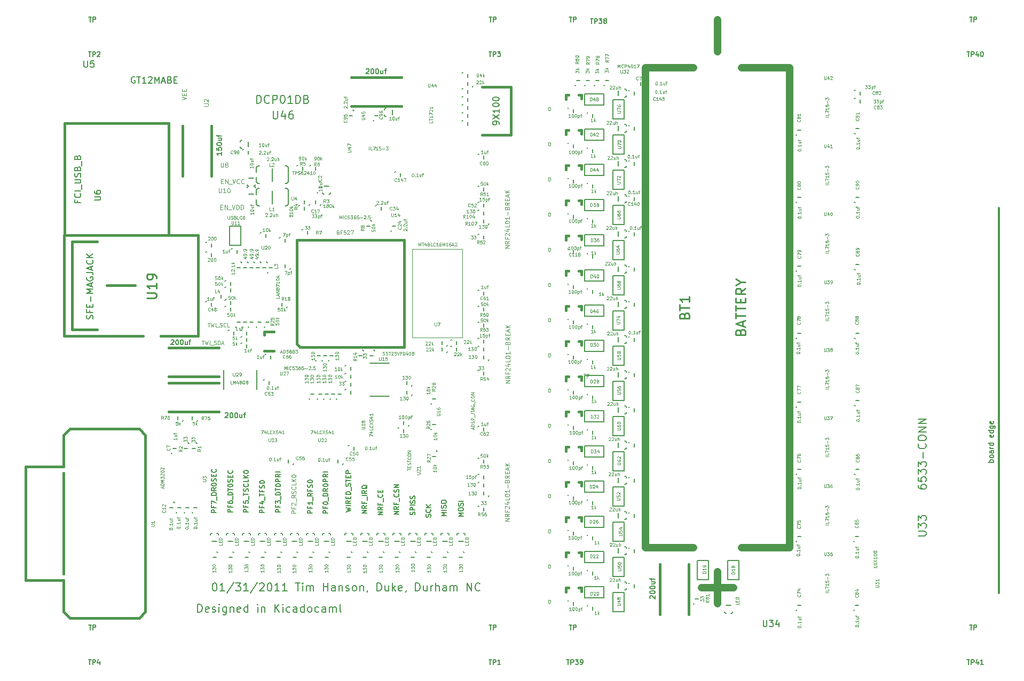
<source format=gto>
G04 (created by PCBNEW-RS274X (2010-03-14)-final) date Fri 04 Feb 2011 11:11:00 AM EST*
G01*
G70*
G90*
%MOIN*%
G04 Gerber Fmt 3.4, Leading zero omitted, Abs format*
%FSLAX34Y34*%
G04 APERTURE LIST*
%ADD10C,0.001000*%
%ADD11C,0.005000*%
%ADD12C,0.045000*%
%ADD13C,0.015000*%
%ADD14C,0.012000*%
%ADD15C,0.008000*%
%ADD16C,0.001500*%
%ADD17C,0.003300*%
%ADD18C,0.010000*%
%ADD19C,0.004600*%
%ADD20C,0.008300*%
%ADD21C,0.006600*%
%ADD22C,0.006700*%
%ADD23C,0.003900*%
%ADD24C,0.005300*%
%ADD25C,0.004500*%
G04 APERTURE END LIST*
G54D10*
G54D11*
X00350Y-13150D02*
X00400Y-13100D01*
X00700Y-13400D02*
X00700Y-13200D01*
X00350Y-12750D02*
X00400Y-12700D01*
X00700Y-13000D02*
X00700Y-12800D01*
X-00450Y-12350D02*
X-00400Y-12300D01*
X-00100Y-12600D02*
X-00100Y-12400D01*
X00350Y-12350D02*
X00400Y-12300D01*
X00700Y-12600D02*
X00700Y-12400D01*
X01850Y-13850D02*
X01900Y-13800D01*
X02200Y-14100D02*
X02200Y-13900D01*
X-03250Y-17950D02*
X-03300Y-18000D01*
X-03600Y-17700D02*
X-03600Y-17900D01*
X-02350Y-17950D02*
X-02400Y-18000D01*
X-02700Y-17700D02*
X-02700Y-17900D01*
X01750Y-15450D02*
X01800Y-15400D01*
X02100Y-15700D02*
X02100Y-15500D01*
X20767Y-27035D02*
X20817Y-26985D01*
X21117Y-27285D02*
X21117Y-27085D01*
X21967Y-27335D02*
X22017Y-27285D01*
X22317Y-27585D02*
X22317Y-27385D01*
X20767Y-22635D02*
X20817Y-22585D01*
X21117Y-22885D02*
X21117Y-22685D01*
X21967Y-22935D02*
X22017Y-22885D01*
X22317Y-23185D02*
X22317Y-22985D01*
X20767Y-24835D02*
X20817Y-24785D01*
X21117Y-25085D02*
X21117Y-24885D01*
X21967Y-25135D02*
X22017Y-25085D01*
X22317Y-25385D02*
X22317Y-25185D01*
X20767Y-16035D02*
X20817Y-15985D01*
X21117Y-16285D02*
X21117Y-16085D01*
X21967Y-16335D02*
X22017Y-16285D01*
X22317Y-16585D02*
X22317Y-16385D01*
X20767Y-18235D02*
X20817Y-18185D01*
X21117Y-18485D02*
X21117Y-18285D01*
X21967Y-18535D02*
X22017Y-18485D01*
X22317Y-18785D02*
X22317Y-18585D01*
X20767Y-20435D02*
X20817Y-20385D01*
X21117Y-20685D02*
X21117Y-20485D01*
X21967Y-20735D02*
X22017Y-20685D01*
X22317Y-20985D02*
X22317Y-20785D01*
X20767Y-13835D02*
X20817Y-13785D01*
X21117Y-14085D02*
X21117Y-13885D01*
X21967Y-14135D02*
X22017Y-14085D01*
X22317Y-14385D02*
X22317Y-14185D01*
X20767Y-07235D02*
X20817Y-07185D01*
X21117Y-07485D02*
X21117Y-07285D01*
X21967Y-07535D02*
X22017Y-07485D01*
X22317Y-07785D02*
X22317Y-07585D01*
X20767Y-05035D02*
X20817Y-04985D01*
X21117Y-05285D02*
X21117Y-05085D01*
X21967Y-05335D02*
X22017Y-05285D01*
X22317Y-05585D02*
X22317Y-05385D01*
X20767Y-09435D02*
X20817Y-09385D01*
X21117Y-09685D02*
X21117Y-09485D01*
X21967Y-09735D02*
X22017Y-09685D01*
X22317Y-09985D02*
X22317Y-09785D01*
X20767Y-00635D02*
X20817Y-00585D01*
X21117Y-00885D02*
X21117Y-00685D01*
X21967Y-00935D02*
X22017Y-00885D01*
X22317Y-01185D02*
X22317Y-00985D01*
X20767Y-02835D02*
X20817Y-02785D01*
X21117Y-03085D02*
X21117Y-02885D01*
X21967Y-03135D02*
X22017Y-03085D01*
X22317Y-03385D02*
X22317Y-03185D01*
X20767Y-11635D02*
X20817Y-11585D01*
X21117Y-11885D02*
X21117Y-11685D01*
X21967Y-11935D02*
X22017Y-11885D01*
X22317Y-12185D02*
X22317Y-11985D01*
X20767Y01565D02*
X20817Y01615D01*
X21117Y01315D02*
X21117Y01515D01*
X21967Y01265D02*
X22017Y01315D01*
X22317Y01015D02*
X22317Y01215D01*
X25650Y02950D02*
X25600Y02900D01*
X25300Y03200D02*
X25300Y03000D01*
X22450Y02950D02*
X22400Y03000D01*
X22700Y03300D02*
X22500Y03300D01*
X38650Y-29850D02*
X38600Y-29800D01*
X38900Y-29500D02*
X38700Y-29500D01*
X35050Y-29850D02*
X35000Y-29800D01*
X35300Y-29500D02*
X35100Y-29500D01*
X23050Y02950D02*
X23000Y03000D01*
X23300Y03300D02*
X23100Y03300D01*
X21250Y02950D02*
X21200Y03000D01*
X21500Y03300D02*
X21300Y03300D01*
X21850Y02950D02*
X21800Y03000D01*
X22100Y03300D02*
X21900Y03300D01*
X35050Y-25550D02*
X35000Y-25500D01*
X35300Y-25200D02*
X35100Y-25200D01*
X38650Y-25550D02*
X38600Y-25500D01*
X38900Y-25200D02*
X38700Y-25200D01*
X38700Y-17050D02*
X38650Y-17000D01*
X38950Y-16700D02*
X38750Y-16700D01*
X35050Y-17150D02*
X35000Y-17100D01*
X35300Y-16800D02*
X35100Y-16800D01*
X35050Y-21350D02*
X35000Y-21300D01*
X35300Y-21000D02*
X35100Y-21000D01*
X38700Y-21350D02*
X38650Y-21300D01*
X38950Y-21000D02*
X38750Y-21000D01*
X38700Y-04350D02*
X38650Y-04300D01*
X38950Y-04000D02*
X38750Y-04000D01*
X35050Y-04350D02*
X35000Y-04300D01*
X35300Y-04000D02*
X35100Y-04000D01*
X35050Y-00150D02*
X35000Y-00100D01*
X35300Y00200D02*
X35100Y00200D01*
X38700Y-00050D02*
X38650Y00000D01*
X38950Y00300D02*
X38750Y00300D01*
X38700Y-08550D02*
X38650Y-08500D01*
X38950Y-08200D02*
X38750Y-08200D01*
X35050Y-08650D02*
X35000Y-08600D01*
X35300Y-08300D02*
X35100Y-08300D01*
X35050Y-12850D02*
X35000Y-12800D01*
X35300Y-12500D02*
X35100Y-12500D01*
X38700Y-12850D02*
X38650Y-12800D01*
X38950Y-12500D02*
X38750Y-12500D01*
X38650Y02650D02*
X38700Y02700D01*
X39000Y02400D02*
X39000Y02600D01*
X38650Y02150D02*
X38700Y02200D01*
X39000Y01900D02*
X39000Y02100D01*
X28650Y-29450D02*
X28600Y-29400D01*
X28900Y-29100D02*
X28700Y-29100D01*
X14150Y00750D02*
X14200Y00800D01*
X14500Y00500D02*
X14500Y00700D01*
X07350Y01450D02*
X07400Y01400D01*
X07100Y01100D02*
X07300Y01100D01*
X08650Y00750D02*
X08600Y00800D01*
X08900Y01100D02*
X08700Y01100D01*
X00450Y-01050D02*
X00500Y-01000D01*
X00800Y-01300D02*
X00800Y-01100D01*
X14150Y01250D02*
X14200Y01300D01*
X14500Y01000D02*
X14500Y01200D01*
X14150Y01750D02*
X14200Y01800D01*
X14500Y01500D02*
X14500Y01700D01*
X14150Y02250D02*
X14200Y02300D01*
X14500Y02000D02*
X14500Y02200D01*
X14850Y02950D02*
X14800Y02900D01*
X14500Y03200D02*
X14500Y03000D01*
X14150Y03750D02*
X14200Y03800D01*
X14500Y03500D02*
X14500Y03700D01*
X14150Y02750D02*
X14200Y02800D01*
X14500Y02500D02*
X14500Y02700D01*
X01550Y-06250D02*
X01600Y-06200D01*
X01900Y-06500D02*
X01900Y-06300D01*
X12250Y-18550D02*
X12200Y-18500D01*
X12500Y-18200D02*
X12300Y-18200D01*
X12550Y-19850D02*
X12600Y-19900D01*
X12300Y-20200D02*
X12500Y-20200D01*
X12250Y-16950D02*
X12200Y-16900D01*
X12500Y-16600D02*
X12300Y-16600D01*
X03850Y-02050D02*
X03900Y-02000D01*
X04200Y-02300D02*
X04200Y-02100D01*
X04650Y-02050D02*
X04700Y-02000D01*
X05000Y-02300D02*
X05000Y-02100D01*
X04650Y-04450D02*
X04600Y-04500D01*
X04300Y-04200D02*
X04300Y-04400D01*
X05350Y-04450D02*
X05300Y-04500D01*
X05000Y-04200D02*
X05000Y-04400D01*
X03950Y-04550D02*
X04000Y-04500D01*
X04300Y-04800D02*
X04300Y-04600D01*
X05150Y-03750D02*
X05100Y-03700D01*
X05400Y-03400D02*
X05200Y-03400D01*
X-00250Y-07250D02*
X-00200Y-07200D01*
X00100Y-07500D02*
X00100Y-07300D01*
X05840Y-26160D02*
X05890Y-26210D01*
X05590Y-26510D02*
X05790Y-26510D01*
X04840Y-26160D02*
X04890Y-26210D01*
X04590Y-26510D02*
X04790Y-26510D01*
X03840Y-26160D02*
X03890Y-26210D01*
X03590Y-26510D02*
X03790Y-26510D01*
X02840Y-26160D02*
X02890Y-26210D01*
X02590Y-26510D02*
X02790Y-26510D01*
X-03850Y-23050D02*
X-03800Y-23100D01*
X-04100Y-23400D02*
X-03900Y-23400D01*
X-02650Y-23750D02*
X-02700Y-23700D01*
X-02400Y-23400D02*
X-02600Y-23400D01*
X-03950Y-20050D02*
X-04000Y-20000D01*
X-03700Y-19700D02*
X-03900Y-19700D01*
X-03650Y-23750D02*
X-03700Y-23700D01*
X-03400Y-23400D02*
X-03600Y-23400D01*
X-03150Y-23750D02*
X-03200Y-23700D01*
X-02900Y-23400D02*
X-03100Y-23400D01*
X01840Y-26160D02*
X01890Y-26210D01*
X01590Y-26510D02*
X01790Y-26510D01*
X00840Y-26160D02*
X00890Y-26210D01*
X00590Y-26510D02*
X00790Y-26510D01*
X-00160Y-26160D02*
X-00110Y-26210D01*
X-00410Y-26510D02*
X-00210Y-26510D01*
X-01160Y-26160D02*
X-01110Y-26210D01*
X-01410Y-26510D02*
X-01210Y-26510D01*
X07050Y-19550D02*
X07100Y-19500D01*
X07400Y-19800D02*
X07400Y-19600D01*
X03650Y-20650D02*
X03600Y-20700D01*
X03300Y-20400D02*
X03300Y-20600D01*
X06850Y-15050D02*
X06900Y-15000D01*
X07200Y-15300D02*
X07200Y-15100D01*
X06850Y-14550D02*
X06900Y-14500D01*
X07200Y-14800D02*
X07200Y-14600D01*
X06850Y-15550D02*
X06900Y-15500D01*
X07200Y-15800D02*
X07200Y-15600D01*
X06750Y-20650D02*
X06700Y-20700D01*
X06400Y-20400D02*
X06400Y-20600D01*
X07233Y-26146D02*
X07283Y-26196D01*
X06983Y-26496D02*
X07183Y-26496D01*
X08233Y-26146D02*
X08283Y-26196D01*
X07983Y-26496D02*
X08183Y-26496D01*
X09233Y-26146D02*
X09283Y-26196D01*
X08983Y-26496D02*
X09183Y-26496D01*
X10233Y-26146D02*
X10283Y-26196D01*
X09983Y-26496D02*
X10183Y-26496D01*
X11233Y-26146D02*
X11283Y-26196D01*
X10983Y-26496D02*
X11183Y-26496D01*
X12233Y-26146D02*
X12283Y-26196D01*
X11983Y-26496D02*
X12183Y-26496D01*
X13233Y-26146D02*
X13283Y-26196D01*
X12983Y-26496D02*
X13183Y-26496D01*
X14233Y-26146D02*
X14283Y-26196D01*
X13983Y-26496D02*
X14183Y-26496D01*
X-02950Y-19350D02*
X-02900Y-19400D01*
X-03200Y-19700D02*
X-03000Y-19700D01*
X-02450Y-19350D02*
X-02400Y-19400D01*
X-02700Y-19700D02*
X-02500Y-19700D01*
X08450Y-05450D02*
X08500Y-05500D01*
X08200Y-05800D02*
X08400Y-05800D01*
X04150Y-06050D02*
X04200Y-06000D01*
X04500Y-06300D02*
X04500Y-06100D01*
X00850Y-12150D02*
X00800Y-12100D01*
X01100Y-11800D02*
X00900Y-11800D01*
X00450Y-12150D02*
X00400Y-12100D01*
X00700Y-11800D02*
X00500Y-11800D01*
X00050Y-12150D02*
X00000Y-12100D01*
X00300Y-11800D02*
X00100Y-11800D01*
X03250Y-10850D02*
X03200Y-10900D01*
X02900Y-10600D02*
X02900Y-10800D01*
X-00650Y-10850D02*
X-00600Y-10800D01*
X-00300Y-11100D02*
X-00300Y-10900D01*
X01350Y-12150D02*
X01300Y-12100D01*
X01600Y-11800D02*
X01400Y-11800D01*
X-00650Y-10450D02*
X-00600Y-10400D01*
X-00300Y-10700D02*
X-00300Y-10500D01*
X01850Y-12150D02*
X01800Y-12100D01*
X02100Y-11800D02*
X01900Y-11800D01*
X-00650Y-09650D02*
X-00600Y-09600D01*
X-00300Y-09900D02*
X-00300Y-09700D01*
X-00650Y-09250D02*
X-00600Y-09200D01*
X-00300Y-09500D02*
X-00300Y-09300D01*
X00350Y-08050D02*
X00400Y-08100D01*
X00100Y-08400D02*
X00300Y-08400D01*
X-01850Y-07450D02*
X-01800Y-07400D01*
X-01500Y-07700D02*
X-01500Y-07500D01*
X-01850Y-06850D02*
X-01800Y-06800D01*
X-01500Y-07100D02*
X-01500Y-06900D01*
X-01850Y-10550D02*
X-01800Y-10500D01*
X-01500Y-10800D02*
X-01500Y-10600D01*
X02050Y-08750D02*
X02000Y-08700D01*
X02300Y-08400D02*
X02100Y-08400D01*
X-00550Y-10350D02*
X-00600Y-10400D01*
X-00900Y-10100D02*
X-00900Y-10300D01*
X01150Y-08050D02*
X01200Y-08100D01*
X00900Y-08400D02*
X01100Y-08400D01*
X00750Y-08050D02*
X00800Y-08100D01*
X00500Y-08400D02*
X00700Y-08400D01*
X01950Y-08050D02*
X02000Y-08100D01*
X01700Y-08400D02*
X01900Y-08400D01*
X01550Y-08050D02*
X01600Y-08100D01*
X01300Y-08400D02*
X01500Y-08400D01*
X02750Y-06550D02*
X02800Y-06500D01*
X03100Y-06800D02*
X03100Y-06600D01*
X03450Y-08450D02*
X03400Y-08500D01*
X03100Y-08200D02*
X03100Y-08400D01*
X13450Y-12950D02*
X13500Y-12900D01*
X13800Y-13200D02*
X13800Y-13000D01*
X13250Y-13250D02*
X13200Y-13300D01*
X12900Y-13000D02*
X12900Y-13200D01*
X13450Y-13350D02*
X13500Y-13300D01*
X13800Y-13600D02*
X13800Y-13400D01*
X13250Y-13650D02*
X13200Y-13700D01*
X12900Y-13400D02*
X12900Y-13600D01*
X15150Y-01350D02*
X15200Y-01300D01*
X15500Y-01600D02*
X15500Y-01400D01*
X15150Y-10850D02*
X15200Y-10800D01*
X15500Y-11100D02*
X15500Y-10900D01*
X15150Y-03350D02*
X15200Y-03300D01*
X15500Y-03600D02*
X15500Y-03400D01*
X15150Y-06350D02*
X15200Y-06300D01*
X15500Y-06600D02*
X15500Y-06400D01*
X08650Y-13550D02*
X08700Y-13600D01*
X08400Y-13900D02*
X08600Y-13900D01*
X07950Y-13550D02*
X08000Y-13600D01*
X07700Y-13900D02*
X07900Y-13900D01*
X08750Y-04550D02*
X08800Y-04500D01*
X09100Y-04800D02*
X09100Y-04600D01*
X09750Y-06150D02*
X09700Y-06100D01*
X10000Y-05800D02*
X09800Y-05800D01*
X15150Y-14850D02*
X15200Y-14800D01*
X15500Y-15100D02*
X15500Y-14900D01*
X15150Y-09850D02*
X15200Y-09800D01*
X15500Y-10100D02*
X15500Y-09900D01*
X15150Y-18350D02*
X15200Y-18300D01*
X15500Y-18600D02*
X15500Y-18400D01*
X15150Y-23350D02*
X15200Y-23300D01*
X15500Y-23600D02*
X15500Y-23400D01*
X15150Y-11850D02*
X15200Y-11800D01*
X15500Y-12100D02*
X15500Y-11900D01*
X15150Y-20350D02*
X15200Y-20300D01*
X15500Y-20600D02*
X15500Y-20400D01*
X15150Y-21350D02*
X15200Y-21300D01*
X15500Y-21600D02*
X15500Y-21400D01*
X15150Y-12850D02*
X15200Y-12800D01*
X15500Y-13100D02*
X15500Y-12900D01*
X15150Y-04350D02*
X15200Y-04300D01*
X15500Y-04600D02*
X15500Y-04400D01*
X11050Y-16350D02*
X11000Y-16400D01*
X10700Y-16100D02*
X10700Y-16300D01*
X11050Y-15750D02*
X11000Y-15800D01*
X10700Y-15500D02*
X10700Y-15700D01*
X06850Y-16050D02*
X06900Y-16000D01*
X07200Y-16300D02*
X07200Y-16100D01*
X10850Y-18250D02*
X10800Y-18300D01*
X10500Y-18000D02*
X10500Y-18200D01*
X06350Y-16650D02*
X06300Y-16600D01*
X06600Y-16300D02*
X06400Y-16300D01*
X05950Y-16650D02*
X05900Y-16600D01*
X06200Y-16300D02*
X06000Y-16300D01*
X05550Y-16650D02*
X05500Y-16600D01*
X05800Y-16300D02*
X05600Y-16300D01*
X05150Y-16650D02*
X05100Y-16600D01*
X05400Y-16300D02*
X05200Y-16300D01*
X05850Y-14250D02*
X05800Y-14200D01*
X06100Y-13900D02*
X05900Y-13900D01*
X04650Y-16650D02*
X04600Y-16600D01*
X04900Y-16300D02*
X04700Y-16300D01*
X05450Y-14250D02*
X05400Y-14200D01*
X05700Y-13900D02*
X05500Y-13900D01*
X05050Y-14250D02*
X05000Y-14200D01*
X05300Y-13900D02*
X05100Y-13900D01*
X24417Y-25935D02*
X24417Y-25885D01*
X24417Y-25885D02*
X24367Y-25835D01*
X24367Y-25835D02*
X24317Y-25835D01*
X24317Y-26335D02*
X24367Y-26335D01*
X24367Y-26335D02*
X24417Y-26285D01*
X24417Y-26285D02*
X24417Y-26235D01*
X23917Y-26235D02*
X23917Y-25935D01*
X24417Y-21535D02*
X24417Y-21485D01*
X24417Y-21485D02*
X24367Y-21435D01*
X24367Y-21435D02*
X24317Y-21435D01*
X24317Y-21935D02*
X24367Y-21935D01*
X24367Y-21935D02*
X24417Y-21885D01*
X24417Y-21885D02*
X24417Y-21835D01*
X23917Y-21835D02*
X23917Y-21535D01*
X24417Y-23735D02*
X24417Y-23685D01*
X24417Y-23685D02*
X24367Y-23635D01*
X24367Y-23635D02*
X24317Y-23635D01*
X24317Y-24135D02*
X24367Y-24135D01*
X24367Y-24135D02*
X24417Y-24085D01*
X24417Y-24085D02*
X24417Y-24035D01*
X23917Y-24035D02*
X23917Y-23735D01*
X24417Y-14935D02*
X24417Y-14885D01*
X24417Y-14885D02*
X24367Y-14835D01*
X24367Y-14835D02*
X24317Y-14835D01*
X24317Y-15335D02*
X24367Y-15335D01*
X24367Y-15335D02*
X24417Y-15285D01*
X24417Y-15285D02*
X24417Y-15235D01*
X23917Y-15235D02*
X23917Y-14935D01*
X24417Y-17135D02*
X24417Y-17085D01*
X24417Y-17085D02*
X24367Y-17035D01*
X24367Y-17035D02*
X24317Y-17035D01*
X24317Y-17535D02*
X24367Y-17535D01*
X24367Y-17535D02*
X24417Y-17485D01*
X24417Y-17485D02*
X24417Y-17435D01*
X23917Y-17435D02*
X23917Y-17135D01*
X24417Y-19335D02*
X24417Y-19285D01*
X24417Y-19285D02*
X24367Y-19235D01*
X24367Y-19235D02*
X24317Y-19235D01*
X24317Y-19735D02*
X24367Y-19735D01*
X24367Y-19735D02*
X24417Y-19685D01*
X24417Y-19685D02*
X24417Y-19635D01*
X23917Y-19635D02*
X23917Y-19335D01*
X24417Y-12735D02*
X24417Y-12685D01*
X24417Y-12685D02*
X24367Y-12635D01*
X24367Y-12635D02*
X24317Y-12635D01*
X24317Y-13135D02*
X24367Y-13135D01*
X24367Y-13135D02*
X24417Y-13085D01*
X24417Y-13085D02*
X24417Y-13035D01*
X23917Y-13035D02*
X23917Y-12735D01*
X24417Y-06135D02*
X24417Y-06085D01*
X24417Y-06085D02*
X24367Y-06035D01*
X24367Y-06035D02*
X24317Y-06035D01*
X24317Y-06535D02*
X24367Y-06535D01*
X24367Y-06535D02*
X24417Y-06485D01*
X24417Y-06485D02*
X24417Y-06435D01*
X23917Y-06435D02*
X23917Y-06135D01*
X24417Y-03935D02*
X24417Y-03885D01*
X24417Y-03885D02*
X24367Y-03835D01*
X24367Y-03835D02*
X24317Y-03835D01*
X24317Y-04335D02*
X24367Y-04335D01*
X24367Y-04335D02*
X24417Y-04285D01*
X24417Y-04285D02*
X24417Y-04235D01*
X23917Y-04235D02*
X23917Y-03935D01*
X24417Y-08335D02*
X24417Y-08285D01*
X24417Y-08285D02*
X24367Y-08235D01*
X24367Y-08235D02*
X24317Y-08235D01*
X24317Y-08735D02*
X24367Y-08735D01*
X24367Y-08735D02*
X24417Y-08685D01*
X24417Y-08685D02*
X24417Y-08635D01*
X23917Y-08635D02*
X23917Y-08335D01*
X24417Y00465D02*
X24417Y00515D01*
X24417Y00515D02*
X24367Y00565D01*
X24367Y00565D02*
X24317Y00565D01*
X24317Y00065D02*
X24367Y00065D01*
X24367Y00065D02*
X24417Y00115D01*
X24417Y00115D02*
X24417Y00165D01*
X23917Y00165D02*
X23917Y00465D01*
X24417Y-01735D02*
X24417Y-01685D01*
X24417Y-01685D02*
X24367Y-01635D01*
X24367Y-01635D02*
X24317Y-01635D01*
X24317Y-02135D02*
X24367Y-02135D01*
X24367Y-02135D02*
X24417Y-02085D01*
X24417Y-02085D02*
X24417Y-02035D01*
X23917Y-02035D02*
X23917Y-01735D01*
X24417Y-10535D02*
X24417Y-10485D01*
X24417Y-10485D02*
X24367Y-10435D01*
X24367Y-10435D02*
X24317Y-10435D01*
X24317Y-10935D02*
X24367Y-10935D01*
X24367Y-10935D02*
X24417Y-10885D01*
X24417Y-10885D02*
X24417Y-10835D01*
X23917Y-10835D02*
X23917Y-10535D01*
X24417Y02665D02*
X24417Y02715D01*
X24417Y02715D02*
X24367Y02765D01*
X24367Y02765D02*
X24317Y02765D01*
X24317Y02265D02*
X24367Y02265D01*
X24367Y02265D02*
X24417Y02315D01*
X24417Y02315D02*
X24417Y02365D01*
X23917Y02365D02*
X23917Y02665D01*
X30950Y-30000D02*
X31000Y-30000D01*
X31000Y-30000D02*
X31050Y-29950D01*
X31050Y-29950D02*
X31050Y-29900D01*
X30550Y-29900D02*
X30550Y-29950D01*
X30550Y-29950D02*
X30600Y-30000D01*
X30600Y-30000D02*
X30650Y-30000D01*
X30650Y-29500D02*
X30950Y-29500D01*
X09300Y01150D02*
X09300Y01100D01*
X09300Y01100D02*
X09350Y01050D01*
X09350Y01050D02*
X09400Y01050D01*
X09400Y01550D02*
X09350Y01550D01*
X09350Y01550D02*
X09300Y01500D01*
X09300Y01500D02*
X09300Y01450D01*
X09800Y01450D02*
X09800Y01150D01*
X00300Y-00850D02*
X00300Y-00900D01*
X00300Y-00900D02*
X00350Y-00950D01*
X00350Y-00950D02*
X00400Y-00950D01*
X00400Y-00450D02*
X00350Y-00450D01*
X00350Y-00450D02*
X00300Y-00500D01*
X00300Y-00500D02*
X00300Y-00550D01*
X00800Y-00550D02*
X00800Y-00850D01*
X00850Y-03300D02*
X00800Y-03300D01*
X00800Y-03300D02*
X00750Y-03350D01*
X00750Y-03350D02*
X00750Y-03400D01*
X01250Y-03400D02*
X01250Y-03350D01*
X01250Y-03350D02*
X01200Y-03300D01*
X01200Y-03300D02*
X01150Y-03300D01*
X01150Y-03800D02*
X00850Y-03800D01*
X01150Y-03300D02*
X01200Y-03300D01*
X01200Y-03300D02*
X01250Y-03250D01*
X01250Y-03250D02*
X01250Y-03200D01*
X00750Y-03200D02*
X00750Y-03250D01*
X00750Y-03250D02*
X00800Y-03300D01*
X00800Y-03300D02*
X00850Y-03300D01*
X00850Y-02800D02*
X01150Y-02800D01*
X05850Y-03800D02*
X05900Y-03800D01*
X05900Y-03800D02*
X05950Y-03750D01*
X05950Y-03750D02*
X05950Y-03700D01*
X05450Y-03700D02*
X05450Y-03750D01*
X05450Y-03750D02*
X05500Y-03800D01*
X05500Y-03800D02*
X05550Y-03800D01*
X05550Y-03300D02*
X05850Y-03300D01*
X05540Y-25010D02*
X05490Y-25010D01*
X05490Y-25010D02*
X05440Y-25060D01*
X05440Y-25060D02*
X05440Y-25110D01*
X05940Y-25110D02*
X05940Y-25060D01*
X05940Y-25060D02*
X05890Y-25010D01*
X05890Y-25010D02*
X05840Y-25010D01*
X05840Y-25510D02*
X05540Y-25510D01*
X04540Y-25010D02*
X04490Y-25010D01*
X04490Y-25010D02*
X04440Y-25060D01*
X04440Y-25060D02*
X04440Y-25110D01*
X04940Y-25110D02*
X04940Y-25060D01*
X04940Y-25060D02*
X04890Y-25010D01*
X04890Y-25010D02*
X04840Y-25010D01*
X04840Y-25510D02*
X04540Y-25510D01*
X03540Y-25010D02*
X03490Y-25010D01*
X03490Y-25010D02*
X03440Y-25060D01*
X03440Y-25060D02*
X03440Y-25110D01*
X03940Y-25110D02*
X03940Y-25060D01*
X03940Y-25060D02*
X03890Y-25010D01*
X03890Y-25010D02*
X03840Y-25010D01*
X03840Y-25510D02*
X03540Y-25510D01*
X02540Y-25010D02*
X02490Y-25010D01*
X02490Y-25010D02*
X02440Y-25060D01*
X02440Y-25060D02*
X02440Y-25110D01*
X02940Y-25110D02*
X02940Y-25060D01*
X02940Y-25060D02*
X02890Y-25010D01*
X02890Y-25010D02*
X02840Y-25010D01*
X02840Y-25510D02*
X02540Y-25510D01*
X01540Y-25010D02*
X01490Y-25010D01*
X01490Y-25010D02*
X01440Y-25060D01*
X01440Y-25060D02*
X01440Y-25110D01*
X01940Y-25110D02*
X01940Y-25060D01*
X01940Y-25060D02*
X01890Y-25010D01*
X01890Y-25010D02*
X01840Y-25010D01*
X01840Y-25510D02*
X01540Y-25510D01*
X00540Y-25010D02*
X00490Y-25010D01*
X00490Y-25010D02*
X00440Y-25060D01*
X00440Y-25060D02*
X00440Y-25110D01*
X00940Y-25110D02*
X00940Y-25060D01*
X00940Y-25060D02*
X00890Y-25010D01*
X00890Y-25010D02*
X00840Y-25010D01*
X00840Y-25510D02*
X00540Y-25510D01*
X-00460Y-25010D02*
X-00510Y-25010D01*
X-00510Y-25010D02*
X-00560Y-25060D01*
X-00560Y-25060D02*
X-00560Y-25110D01*
X-00060Y-25110D02*
X-00060Y-25060D01*
X-00060Y-25060D02*
X-00110Y-25010D01*
X-00110Y-25010D02*
X-00160Y-25010D01*
X-00160Y-25510D02*
X-00460Y-25510D01*
X-01460Y-25010D02*
X-01510Y-25010D01*
X-01510Y-25010D02*
X-01560Y-25060D01*
X-01560Y-25060D02*
X-01560Y-25110D01*
X-01060Y-25110D02*
X-01060Y-25060D01*
X-01060Y-25060D02*
X-01110Y-25010D01*
X-01110Y-25010D02*
X-01160Y-25010D01*
X-01160Y-25510D02*
X-01460Y-25510D01*
X06933Y-24996D02*
X06883Y-24996D01*
X06883Y-24996D02*
X06833Y-25046D01*
X06833Y-25046D02*
X06833Y-25096D01*
X07333Y-25096D02*
X07333Y-25046D01*
X07333Y-25046D02*
X07283Y-24996D01*
X07283Y-24996D02*
X07233Y-24996D01*
X07233Y-25496D02*
X06933Y-25496D01*
X07933Y-24996D02*
X07883Y-24996D01*
X07883Y-24996D02*
X07833Y-25046D01*
X07833Y-25046D02*
X07833Y-25096D01*
X08333Y-25096D02*
X08333Y-25046D01*
X08333Y-25046D02*
X08283Y-24996D01*
X08283Y-24996D02*
X08233Y-24996D01*
X08233Y-25496D02*
X07933Y-25496D01*
X08933Y-24996D02*
X08883Y-24996D01*
X08883Y-24996D02*
X08833Y-25046D01*
X08833Y-25046D02*
X08833Y-25096D01*
X09333Y-25096D02*
X09333Y-25046D01*
X09333Y-25046D02*
X09283Y-24996D01*
X09283Y-24996D02*
X09233Y-24996D01*
X09233Y-25496D02*
X08933Y-25496D01*
X09933Y-24996D02*
X09883Y-24996D01*
X09883Y-24996D02*
X09833Y-25046D01*
X09833Y-25046D02*
X09833Y-25096D01*
X10333Y-25096D02*
X10333Y-25046D01*
X10333Y-25046D02*
X10283Y-24996D01*
X10283Y-24996D02*
X10233Y-24996D01*
X10233Y-25496D02*
X09933Y-25496D01*
X10933Y-24996D02*
X10883Y-24996D01*
X10883Y-24996D02*
X10833Y-25046D01*
X10833Y-25046D02*
X10833Y-25096D01*
X11333Y-25096D02*
X11333Y-25046D01*
X11333Y-25046D02*
X11283Y-24996D01*
X11283Y-24996D02*
X11233Y-24996D01*
X11233Y-25496D02*
X10933Y-25496D01*
X11933Y-24996D02*
X11883Y-24996D01*
X11883Y-24996D02*
X11833Y-25046D01*
X11833Y-25046D02*
X11833Y-25096D01*
X12333Y-25096D02*
X12333Y-25046D01*
X12333Y-25046D02*
X12283Y-24996D01*
X12283Y-24996D02*
X12233Y-24996D01*
X12233Y-25496D02*
X11933Y-25496D01*
X12933Y-24996D02*
X12883Y-24996D01*
X12883Y-24996D02*
X12833Y-25046D01*
X12833Y-25046D02*
X12833Y-25096D01*
X13333Y-25096D02*
X13333Y-25046D01*
X13333Y-25046D02*
X13283Y-24996D01*
X13283Y-24996D02*
X13233Y-24996D01*
X13233Y-25496D02*
X12933Y-25496D01*
X13933Y-24996D02*
X13883Y-24996D01*
X13883Y-24996D02*
X13833Y-25046D01*
X13833Y-25046D02*
X13833Y-25096D01*
X14333Y-25096D02*
X14333Y-25046D01*
X14333Y-25046D02*
X14283Y-24996D01*
X14283Y-24996D02*
X14233Y-24996D01*
X14233Y-25496D02*
X13933Y-25496D01*
X01300Y-03850D02*
X01300Y-03550D01*
X01300Y-03550D02*
X01400Y-03450D01*
X01400Y-03450D02*
X01500Y-03450D01*
X01500Y-04550D02*
X01400Y-04550D01*
X01400Y-04550D02*
X01300Y-04450D01*
X01300Y-04450D02*
X01300Y-04150D01*
X03100Y-04550D02*
X03200Y-04550D01*
X03200Y-04550D02*
X03300Y-04450D01*
X03300Y-04450D02*
X03300Y-03550D01*
X03300Y-03550D02*
X03200Y-03450D01*
X03200Y-03450D02*
X03100Y-03450D01*
X02300Y-04400D02*
X02300Y-03600D01*
X01300Y-02450D02*
X01300Y-02150D01*
X01300Y-02150D02*
X01400Y-02050D01*
X01400Y-02050D02*
X01500Y-02050D01*
X01500Y-03150D02*
X01400Y-03150D01*
X01400Y-03150D02*
X01300Y-03050D01*
X01300Y-03050D02*
X01300Y-02750D01*
X03100Y-03150D02*
X03200Y-03150D01*
X03200Y-03150D02*
X03300Y-03050D01*
X03300Y-03050D02*
X03300Y-02150D01*
X03300Y-02150D02*
X03200Y-02050D01*
X03200Y-02050D02*
X03100Y-02050D01*
X02300Y-03000D02*
X02300Y-02200D01*
G54D12*
X30100Y05100D02*
X30100Y07100D01*
X30100Y-29400D02*
X30100Y-27400D01*
X29100Y-28400D02*
X31100Y-28400D01*
X31600Y-25900D02*
X34600Y-25900D01*
X34600Y-25900D02*
X34600Y04100D01*
X34600Y04100D02*
X31600Y04100D01*
X25600Y-25900D02*
X28600Y-25900D01*
X25600Y04100D02*
X28600Y04100D01*
X25600Y-25900D02*
X25600Y04100D01*
G54D13*
X-04175Y-15206D02*
X-01025Y-15206D01*
X-04175Y-13394D02*
X-01025Y-13394D01*
X-04175Y-17406D02*
X-01025Y-17406D01*
X-04175Y-15594D02*
X-01025Y-15594D01*
X28306Y-30075D02*
X28306Y-26925D01*
X26494Y-30075D02*
X26494Y-26925D01*
X07225Y01694D02*
X10375Y01694D01*
X07225Y03506D02*
X10375Y03506D01*
X-01494Y-02675D02*
X-01494Y00475D01*
X-03306Y-02675D02*
X-03306Y00475D01*
X-10660Y00641D02*
X-10660Y-06359D01*
X-10660Y-06359D02*
X-04160Y-06359D01*
X-04160Y-06359D02*
X-04160Y00641D01*
X-04160Y00641D02*
X-10660Y00641D01*
X03842Y-13162D02*
X03842Y-06661D01*
X03842Y-06661D02*
X10540Y-06661D01*
X10540Y-06661D02*
X10540Y-13359D01*
X10540Y-13359D02*
X04039Y-13359D01*
X04039Y-13359D02*
X03842Y-13162D01*
X01805Y-12608D02*
X01805Y-12412D01*
X02396Y-13588D02*
X01805Y-13588D01*
X02396Y-12412D02*
X01805Y-12412D01*
X15400Y02900D02*
X17200Y02900D01*
X17200Y02900D02*
X17200Y-00100D01*
X17200Y-00100D02*
X15400Y-00100D01*
X21589Y-26424D02*
X21589Y-26188D01*
X21589Y-26188D02*
X21432Y-26188D01*
X20645Y-26464D02*
X20645Y-26188D01*
X20645Y-26188D02*
X20802Y-26188D01*
X21589Y-22024D02*
X21589Y-21788D01*
X21589Y-21788D02*
X21432Y-21788D01*
X20645Y-22064D02*
X20645Y-21788D01*
X20645Y-21788D02*
X20802Y-21788D01*
X21589Y-24224D02*
X21589Y-23988D01*
X21589Y-23988D02*
X21432Y-23988D01*
X20645Y-24264D02*
X20645Y-23988D01*
X20645Y-23988D02*
X20802Y-23988D01*
X21589Y-15424D02*
X21589Y-15188D01*
X21589Y-15188D02*
X21432Y-15188D01*
X20645Y-15464D02*
X20645Y-15188D01*
X20645Y-15188D02*
X20802Y-15188D01*
X21589Y-17624D02*
X21589Y-17388D01*
X21589Y-17388D02*
X21432Y-17388D01*
X20645Y-17664D02*
X20645Y-17388D01*
X20645Y-17388D02*
X20802Y-17388D01*
X21589Y-19824D02*
X21589Y-19588D01*
X21589Y-19588D02*
X21432Y-19588D01*
X20645Y-19864D02*
X20645Y-19588D01*
X20645Y-19588D02*
X20802Y-19588D01*
X21589Y-13224D02*
X21589Y-12988D01*
X21589Y-12988D02*
X21432Y-12988D01*
X20645Y-13264D02*
X20645Y-12988D01*
X20645Y-12988D02*
X20802Y-12988D01*
X21589Y-06624D02*
X21589Y-06388D01*
X21589Y-06388D02*
X21432Y-06388D01*
X20645Y-06664D02*
X20645Y-06388D01*
X20645Y-06388D02*
X20802Y-06388D01*
X21589Y-04424D02*
X21589Y-04188D01*
X21589Y-04188D02*
X21432Y-04188D01*
X20645Y-04464D02*
X20645Y-04188D01*
X20645Y-04188D02*
X20802Y-04188D01*
X21589Y-08824D02*
X21589Y-08588D01*
X21589Y-08588D02*
X21432Y-08588D01*
X20645Y-08864D02*
X20645Y-08588D01*
X20645Y-08588D02*
X20802Y-08588D01*
X21589Y-00024D02*
X21589Y00212D01*
X21589Y00212D02*
X21432Y00212D01*
X20645Y-00064D02*
X20645Y00212D01*
X20645Y00212D02*
X20802Y00212D01*
X21589Y-02224D02*
X21589Y-01988D01*
X21589Y-01988D02*
X21432Y-01988D01*
X20645Y-02264D02*
X20645Y-01988D01*
X20645Y-01988D02*
X20802Y-01988D01*
X21589Y-11024D02*
X21589Y-10788D01*
X21589Y-10788D02*
X21432Y-10788D01*
X20645Y-11064D02*
X20645Y-10788D01*
X20645Y-10788D02*
X20802Y-10788D01*
X21589Y02176D02*
X21589Y02412D01*
X21589Y02412D02*
X21432Y02412D01*
X20645Y02136D02*
X20645Y02412D01*
X20645Y02412D02*
X20802Y02412D01*
G54D14*
X47663Y-28736D02*
X47663Y-04681D01*
G54D15*
X-00733Y-15991D02*
X-00733Y-14809D01*
X01333Y-15991D02*
X01333Y-14809D01*
G54D11*
X23017Y-26135D02*
X23017Y-26835D01*
X23017Y-26835D02*
X21817Y-26835D01*
X21817Y-26835D02*
X21817Y-26135D01*
X21817Y-26135D02*
X23017Y-26135D01*
X23017Y-21735D02*
X23017Y-22435D01*
X23017Y-22435D02*
X21817Y-22435D01*
X21817Y-22435D02*
X21817Y-21735D01*
X21817Y-21735D02*
X23017Y-21735D01*
X23017Y-23935D02*
X23017Y-24635D01*
X23017Y-24635D02*
X21817Y-24635D01*
X21817Y-24635D02*
X21817Y-23935D01*
X21817Y-23935D02*
X23017Y-23935D01*
X23017Y-15135D02*
X23017Y-15835D01*
X23017Y-15835D02*
X21817Y-15835D01*
X21817Y-15835D02*
X21817Y-15135D01*
X21817Y-15135D02*
X23017Y-15135D01*
X23017Y-17335D02*
X23017Y-18035D01*
X23017Y-18035D02*
X21817Y-18035D01*
X21817Y-18035D02*
X21817Y-17335D01*
X21817Y-17335D02*
X23017Y-17335D01*
X23017Y-19535D02*
X23017Y-20235D01*
X23017Y-20235D02*
X21817Y-20235D01*
X21817Y-20235D02*
X21817Y-19535D01*
X21817Y-19535D02*
X23017Y-19535D01*
X23017Y-12935D02*
X23017Y-13635D01*
X23017Y-13635D02*
X21817Y-13635D01*
X21817Y-13635D02*
X21817Y-12935D01*
X21817Y-12935D02*
X23017Y-12935D01*
X23017Y-06335D02*
X23017Y-07035D01*
X23017Y-07035D02*
X21817Y-07035D01*
X21817Y-07035D02*
X21817Y-06335D01*
X21817Y-06335D02*
X23017Y-06335D01*
X23017Y-04135D02*
X23017Y-04835D01*
X23017Y-04835D02*
X21817Y-04835D01*
X21817Y-04835D02*
X21817Y-04135D01*
X21817Y-04135D02*
X23017Y-04135D01*
X23017Y-08535D02*
X23017Y-09235D01*
X23017Y-09235D02*
X21817Y-09235D01*
X21817Y-09235D02*
X21817Y-08535D01*
X21817Y-08535D02*
X23017Y-08535D01*
X23017Y00265D02*
X23017Y-00435D01*
X23017Y-00435D02*
X21817Y-00435D01*
X21817Y-00435D02*
X21817Y00265D01*
X21817Y00265D02*
X23017Y00265D01*
X23017Y-01935D02*
X23017Y-02635D01*
X23017Y-02635D02*
X21817Y-02635D01*
X21817Y-02635D02*
X21817Y-01935D01*
X21817Y-01935D02*
X23017Y-01935D01*
X23017Y-10735D02*
X23017Y-11435D01*
X23017Y-11435D02*
X21817Y-11435D01*
X21817Y-11435D02*
X21817Y-10735D01*
X21817Y-10735D02*
X23017Y-10735D01*
X23017Y02465D02*
X23017Y01765D01*
X23017Y01765D02*
X21817Y01765D01*
X21817Y01765D02*
X21817Y02465D01*
X21817Y02465D02*
X23017Y02465D01*
X31450Y-27900D02*
X30750Y-27900D01*
X30750Y-27900D02*
X30750Y-26700D01*
X30750Y-26700D02*
X31450Y-26700D01*
X31450Y-26700D02*
X31450Y-27900D01*
X29550Y-27900D02*
X28850Y-27900D01*
X28850Y-27900D02*
X28850Y-26700D01*
X28850Y-26700D02*
X29550Y-26700D01*
X29550Y-26700D02*
X29550Y-27900D01*
X24267Y-27685D02*
X23567Y-27685D01*
X23567Y-27685D02*
X23567Y-26485D01*
X23567Y-26485D02*
X24267Y-26485D01*
X24267Y-26485D02*
X24267Y-27685D01*
X24267Y-23285D02*
X23567Y-23285D01*
X23567Y-23285D02*
X23567Y-22085D01*
X23567Y-22085D02*
X24267Y-22085D01*
X24267Y-22085D02*
X24267Y-23285D01*
X24267Y-25485D02*
X23567Y-25485D01*
X23567Y-25485D02*
X23567Y-24285D01*
X23567Y-24285D02*
X24267Y-24285D01*
X24267Y-24285D02*
X24267Y-25485D01*
X24267Y-16685D02*
X23567Y-16685D01*
X23567Y-16685D02*
X23567Y-15485D01*
X23567Y-15485D02*
X24267Y-15485D01*
X24267Y-15485D02*
X24267Y-16685D01*
X24267Y-18885D02*
X23567Y-18885D01*
X23567Y-18885D02*
X23567Y-17685D01*
X23567Y-17685D02*
X24267Y-17685D01*
X24267Y-17685D02*
X24267Y-18885D01*
X24267Y-21085D02*
X23567Y-21085D01*
X23567Y-21085D02*
X23567Y-19885D01*
X23567Y-19885D02*
X24267Y-19885D01*
X24267Y-19885D02*
X24267Y-21085D01*
X24267Y-14485D02*
X23567Y-14485D01*
X23567Y-14485D02*
X23567Y-13285D01*
X23567Y-13285D02*
X24267Y-13285D01*
X24267Y-13285D02*
X24267Y-14485D01*
X24267Y-07885D02*
X23567Y-07885D01*
X23567Y-07885D02*
X23567Y-06685D01*
X23567Y-06685D02*
X24267Y-06685D01*
X24267Y-06685D02*
X24267Y-07885D01*
X24267Y-05685D02*
X23567Y-05685D01*
X23567Y-05685D02*
X23567Y-04485D01*
X23567Y-04485D02*
X24267Y-04485D01*
X24267Y-04485D02*
X24267Y-05685D01*
X24267Y-10085D02*
X23567Y-10085D01*
X23567Y-10085D02*
X23567Y-08885D01*
X23567Y-08885D02*
X24267Y-08885D01*
X24267Y-08885D02*
X24267Y-10085D01*
X24267Y-01285D02*
X23567Y-01285D01*
X23567Y-01285D02*
X23567Y-00085D01*
X23567Y-00085D02*
X24267Y-00085D01*
X24267Y-00085D02*
X24267Y-01285D01*
X24267Y-03485D02*
X23567Y-03485D01*
X23567Y-03485D02*
X23567Y-02285D01*
X23567Y-02285D02*
X24267Y-02285D01*
X24267Y-02285D02*
X24267Y-03485D01*
X24267Y-12285D02*
X23567Y-12285D01*
X23567Y-12285D02*
X23567Y-11085D01*
X23567Y-11085D02*
X24267Y-11085D01*
X24267Y-11085D02*
X24267Y-12285D01*
X24267Y00915D02*
X23567Y00915D01*
X23567Y00915D02*
X23567Y02115D01*
X23567Y02115D02*
X24267Y02115D01*
X24267Y02115D02*
X24267Y00915D01*
X-00350Y-05800D02*
X00350Y-05800D01*
X00350Y-05800D02*
X00350Y-07000D01*
X00350Y-07000D02*
X-00350Y-07000D01*
X-00350Y-07000D02*
X-00350Y-05800D01*
G54D16*
X14175Y-07244D02*
X11025Y-07244D01*
X11025Y-07244D02*
X11025Y-12756D01*
X11025Y-12756D02*
X14175Y-12756D01*
X14175Y-12756D02*
X14175Y-07638D01*
X14175Y-07638D02*
X14175Y-07244D01*
G54D11*
X24567Y-25935D02*
X24617Y-25885D01*
X24917Y-26185D02*
X24917Y-25985D01*
X24567Y-21535D02*
X24617Y-21485D01*
X24917Y-21785D02*
X24917Y-21585D01*
X24567Y-23735D02*
X24617Y-23685D01*
X24917Y-23985D02*
X24917Y-23785D01*
X24567Y-14935D02*
X24617Y-14885D01*
X24917Y-15185D02*
X24917Y-14985D01*
X24567Y-17135D02*
X24617Y-17085D01*
X24917Y-17385D02*
X24917Y-17185D01*
X24567Y-19335D02*
X24617Y-19285D01*
X24917Y-19585D02*
X24917Y-19385D01*
X24567Y-12735D02*
X24617Y-12685D01*
X24917Y-12985D02*
X24917Y-12785D01*
X24567Y-06135D02*
X24617Y-06085D01*
X24917Y-06385D02*
X24917Y-06185D01*
X24567Y-03935D02*
X24617Y-03885D01*
X24917Y-04185D02*
X24917Y-03985D01*
X24567Y-08335D02*
X24617Y-08285D01*
X24917Y-08585D02*
X24917Y-08385D01*
X24567Y00465D02*
X24617Y00515D01*
X24917Y00215D02*
X24917Y00415D01*
X24567Y-01735D02*
X24617Y-01685D01*
X24917Y-01985D02*
X24917Y-01785D01*
X24567Y-10535D02*
X24617Y-10485D01*
X24917Y-10785D02*
X24917Y-10585D01*
X24567Y02665D02*
X24617Y02715D01*
X24917Y02415D02*
X24917Y02615D01*
X24267Y-29885D02*
X23567Y-29885D01*
X23567Y-29885D02*
X23567Y-28685D01*
X23567Y-28685D02*
X24267Y-28685D01*
X24267Y-28685D02*
X24267Y-29885D01*
X24417Y-28135D02*
X24417Y-28085D01*
X24417Y-28085D02*
X24367Y-28035D01*
X24367Y-28035D02*
X24317Y-28035D01*
X24317Y-28535D02*
X24367Y-28535D01*
X24367Y-28535D02*
X24417Y-28485D01*
X24417Y-28485D02*
X24417Y-28435D01*
X23917Y-28435D02*
X23917Y-28135D01*
X23017Y-28335D02*
X23017Y-29035D01*
X23017Y-29035D02*
X21817Y-29035D01*
X21817Y-29035D02*
X21817Y-28335D01*
X21817Y-28335D02*
X23017Y-28335D01*
X20767Y-29235D02*
X20817Y-29185D01*
X21117Y-29485D02*
X21117Y-29285D01*
G54D13*
X21589Y-28624D02*
X21589Y-28388D01*
X21589Y-28388D02*
X21432Y-28388D01*
X20645Y-28664D02*
X20645Y-28388D01*
X20645Y-28388D02*
X20802Y-28388D01*
G54D11*
X21967Y-29535D02*
X22017Y-29485D01*
X22317Y-29785D02*
X22317Y-29585D01*
X24567Y-28135D02*
X24617Y-28085D01*
X24917Y-28385D02*
X24917Y-28185D01*
G54D15*
X09591Y-16433D02*
X08409Y-16433D01*
X09591Y-14367D02*
X08409Y-14367D01*
G54D11*
X15150Y-04850D02*
X15200Y-04800D01*
X15500Y-05100D02*
X15500Y-04900D01*
X15850Y-05650D02*
X15800Y-05700D01*
X15500Y-05400D02*
X15500Y-05600D01*
X15150Y-13350D02*
X15200Y-13300D01*
X15500Y-13600D02*
X15500Y-13400D01*
X15850Y-14150D02*
X15800Y-14200D01*
X15500Y-13900D02*
X15500Y-14100D01*
X15150Y-21850D02*
X15200Y-21800D01*
X15500Y-22100D02*
X15500Y-21900D01*
X15850Y-22650D02*
X15800Y-22700D01*
X15500Y-22400D02*
X15500Y-22600D01*
X10150Y-18450D02*
X10200Y-18400D01*
X10500Y-18700D02*
X10500Y-18500D01*
X09950Y-02450D02*
X10000Y-02400D01*
X10300Y-02700D02*
X10300Y-02500D01*
G54D13*
X-10737Y-21237D02*
X-10737Y-27537D01*
X-05619Y-24387D02*
X-05619Y-29899D01*
X-05619Y-29899D02*
X-06013Y-30293D01*
X-06013Y-30293D02*
X-10343Y-30293D01*
X-10343Y-30293D02*
X-10737Y-29899D01*
X-10737Y-29899D02*
X-10737Y-27930D01*
X-10737Y-18875D02*
X-10737Y-20844D01*
X-10737Y-20844D02*
X-13099Y-20844D01*
X-13099Y-20844D02*
X-13099Y-27930D01*
X-13099Y-27930D02*
X-10737Y-27930D01*
X-06013Y-18481D02*
X-10343Y-18481D01*
X-10343Y-18481D02*
X-10737Y-18875D01*
X-05619Y-24387D02*
X-05619Y-18875D01*
X-05619Y-18875D02*
X-06013Y-18481D01*
X-08616Y-06759D02*
X-10191Y-06759D01*
X-10191Y-06759D02*
X-10191Y-12271D01*
X-10191Y-12271D02*
X-08616Y-12271D01*
X-04679Y-12664D02*
X-02317Y-12664D01*
X-02317Y-12664D02*
X-02317Y-06365D01*
X-02317Y-06365D02*
X-04679Y-06365D01*
X-05762Y-06365D02*
X-10683Y-06365D01*
X-10683Y-06365D02*
X-10683Y-12664D01*
X-10683Y-12664D02*
X-05762Y-12664D01*
X-06254Y-09515D02*
X-08026Y-09515D01*
G54D17*
X00681Y-13669D02*
X00567Y-13669D01*
X00624Y-13669D02*
X00624Y-13469D01*
X00605Y-13498D01*
X00586Y-13517D01*
X00567Y-13526D01*
X00767Y-13536D02*
X00767Y-13669D01*
X00767Y-13555D02*
X00776Y-13545D01*
X00795Y-13536D01*
X00824Y-13536D01*
X00843Y-13545D01*
X00852Y-13564D01*
X00852Y-13669D01*
X00919Y-13536D02*
X00995Y-13536D01*
X00948Y-13669D02*
X00948Y-13498D01*
X00957Y-13478D01*
X00976Y-13469D01*
X00995Y-13469D01*
X-00071Y-13048D02*
X-00166Y-13048D01*
X-00176Y-13143D01*
X-00166Y-13134D01*
X-00147Y-13124D01*
X-00100Y-13124D01*
X-00081Y-13134D01*
X-00071Y-13143D01*
X-00062Y-13162D01*
X-00062Y-13210D01*
X-00071Y-13229D01*
X-00081Y-13238D01*
X-00100Y-13248D01*
X-00147Y-13248D01*
X-00166Y-13238D01*
X-00176Y-13229D01*
X00024Y-13248D02*
X00024Y-13048D01*
X00043Y-13172D02*
X00100Y-13248D01*
X00100Y-13115D02*
X00024Y-13191D01*
X00143Y-12316D02*
X00029Y-12316D01*
X00086Y-12316D02*
X00086Y-12116D01*
X00067Y-12145D01*
X00048Y-12164D01*
X00029Y-12173D01*
X00229Y-12183D02*
X00229Y-12316D01*
X00229Y-12202D02*
X00238Y-12192D01*
X00257Y-12183D01*
X00286Y-12183D01*
X00305Y-12192D01*
X00314Y-12211D01*
X00314Y-12316D01*
X00381Y-12183D02*
X00457Y-12183D01*
X00410Y-12316D02*
X00410Y-12145D01*
X00419Y-12125D01*
X00438Y-12116D01*
X00457Y-12116D01*
X-00071Y-12697D02*
X-00166Y-12697D01*
X-00176Y-12792D01*
X-00166Y-12783D01*
X-00147Y-12773D01*
X-00100Y-12773D01*
X-00081Y-12783D01*
X-00071Y-12792D01*
X-00062Y-12811D01*
X-00062Y-12859D01*
X-00071Y-12878D01*
X-00081Y-12887D01*
X-00100Y-12897D01*
X-00147Y-12897D01*
X-00166Y-12887D01*
X-00176Y-12878D01*
X00024Y-12897D02*
X00024Y-12697D01*
X00043Y-12821D02*
X00100Y-12897D01*
X00100Y-12764D02*
X00024Y-12840D01*
X03084Y-14039D02*
X03074Y-14048D01*
X03046Y-14058D01*
X03027Y-14058D01*
X02998Y-14048D01*
X02979Y-14029D01*
X02970Y-14010D01*
X02960Y-13972D01*
X02960Y-13944D01*
X02970Y-13906D01*
X02979Y-13887D01*
X02998Y-13867D01*
X03027Y-13858D01*
X03046Y-13858D01*
X03074Y-13867D01*
X03084Y-13877D01*
X03255Y-13858D02*
X03217Y-13858D01*
X03198Y-13867D01*
X03189Y-13877D01*
X03170Y-13906D01*
X03160Y-13944D01*
X03160Y-14020D01*
X03170Y-14039D01*
X03179Y-14048D01*
X03198Y-14058D01*
X03236Y-14058D01*
X03255Y-14048D01*
X03265Y-14039D01*
X03274Y-14020D01*
X03274Y-13972D01*
X03265Y-13953D01*
X03255Y-13944D01*
X03236Y-13934D01*
X03198Y-13934D01*
X03179Y-13944D01*
X03170Y-13953D01*
X03160Y-13972D01*
X03445Y-13858D02*
X03407Y-13858D01*
X03388Y-13867D01*
X03379Y-13877D01*
X03360Y-13906D01*
X03350Y-13944D01*
X03350Y-14020D01*
X03360Y-14039D01*
X03369Y-14048D01*
X03388Y-14058D01*
X03426Y-14058D01*
X03445Y-14048D01*
X03455Y-14039D01*
X03464Y-14020D01*
X03464Y-13972D01*
X03455Y-13953D01*
X03445Y-13944D01*
X03426Y-13934D01*
X03388Y-13934D01*
X03369Y-13944D01*
X03360Y-13953D01*
X03350Y-13972D01*
X01463Y-14055D02*
X01349Y-14055D01*
X01406Y-14055D02*
X01406Y-13855D01*
X01387Y-13884D01*
X01368Y-13903D01*
X01349Y-13912D01*
X01634Y-13922D02*
X01634Y-14055D01*
X01549Y-13922D02*
X01549Y-14026D01*
X01558Y-14045D01*
X01577Y-14055D01*
X01606Y-14055D01*
X01625Y-14045D01*
X01634Y-14036D01*
X01701Y-13922D02*
X01777Y-13922D01*
X01730Y-14055D02*
X01730Y-13884D01*
X01739Y-13864D01*
X01758Y-13855D01*
X01777Y-13855D01*
X-04501Y-17872D02*
X-04568Y-17777D01*
X-04615Y-17872D02*
X-04615Y-17672D01*
X-04539Y-17672D01*
X-04520Y-17681D01*
X-04511Y-17691D01*
X-04501Y-17710D01*
X-04501Y-17739D01*
X-04511Y-17758D01*
X-04520Y-17767D01*
X-04539Y-17777D01*
X-04615Y-17777D01*
X-04434Y-17672D02*
X-04301Y-17672D01*
X-04387Y-17872D01*
X-04140Y-17672D02*
X-04178Y-17672D01*
X-04197Y-17681D01*
X-04206Y-17691D01*
X-04225Y-17720D01*
X-04235Y-17758D01*
X-04235Y-17834D01*
X-04225Y-17853D01*
X-04216Y-17862D01*
X-04197Y-17872D01*
X-04159Y-17872D01*
X-04140Y-17862D01*
X-04130Y-17853D01*
X-04121Y-17834D01*
X-04121Y-17786D01*
X-04130Y-17767D01*
X-04140Y-17758D01*
X-04159Y-17748D01*
X-04197Y-17748D01*
X-04216Y-17758D01*
X-04225Y-17767D01*
X-04235Y-17786D01*
X-03613Y-18022D02*
X-03708Y-18022D01*
X-03718Y-18117D01*
X-03708Y-18108D01*
X-03689Y-18098D01*
X-03642Y-18098D01*
X-03623Y-18108D01*
X-03613Y-18117D01*
X-03604Y-18136D01*
X-03604Y-18184D01*
X-03613Y-18203D01*
X-03623Y-18212D01*
X-03642Y-18222D01*
X-03689Y-18222D01*
X-03708Y-18212D01*
X-03718Y-18203D01*
X-03518Y-18222D02*
X-03518Y-18022D01*
X-03499Y-18146D02*
X-03442Y-18222D01*
X-03442Y-18089D02*
X-03518Y-18165D01*
X-01985Y-17892D02*
X-02052Y-17797D01*
X-02099Y-17892D02*
X-02099Y-17692D01*
X-02023Y-17692D01*
X-02004Y-17701D01*
X-01995Y-17711D01*
X-01985Y-17730D01*
X-01985Y-17759D01*
X-01995Y-17778D01*
X-02004Y-17787D01*
X-02023Y-17797D01*
X-02099Y-17797D01*
X-01918Y-17692D02*
X-01785Y-17692D01*
X-01871Y-17892D01*
X-01614Y-17692D02*
X-01709Y-17692D01*
X-01719Y-17787D01*
X-01709Y-17778D01*
X-01690Y-17768D01*
X-01643Y-17768D01*
X-01624Y-17778D01*
X-01614Y-17787D01*
X-01605Y-17806D01*
X-01605Y-17854D01*
X-01614Y-17873D01*
X-01624Y-17882D01*
X-01643Y-17892D01*
X-01690Y-17892D01*
X-01709Y-17882D01*
X-01719Y-17873D01*
X-02562Y-18022D02*
X-02657Y-18022D01*
X-02667Y-18117D01*
X-02657Y-18108D01*
X-02638Y-18098D01*
X-02591Y-18098D01*
X-02572Y-18108D01*
X-02562Y-18117D01*
X-02553Y-18136D01*
X-02553Y-18184D01*
X-02562Y-18203D01*
X-02572Y-18212D01*
X-02591Y-18222D01*
X-02638Y-18222D01*
X-02657Y-18212D01*
X-02667Y-18203D01*
X-02467Y-18222D02*
X-02467Y-18022D01*
X-02448Y-18146D02*
X-02391Y-18222D01*
X-02391Y-18089D02*
X-02467Y-18165D01*
X01959Y-16343D02*
X01949Y-16352D01*
X01921Y-16362D01*
X01902Y-16362D01*
X01873Y-16352D01*
X01854Y-16333D01*
X01845Y-16314D01*
X01835Y-16276D01*
X01835Y-16248D01*
X01845Y-16210D01*
X01854Y-16191D01*
X01873Y-16171D01*
X01902Y-16162D01*
X01921Y-16162D01*
X01949Y-16171D01*
X01959Y-16181D01*
X02130Y-16162D02*
X02092Y-16162D01*
X02073Y-16171D01*
X02064Y-16181D01*
X02045Y-16210D01*
X02035Y-16248D01*
X02035Y-16324D01*
X02045Y-16343D01*
X02054Y-16352D01*
X02073Y-16362D01*
X02111Y-16362D01*
X02130Y-16352D01*
X02140Y-16343D01*
X02149Y-16324D01*
X02149Y-16276D01*
X02140Y-16257D01*
X02130Y-16248D01*
X02111Y-16238D01*
X02073Y-16238D01*
X02054Y-16248D01*
X02045Y-16257D01*
X02035Y-16276D01*
X02216Y-16162D02*
X02339Y-16162D01*
X02273Y-16238D01*
X02301Y-16238D01*
X02320Y-16248D01*
X02330Y-16257D01*
X02339Y-16276D01*
X02339Y-16324D01*
X02330Y-16343D01*
X02320Y-16352D01*
X02301Y-16362D01*
X02244Y-16362D01*
X02225Y-16352D01*
X02216Y-16343D01*
X02018Y-15790D02*
X02037Y-15790D01*
X02056Y-15799D01*
X02065Y-15809D01*
X02075Y-15828D01*
X02084Y-15866D01*
X02084Y-15914D01*
X02075Y-15952D01*
X02065Y-15971D01*
X02056Y-15980D01*
X02037Y-15990D01*
X02018Y-15990D01*
X01999Y-15980D01*
X01989Y-15971D01*
X01980Y-15952D01*
X01970Y-15914D01*
X01970Y-15866D01*
X01980Y-15828D01*
X01989Y-15809D01*
X01999Y-15799D01*
X02018Y-15790D01*
X02170Y-15971D02*
X02179Y-15980D01*
X02170Y-15990D01*
X02160Y-15980D01*
X02170Y-15971D01*
X02170Y-15990D01*
X02369Y-15990D02*
X02255Y-15990D01*
X02312Y-15990D02*
X02312Y-15790D01*
X02293Y-15819D01*
X02274Y-15838D01*
X02255Y-15847D01*
X02540Y-15857D02*
X02540Y-15990D01*
X02455Y-15857D02*
X02455Y-15961D01*
X02464Y-15980D01*
X02483Y-15990D01*
X02512Y-15990D01*
X02531Y-15980D01*
X02540Y-15971D01*
X02607Y-15857D02*
X02683Y-15857D01*
X02636Y-15990D02*
X02636Y-15819D01*
X02645Y-15799D01*
X02664Y-15790D01*
X02683Y-15790D01*
X20915Y-27603D02*
X20801Y-27603D01*
X20858Y-27603D02*
X20858Y-27403D01*
X20839Y-27432D01*
X20820Y-27451D01*
X20801Y-27460D01*
X21039Y-27403D02*
X21058Y-27403D01*
X21077Y-27412D01*
X21086Y-27422D01*
X21096Y-27441D01*
X21105Y-27479D01*
X21105Y-27527D01*
X21096Y-27565D01*
X21086Y-27584D01*
X21077Y-27593D01*
X21058Y-27603D01*
X21039Y-27603D01*
X21020Y-27593D01*
X21010Y-27584D01*
X21001Y-27565D01*
X20991Y-27527D01*
X20991Y-27479D01*
X21001Y-27441D01*
X21010Y-27422D01*
X21020Y-27412D01*
X21039Y-27403D01*
X21229Y-27403D02*
X21248Y-27403D01*
X21267Y-27412D01*
X21276Y-27422D01*
X21286Y-27441D01*
X21295Y-27479D01*
X21295Y-27527D01*
X21286Y-27565D01*
X21276Y-27584D01*
X21267Y-27593D01*
X21248Y-27603D01*
X21229Y-27603D01*
X21210Y-27593D01*
X21200Y-27584D01*
X21191Y-27565D01*
X21181Y-27527D01*
X21181Y-27479D01*
X21191Y-27441D01*
X21200Y-27422D01*
X21210Y-27412D01*
X21229Y-27403D01*
X21381Y-27470D02*
X21381Y-27670D01*
X21381Y-27479D02*
X21400Y-27470D01*
X21438Y-27470D01*
X21457Y-27479D01*
X21466Y-27489D01*
X21476Y-27508D01*
X21476Y-27565D01*
X21466Y-27584D01*
X21457Y-27593D01*
X21438Y-27603D01*
X21400Y-27603D01*
X21381Y-27593D01*
X21533Y-27470D02*
X21609Y-27470D01*
X21562Y-27603D02*
X21562Y-27432D01*
X21571Y-27412D01*
X21590Y-27403D01*
X21609Y-27403D01*
X22529Y-27882D02*
X22415Y-27882D01*
X22472Y-27882D02*
X22472Y-27682D01*
X22453Y-27711D01*
X22434Y-27730D01*
X22415Y-27739D01*
X22615Y-27882D02*
X22615Y-27682D01*
X22634Y-27806D02*
X22691Y-27882D01*
X22691Y-27749D02*
X22615Y-27825D01*
X20943Y-23170D02*
X20829Y-23170D01*
X20886Y-23170D02*
X20886Y-22970D01*
X20867Y-22999D01*
X20848Y-23018D01*
X20829Y-23027D01*
X21067Y-22970D02*
X21086Y-22970D01*
X21105Y-22979D01*
X21114Y-22989D01*
X21124Y-23008D01*
X21133Y-23046D01*
X21133Y-23094D01*
X21124Y-23132D01*
X21114Y-23151D01*
X21105Y-23160D01*
X21086Y-23170D01*
X21067Y-23170D01*
X21048Y-23160D01*
X21038Y-23151D01*
X21029Y-23132D01*
X21019Y-23094D01*
X21019Y-23046D01*
X21029Y-23008D01*
X21038Y-22989D01*
X21048Y-22979D01*
X21067Y-22970D01*
X21257Y-22970D02*
X21276Y-22970D01*
X21295Y-22979D01*
X21304Y-22989D01*
X21314Y-23008D01*
X21323Y-23046D01*
X21323Y-23094D01*
X21314Y-23132D01*
X21304Y-23151D01*
X21295Y-23160D01*
X21276Y-23170D01*
X21257Y-23170D01*
X21238Y-23160D01*
X21228Y-23151D01*
X21219Y-23132D01*
X21209Y-23094D01*
X21209Y-23046D01*
X21219Y-23008D01*
X21228Y-22989D01*
X21238Y-22979D01*
X21257Y-22970D01*
X21409Y-23037D02*
X21409Y-23237D01*
X21409Y-23046D02*
X21428Y-23037D01*
X21466Y-23037D01*
X21485Y-23046D01*
X21494Y-23056D01*
X21504Y-23075D01*
X21504Y-23132D01*
X21494Y-23151D01*
X21485Y-23160D01*
X21466Y-23170D01*
X21428Y-23170D01*
X21409Y-23160D01*
X21561Y-23037D02*
X21637Y-23037D01*
X21590Y-23170D02*
X21590Y-22999D01*
X21599Y-22979D01*
X21618Y-22970D01*
X21637Y-22970D01*
X22335Y-23462D02*
X22221Y-23462D01*
X22278Y-23462D02*
X22278Y-23262D01*
X22259Y-23291D01*
X22240Y-23310D01*
X22221Y-23319D01*
X22421Y-23462D02*
X22421Y-23262D01*
X22440Y-23386D02*
X22497Y-23462D01*
X22497Y-23329D02*
X22421Y-23405D01*
X20911Y-25362D02*
X20797Y-25362D01*
X20854Y-25362D02*
X20854Y-25162D01*
X20835Y-25191D01*
X20816Y-25210D01*
X20797Y-25219D01*
X21035Y-25162D02*
X21054Y-25162D01*
X21073Y-25171D01*
X21082Y-25181D01*
X21092Y-25200D01*
X21101Y-25238D01*
X21101Y-25286D01*
X21092Y-25324D01*
X21082Y-25343D01*
X21073Y-25352D01*
X21054Y-25362D01*
X21035Y-25362D01*
X21016Y-25352D01*
X21006Y-25343D01*
X20997Y-25324D01*
X20987Y-25286D01*
X20987Y-25238D01*
X20997Y-25200D01*
X21006Y-25181D01*
X21016Y-25171D01*
X21035Y-25162D01*
X21225Y-25162D02*
X21244Y-25162D01*
X21263Y-25171D01*
X21272Y-25181D01*
X21282Y-25200D01*
X21291Y-25238D01*
X21291Y-25286D01*
X21282Y-25324D01*
X21272Y-25343D01*
X21263Y-25352D01*
X21244Y-25362D01*
X21225Y-25362D01*
X21206Y-25352D01*
X21196Y-25343D01*
X21187Y-25324D01*
X21177Y-25286D01*
X21177Y-25238D01*
X21187Y-25200D01*
X21196Y-25181D01*
X21206Y-25171D01*
X21225Y-25162D01*
X21377Y-25229D02*
X21377Y-25429D01*
X21377Y-25238D02*
X21396Y-25229D01*
X21434Y-25229D01*
X21453Y-25238D01*
X21462Y-25248D01*
X21472Y-25267D01*
X21472Y-25324D01*
X21462Y-25343D01*
X21453Y-25352D01*
X21434Y-25362D01*
X21396Y-25362D01*
X21377Y-25352D01*
X21529Y-25229D02*
X21605Y-25229D01*
X21558Y-25362D02*
X21558Y-25191D01*
X21567Y-25171D01*
X21586Y-25162D01*
X21605Y-25162D01*
X22537Y-25674D02*
X22423Y-25674D01*
X22480Y-25674D02*
X22480Y-25474D01*
X22461Y-25503D01*
X22442Y-25522D01*
X22423Y-25531D01*
X22623Y-25674D02*
X22623Y-25474D01*
X22642Y-25598D02*
X22699Y-25674D01*
X22699Y-25541D02*
X22623Y-25617D01*
X20968Y-16590D02*
X20854Y-16590D01*
X20911Y-16590D02*
X20911Y-16390D01*
X20892Y-16419D01*
X20873Y-16438D01*
X20854Y-16447D01*
X21092Y-16390D02*
X21111Y-16390D01*
X21130Y-16399D01*
X21139Y-16409D01*
X21149Y-16428D01*
X21158Y-16466D01*
X21158Y-16514D01*
X21149Y-16552D01*
X21139Y-16571D01*
X21130Y-16580D01*
X21111Y-16590D01*
X21092Y-16590D01*
X21073Y-16580D01*
X21063Y-16571D01*
X21054Y-16552D01*
X21044Y-16514D01*
X21044Y-16466D01*
X21054Y-16428D01*
X21063Y-16409D01*
X21073Y-16399D01*
X21092Y-16390D01*
X21282Y-16390D02*
X21301Y-16390D01*
X21320Y-16399D01*
X21329Y-16409D01*
X21339Y-16428D01*
X21348Y-16466D01*
X21348Y-16514D01*
X21339Y-16552D01*
X21329Y-16571D01*
X21320Y-16580D01*
X21301Y-16590D01*
X21282Y-16590D01*
X21263Y-16580D01*
X21253Y-16571D01*
X21244Y-16552D01*
X21234Y-16514D01*
X21234Y-16466D01*
X21244Y-16428D01*
X21253Y-16409D01*
X21263Y-16399D01*
X21282Y-16390D01*
X21434Y-16457D02*
X21434Y-16657D01*
X21434Y-16466D02*
X21453Y-16457D01*
X21491Y-16457D01*
X21510Y-16466D01*
X21519Y-16476D01*
X21529Y-16495D01*
X21529Y-16552D01*
X21519Y-16571D01*
X21510Y-16580D01*
X21491Y-16590D01*
X21453Y-16590D01*
X21434Y-16580D01*
X21586Y-16457D02*
X21662Y-16457D01*
X21615Y-16590D02*
X21615Y-16419D01*
X21624Y-16399D01*
X21643Y-16390D01*
X21662Y-16390D01*
X22367Y-16850D02*
X22253Y-16850D01*
X22310Y-16850D02*
X22310Y-16650D01*
X22291Y-16679D01*
X22272Y-16698D01*
X22253Y-16707D01*
X22453Y-16850D02*
X22453Y-16650D01*
X22472Y-16774D02*
X22529Y-16850D01*
X22529Y-16717D02*
X22453Y-16793D01*
X20980Y-18803D02*
X20866Y-18803D01*
X20923Y-18803D02*
X20923Y-18603D01*
X20904Y-18632D01*
X20885Y-18651D01*
X20866Y-18660D01*
X21104Y-18603D02*
X21123Y-18603D01*
X21142Y-18612D01*
X21151Y-18622D01*
X21161Y-18641D01*
X21170Y-18679D01*
X21170Y-18727D01*
X21161Y-18765D01*
X21151Y-18784D01*
X21142Y-18793D01*
X21123Y-18803D01*
X21104Y-18803D01*
X21085Y-18793D01*
X21075Y-18784D01*
X21066Y-18765D01*
X21056Y-18727D01*
X21056Y-18679D01*
X21066Y-18641D01*
X21075Y-18622D01*
X21085Y-18612D01*
X21104Y-18603D01*
X21294Y-18603D02*
X21313Y-18603D01*
X21332Y-18612D01*
X21341Y-18622D01*
X21351Y-18641D01*
X21360Y-18679D01*
X21360Y-18727D01*
X21351Y-18765D01*
X21341Y-18784D01*
X21332Y-18793D01*
X21313Y-18803D01*
X21294Y-18803D01*
X21275Y-18793D01*
X21265Y-18784D01*
X21256Y-18765D01*
X21246Y-18727D01*
X21246Y-18679D01*
X21256Y-18641D01*
X21265Y-18622D01*
X21275Y-18612D01*
X21294Y-18603D01*
X21446Y-18670D02*
X21446Y-18870D01*
X21446Y-18679D02*
X21465Y-18670D01*
X21503Y-18670D01*
X21522Y-18679D01*
X21531Y-18689D01*
X21541Y-18708D01*
X21541Y-18765D01*
X21531Y-18784D01*
X21522Y-18793D01*
X21503Y-18803D01*
X21465Y-18803D01*
X21446Y-18793D01*
X21598Y-18670D02*
X21674Y-18670D01*
X21627Y-18803D02*
X21627Y-18632D01*
X21636Y-18612D01*
X21655Y-18603D01*
X21674Y-18603D01*
X22347Y-19086D02*
X22233Y-19086D01*
X22290Y-19086D02*
X22290Y-18886D01*
X22271Y-18915D01*
X22252Y-18934D01*
X22233Y-18943D01*
X22433Y-19086D02*
X22433Y-18886D01*
X22452Y-19010D02*
X22509Y-19086D01*
X22509Y-18953D02*
X22433Y-19029D01*
X20964Y-20999D02*
X20850Y-20999D01*
X20907Y-20999D02*
X20907Y-20799D01*
X20888Y-20828D01*
X20869Y-20847D01*
X20850Y-20856D01*
X21088Y-20799D02*
X21107Y-20799D01*
X21126Y-20808D01*
X21135Y-20818D01*
X21145Y-20837D01*
X21154Y-20875D01*
X21154Y-20923D01*
X21145Y-20961D01*
X21135Y-20980D01*
X21126Y-20989D01*
X21107Y-20999D01*
X21088Y-20999D01*
X21069Y-20989D01*
X21059Y-20980D01*
X21050Y-20961D01*
X21040Y-20923D01*
X21040Y-20875D01*
X21050Y-20837D01*
X21059Y-20818D01*
X21069Y-20808D01*
X21088Y-20799D01*
X21278Y-20799D02*
X21297Y-20799D01*
X21316Y-20808D01*
X21325Y-20818D01*
X21335Y-20837D01*
X21344Y-20875D01*
X21344Y-20923D01*
X21335Y-20961D01*
X21325Y-20980D01*
X21316Y-20989D01*
X21297Y-20999D01*
X21278Y-20999D01*
X21259Y-20989D01*
X21249Y-20980D01*
X21240Y-20961D01*
X21230Y-20923D01*
X21230Y-20875D01*
X21240Y-20837D01*
X21249Y-20818D01*
X21259Y-20808D01*
X21278Y-20799D01*
X21430Y-20866D02*
X21430Y-21066D01*
X21430Y-20875D02*
X21449Y-20866D01*
X21487Y-20866D01*
X21506Y-20875D01*
X21515Y-20885D01*
X21525Y-20904D01*
X21525Y-20961D01*
X21515Y-20980D01*
X21506Y-20989D01*
X21487Y-20999D01*
X21449Y-20999D01*
X21430Y-20989D01*
X21582Y-20866D02*
X21658Y-20866D01*
X21611Y-20999D02*
X21611Y-20828D01*
X21620Y-20808D01*
X21639Y-20799D01*
X21658Y-20799D01*
X22355Y-21274D02*
X22241Y-21274D01*
X22298Y-21274D02*
X22298Y-21074D01*
X22279Y-21103D01*
X22260Y-21122D01*
X22241Y-21131D01*
X22441Y-21274D02*
X22441Y-21074D01*
X22460Y-21198D02*
X22517Y-21274D01*
X22517Y-21141D02*
X22441Y-21217D01*
X20903Y-14370D02*
X20789Y-14370D01*
X20846Y-14370D02*
X20846Y-14170D01*
X20827Y-14199D01*
X20808Y-14218D01*
X20789Y-14227D01*
X21027Y-14170D02*
X21046Y-14170D01*
X21065Y-14179D01*
X21074Y-14189D01*
X21084Y-14208D01*
X21093Y-14246D01*
X21093Y-14294D01*
X21084Y-14332D01*
X21074Y-14351D01*
X21065Y-14360D01*
X21046Y-14370D01*
X21027Y-14370D01*
X21008Y-14360D01*
X20998Y-14351D01*
X20989Y-14332D01*
X20979Y-14294D01*
X20979Y-14246D01*
X20989Y-14208D01*
X20998Y-14189D01*
X21008Y-14179D01*
X21027Y-14170D01*
X21217Y-14170D02*
X21236Y-14170D01*
X21255Y-14179D01*
X21264Y-14189D01*
X21274Y-14208D01*
X21283Y-14246D01*
X21283Y-14294D01*
X21274Y-14332D01*
X21264Y-14351D01*
X21255Y-14360D01*
X21236Y-14370D01*
X21217Y-14370D01*
X21198Y-14360D01*
X21188Y-14351D01*
X21179Y-14332D01*
X21169Y-14294D01*
X21169Y-14246D01*
X21179Y-14208D01*
X21188Y-14189D01*
X21198Y-14179D01*
X21217Y-14170D01*
X21369Y-14237D02*
X21369Y-14437D01*
X21369Y-14246D02*
X21388Y-14237D01*
X21426Y-14237D01*
X21445Y-14246D01*
X21454Y-14256D01*
X21464Y-14275D01*
X21464Y-14332D01*
X21454Y-14351D01*
X21445Y-14360D01*
X21426Y-14370D01*
X21388Y-14370D01*
X21369Y-14360D01*
X21521Y-14237D02*
X21597Y-14237D01*
X21550Y-14370D02*
X21550Y-14199D01*
X21559Y-14179D01*
X21578Y-14170D01*
X21597Y-14170D01*
X22307Y-14686D02*
X22193Y-14686D01*
X22250Y-14686D02*
X22250Y-14486D01*
X22231Y-14515D01*
X22212Y-14534D01*
X22193Y-14543D01*
X22393Y-14686D02*
X22393Y-14486D01*
X22412Y-14610D02*
X22469Y-14686D01*
X22469Y-14553D02*
X22393Y-14629D01*
X20944Y-07647D02*
X20934Y-07656D01*
X20906Y-07666D01*
X20887Y-07666D01*
X20858Y-07656D01*
X20839Y-07637D01*
X20830Y-07618D01*
X20820Y-07580D01*
X20820Y-07552D01*
X20830Y-07514D01*
X20839Y-07495D01*
X20858Y-07475D01*
X20887Y-07466D01*
X20906Y-07466D01*
X20934Y-07475D01*
X20944Y-07485D01*
X21134Y-07666D02*
X21020Y-07666D01*
X21077Y-07666D02*
X21077Y-07466D01*
X21058Y-07495D01*
X21039Y-07514D01*
X21020Y-07523D01*
X21324Y-07666D02*
X21210Y-07666D01*
X21267Y-07666D02*
X21267Y-07466D01*
X21248Y-07495D01*
X21229Y-07514D01*
X21210Y-07523D01*
X21438Y-07552D02*
X21419Y-07542D01*
X21410Y-07533D01*
X21400Y-07514D01*
X21400Y-07504D01*
X21410Y-07485D01*
X21419Y-07475D01*
X21438Y-07466D01*
X21476Y-07466D01*
X21495Y-07475D01*
X21505Y-07485D01*
X21514Y-07504D01*
X21514Y-07514D01*
X21505Y-07533D01*
X21495Y-07542D01*
X21476Y-07552D01*
X21438Y-07552D01*
X21419Y-07561D01*
X21410Y-07571D01*
X21400Y-07590D01*
X21400Y-07628D01*
X21410Y-07647D01*
X21419Y-07656D01*
X21438Y-07666D01*
X21476Y-07666D01*
X21495Y-07656D01*
X21505Y-07647D01*
X21514Y-07628D01*
X21514Y-07590D01*
X21505Y-07571D01*
X21495Y-07561D01*
X21476Y-07552D01*
X20887Y-07266D02*
X20773Y-07266D01*
X20830Y-07266D02*
X20830Y-07066D01*
X20811Y-07095D01*
X20792Y-07114D01*
X20773Y-07123D01*
X21011Y-07066D02*
X21030Y-07066D01*
X21049Y-07075D01*
X21058Y-07085D01*
X21068Y-07104D01*
X21077Y-07142D01*
X21077Y-07190D01*
X21068Y-07228D01*
X21058Y-07247D01*
X21049Y-07256D01*
X21030Y-07266D01*
X21011Y-07266D01*
X20992Y-07256D01*
X20982Y-07247D01*
X20973Y-07228D01*
X20963Y-07190D01*
X20963Y-07142D01*
X20973Y-07104D01*
X20982Y-07085D01*
X20992Y-07075D01*
X21011Y-07066D01*
X21201Y-07066D02*
X21220Y-07066D01*
X21239Y-07075D01*
X21248Y-07085D01*
X21258Y-07104D01*
X21267Y-07142D01*
X21267Y-07190D01*
X21258Y-07228D01*
X21248Y-07247D01*
X21239Y-07256D01*
X21220Y-07266D01*
X21201Y-07266D01*
X21182Y-07256D01*
X21172Y-07247D01*
X21163Y-07228D01*
X21153Y-07190D01*
X21153Y-07142D01*
X21163Y-07104D01*
X21172Y-07085D01*
X21182Y-07075D01*
X21201Y-07066D01*
X21353Y-07133D02*
X21353Y-07333D01*
X21353Y-07142D02*
X21372Y-07133D01*
X21410Y-07133D01*
X21429Y-07142D01*
X21438Y-07152D01*
X21448Y-07171D01*
X21448Y-07228D01*
X21438Y-07247D01*
X21429Y-07256D01*
X21410Y-07266D01*
X21372Y-07266D01*
X21353Y-07256D01*
X21505Y-07133D02*
X21581Y-07133D01*
X21534Y-07266D02*
X21534Y-07095D01*
X21543Y-07075D01*
X21562Y-07066D01*
X21581Y-07066D01*
X22343Y-07566D02*
X22229Y-07566D01*
X22286Y-07566D02*
X22286Y-07366D01*
X22267Y-07395D01*
X22248Y-07414D01*
X22229Y-07423D01*
X22429Y-07566D02*
X22429Y-07366D01*
X22448Y-07490D02*
X22505Y-07566D01*
X22505Y-07433D02*
X22429Y-07509D01*
X20935Y-05574D02*
X20821Y-05574D01*
X20878Y-05574D02*
X20878Y-05374D01*
X20859Y-05403D01*
X20840Y-05422D01*
X20821Y-05431D01*
X21059Y-05374D02*
X21078Y-05374D01*
X21097Y-05383D01*
X21106Y-05393D01*
X21116Y-05412D01*
X21125Y-05450D01*
X21125Y-05498D01*
X21116Y-05536D01*
X21106Y-05555D01*
X21097Y-05564D01*
X21078Y-05574D01*
X21059Y-05574D01*
X21040Y-05564D01*
X21030Y-05555D01*
X21021Y-05536D01*
X21011Y-05498D01*
X21011Y-05450D01*
X21021Y-05412D01*
X21030Y-05393D01*
X21040Y-05383D01*
X21059Y-05374D01*
X21249Y-05374D02*
X21268Y-05374D01*
X21287Y-05383D01*
X21296Y-05393D01*
X21306Y-05412D01*
X21315Y-05450D01*
X21315Y-05498D01*
X21306Y-05536D01*
X21296Y-05555D01*
X21287Y-05564D01*
X21268Y-05574D01*
X21249Y-05574D01*
X21230Y-05564D01*
X21220Y-05555D01*
X21211Y-05536D01*
X21201Y-05498D01*
X21201Y-05450D01*
X21211Y-05412D01*
X21220Y-05393D01*
X21230Y-05383D01*
X21249Y-05374D01*
X21401Y-05441D02*
X21401Y-05641D01*
X21401Y-05450D02*
X21420Y-05441D01*
X21458Y-05441D01*
X21477Y-05450D01*
X21486Y-05460D01*
X21496Y-05479D01*
X21496Y-05536D01*
X21486Y-05555D01*
X21477Y-05564D01*
X21458Y-05574D01*
X21420Y-05574D01*
X21401Y-05564D01*
X21553Y-05441D02*
X21629Y-05441D01*
X21582Y-05574D02*
X21582Y-05403D01*
X21591Y-05383D01*
X21610Y-05374D01*
X21629Y-05374D01*
X22331Y-05854D02*
X22217Y-05854D01*
X22274Y-05854D02*
X22274Y-05654D01*
X22255Y-05683D01*
X22236Y-05702D01*
X22217Y-05711D01*
X22417Y-05854D02*
X22417Y-05654D01*
X22436Y-05778D02*
X22493Y-05854D01*
X22493Y-05721D02*
X22417Y-05797D01*
X20915Y-09994D02*
X20801Y-09994D01*
X20858Y-09994D02*
X20858Y-09794D01*
X20839Y-09823D01*
X20820Y-09842D01*
X20801Y-09851D01*
X21039Y-09794D02*
X21058Y-09794D01*
X21077Y-09803D01*
X21086Y-09813D01*
X21096Y-09832D01*
X21105Y-09870D01*
X21105Y-09918D01*
X21096Y-09956D01*
X21086Y-09975D01*
X21077Y-09984D01*
X21058Y-09994D01*
X21039Y-09994D01*
X21020Y-09984D01*
X21010Y-09975D01*
X21001Y-09956D01*
X20991Y-09918D01*
X20991Y-09870D01*
X21001Y-09832D01*
X21010Y-09813D01*
X21020Y-09803D01*
X21039Y-09794D01*
X21229Y-09794D02*
X21248Y-09794D01*
X21267Y-09803D01*
X21276Y-09813D01*
X21286Y-09832D01*
X21295Y-09870D01*
X21295Y-09918D01*
X21286Y-09956D01*
X21276Y-09975D01*
X21267Y-09984D01*
X21248Y-09994D01*
X21229Y-09994D01*
X21210Y-09984D01*
X21200Y-09975D01*
X21191Y-09956D01*
X21181Y-09918D01*
X21181Y-09870D01*
X21191Y-09832D01*
X21200Y-09813D01*
X21210Y-09803D01*
X21229Y-09794D01*
X21381Y-09861D02*
X21381Y-10061D01*
X21381Y-09870D02*
X21400Y-09861D01*
X21438Y-09861D01*
X21457Y-09870D01*
X21466Y-09880D01*
X21476Y-09899D01*
X21476Y-09956D01*
X21466Y-09975D01*
X21457Y-09984D01*
X21438Y-09994D01*
X21400Y-09994D01*
X21381Y-09984D01*
X21533Y-09861D02*
X21609Y-09861D01*
X21562Y-09994D02*
X21562Y-09823D01*
X21571Y-09803D01*
X21590Y-09794D01*
X21609Y-09794D01*
X22819Y-10145D02*
X22705Y-10145D01*
X22762Y-10145D02*
X22762Y-09945D01*
X22743Y-09974D01*
X22724Y-09993D01*
X22705Y-10002D01*
X22905Y-10145D02*
X22905Y-09945D01*
X22924Y-10069D02*
X22981Y-10145D01*
X22981Y-10012D02*
X22905Y-10088D01*
X20943Y-01279D02*
X20829Y-01279D01*
X20886Y-01279D02*
X20886Y-01079D01*
X20867Y-01108D01*
X20848Y-01127D01*
X20829Y-01136D01*
X21067Y-01079D02*
X21086Y-01079D01*
X21105Y-01088D01*
X21114Y-01098D01*
X21124Y-01117D01*
X21133Y-01155D01*
X21133Y-01203D01*
X21124Y-01241D01*
X21114Y-01260D01*
X21105Y-01269D01*
X21086Y-01279D01*
X21067Y-01279D01*
X21048Y-01269D01*
X21038Y-01260D01*
X21029Y-01241D01*
X21019Y-01203D01*
X21019Y-01155D01*
X21029Y-01117D01*
X21038Y-01098D01*
X21048Y-01088D01*
X21067Y-01079D01*
X21257Y-01079D02*
X21276Y-01079D01*
X21295Y-01088D01*
X21304Y-01098D01*
X21314Y-01117D01*
X21323Y-01155D01*
X21323Y-01203D01*
X21314Y-01241D01*
X21304Y-01260D01*
X21295Y-01269D01*
X21276Y-01279D01*
X21257Y-01279D01*
X21238Y-01269D01*
X21228Y-01260D01*
X21219Y-01241D01*
X21209Y-01203D01*
X21209Y-01155D01*
X21219Y-01117D01*
X21228Y-01098D01*
X21238Y-01088D01*
X21257Y-01079D01*
X21409Y-01146D02*
X21409Y-01346D01*
X21409Y-01155D02*
X21428Y-01146D01*
X21466Y-01146D01*
X21485Y-01155D01*
X21494Y-01165D01*
X21504Y-01184D01*
X21504Y-01241D01*
X21494Y-01260D01*
X21485Y-01269D01*
X21466Y-01279D01*
X21428Y-01279D01*
X21409Y-01269D01*
X21561Y-01146D02*
X21637Y-01146D01*
X21590Y-01279D02*
X21590Y-01108D01*
X21599Y-01088D01*
X21618Y-01079D01*
X21637Y-01079D01*
X22303Y-01490D02*
X22189Y-01490D01*
X22246Y-01490D02*
X22246Y-01290D01*
X22227Y-01319D01*
X22208Y-01338D01*
X22189Y-01347D01*
X22389Y-01490D02*
X22389Y-01290D01*
X22408Y-01414D02*
X22465Y-01490D01*
X22465Y-01357D02*
X22389Y-01433D01*
X20943Y-03362D02*
X20829Y-03362D01*
X20886Y-03362D02*
X20886Y-03162D01*
X20867Y-03191D01*
X20848Y-03210D01*
X20829Y-03219D01*
X21067Y-03162D02*
X21086Y-03162D01*
X21105Y-03171D01*
X21114Y-03181D01*
X21124Y-03200D01*
X21133Y-03238D01*
X21133Y-03286D01*
X21124Y-03324D01*
X21114Y-03343D01*
X21105Y-03352D01*
X21086Y-03362D01*
X21067Y-03362D01*
X21048Y-03352D01*
X21038Y-03343D01*
X21029Y-03324D01*
X21019Y-03286D01*
X21019Y-03238D01*
X21029Y-03200D01*
X21038Y-03181D01*
X21048Y-03171D01*
X21067Y-03162D01*
X21257Y-03162D02*
X21276Y-03162D01*
X21295Y-03171D01*
X21304Y-03181D01*
X21314Y-03200D01*
X21323Y-03238D01*
X21323Y-03286D01*
X21314Y-03324D01*
X21304Y-03343D01*
X21295Y-03352D01*
X21276Y-03362D01*
X21257Y-03362D01*
X21238Y-03352D01*
X21228Y-03343D01*
X21219Y-03324D01*
X21209Y-03286D01*
X21209Y-03238D01*
X21219Y-03200D01*
X21228Y-03181D01*
X21238Y-03171D01*
X21257Y-03162D01*
X21409Y-03229D02*
X21409Y-03429D01*
X21409Y-03238D02*
X21428Y-03229D01*
X21466Y-03229D01*
X21485Y-03238D01*
X21494Y-03248D01*
X21504Y-03267D01*
X21504Y-03324D01*
X21494Y-03343D01*
X21485Y-03352D01*
X21466Y-03362D01*
X21428Y-03362D01*
X21409Y-03352D01*
X21561Y-03229D02*
X21637Y-03229D01*
X21590Y-03362D02*
X21590Y-03191D01*
X21599Y-03171D01*
X21618Y-03162D01*
X21637Y-03162D01*
X22335Y-03686D02*
X22221Y-03686D01*
X22278Y-03686D02*
X22278Y-03486D01*
X22259Y-03515D01*
X22240Y-03534D01*
X22221Y-03543D01*
X22421Y-03686D02*
X22421Y-03486D01*
X22440Y-03610D02*
X22497Y-03686D01*
X22497Y-03553D02*
X22421Y-03629D01*
X20935Y-12186D02*
X20821Y-12186D01*
X20878Y-12186D02*
X20878Y-11986D01*
X20859Y-12015D01*
X20840Y-12034D01*
X20821Y-12043D01*
X21059Y-11986D02*
X21078Y-11986D01*
X21097Y-11995D01*
X21106Y-12005D01*
X21116Y-12024D01*
X21125Y-12062D01*
X21125Y-12110D01*
X21116Y-12148D01*
X21106Y-12167D01*
X21097Y-12176D01*
X21078Y-12186D01*
X21059Y-12186D01*
X21040Y-12176D01*
X21030Y-12167D01*
X21021Y-12148D01*
X21011Y-12110D01*
X21011Y-12062D01*
X21021Y-12024D01*
X21030Y-12005D01*
X21040Y-11995D01*
X21059Y-11986D01*
X21249Y-11986D02*
X21268Y-11986D01*
X21287Y-11995D01*
X21296Y-12005D01*
X21306Y-12024D01*
X21315Y-12062D01*
X21315Y-12110D01*
X21306Y-12148D01*
X21296Y-12167D01*
X21287Y-12176D01*
X21268Y-12186D01*
X21249Y-12186D01*
X21230Y-12176D01*
X21220Y-12167D01*
X21211Y-12148D01*
X21201Y-12110D01*
X21201Y-12062D01*
X21211Y-12024D01*
X21220Y-12005D01*
X21230Y-11995D01*
X21249Y-11986D01*
X21401Y-12053D02*
X21401Y-12253D01*
X21401Y-12062D02*
X21420Y-12053D01*
X21458Y-12053D01*
X21477Y-12062D01*
X21486Y-12072D01*
X21496Y-12091D01*
X21496Y-12148D01*
X21486Y-12167D01*
X21477Y-12176D01*
X21458Y-12186D01*
X21420Y-12186D01*
X21401Y-12176D01*
X21553Y-12053D02*
X21629Y-12053D01*
X21582Y-12186D02*
X21582Y-12015D01*
X21591Y-11995D01*
X21610Y-11986D01*
X21629Y-11986D01*
X22323Y-12458D02*
X22209Y-12458D01*
X22266Y-12458D02*
X22266Y-12258D01*
X22247Y-12287D01*
X22228Y-12306D01*
X22209Y-12315D01*
X22409Y-12458D02*
X22409Y-12258D01*
X22428Y-12382D02*
X22485Y-12458D01*
X22485Y-12325D02*
X22409Y-12401D01*
X20911Y01006D02*
X20797Y01006D01*
X20854Y01006D02*
X20854Y01206D01*
X20835Y01177D01*
X20816Y01158D01*
X20797Y01149D01*
X21035Y01206D02*
X21054Y01206D01*
X21073Y01197D01*
X21082Y01187D01*
X21092Y01168D01*
X21101Y01130D01*
X21101Y01082D01*
X21092Y01044D01*
X21082Y01025D01*
X21073Y01016D01*
X21054Y01006D01*
X21035Y01006D01*
X21016Y01016D01*
X21006Y01025D01*
X20997Y01044D01*
X20987Y01082D01*
X20987Y01130D01*
X20997Y01168D01*
X21006Y01187D01*
X21016Y01197D01*
X21035Y01206D01*
X21225Y01206D02*
X21244Y01206D01*
X21263Y01197D01*
X21272Y01187D01*
X21282Y01168D01*
X21291Y01130D01*
X21291Y01082D01*
X21282Y01044D01*
X21272Y01025D01*
X21263Y01016D01*
X21244Y01006D01*
X21225Y01006D01*
X21206Y01016D01*
X21196Y01025D01*
X21187Y01044D01*
X21177Y01082D01*
X21177Y01130D01*
X21187Y01168D01*
X21196Y01187D01*
X21206Y01197D01*
X21225Y01206D01*
X21377Y01139D02*
X21377Y00939D01*
X21377Y01130D02*
X21396Y01139D01*
X21434Y01139D01*
X21453Y01130D01*
X21462Y01120D01*
X21472Y01101D01*
X21472Y01044D01*
X21462Y01025D01*
X21453Y01016D01*
X21434Y01006D01*
X21396Y01006D01*
X21377Y01016D01*
X21529Y01139D02*
X21605Y01139D01*
X21558Y01006D02*
X21558Y01177D01*
X21567Y01197D01*
X21586Y01206D01*
X21605Y01206D01*
X22309Y00716D02*
X22195Y00716D01*
X22252Y00716D02*
X22252Y00916D01*
X22233Y00887D01*
X22214Y00868D01*
X22195Y00859D01*
X22395Y00716D02*
X22395Y00916D01*
X22414Y00792D02*
X22471Y00716D01*
X22471Y00849D02*
X22395Y00773D01*
X25141Y03364D02*
X25131Y03355D01*
X25103Y03345D01*
X25084Y03345D01*
X25055Y03355D01*
X25036Y03374D01*
X25027Y03393D01*
X25017Y03431D01*
X25017Y03459D01*
X25027Y03497D01*
X25036Y03516D01*
X25055Y03536D01*
X25084Y03545D01*
X25103Y03545D01*
X25131Y03536D01*
X25141Y03526D01*
X25208Y03545D02*
X25341Y03545D01*
X25255Y03345D01*
X25407Y03526D02*
X25417Y03536D01*
X25436Y03545D01*
X25483Y03545D01*
X25502Y03536D01*
X25512Y03526D01*
X25521Y03507D01*
X25521Y03488D01*
X25512Y03459D01*
X25398Y03345D01*
X25521Y03345D01*
X26281Y03225D02*
X26300Y03225D01*
X26319Y03216D01*
X26328Y03206D01*
X26338Y03187D01*
X26347Y03149D01*
X26347Y03101D01*
X26338Y03063D01*
X26328Y03044D01*
X26319Y03035D01*
X26300Y03025D01*
X26281Y03025D01*
X26262Y03035D01*
X26252Y03044D01*
X26243Y03063D01*
X26233Y03101D01*
X26233Y03149D01*
X26243Y03187D01*
X26252Y03206D01*
X26262Y03216D01*
X26281Y03225D01*
X26433Y03044D02*
X26442Y03035D01*
X26433Y03025D01*
X26423Y03035D01*
X26433Y03044D01*
X26433Y03025D01*
X26632Y03025D02*
X26518Y03025D01*
X26575Y03025D02*
X26575Y03225D01*
X26556Y03196D01*
X26537Y03177D01*
X26518Y03168D01*
X26803Y03158D02*
X26803Y03025D01*
X26718Y03158D02*
X26718Y03054D01*
X26727Y03035D01*
X26746Y03025D01*
X26775Y03025D01*
X26794Y03035D01*
X26803Y03044D01*
X26870Y03158D02*
X26946Y03158D01*
X26899Y03025D02*
X26899Y03196D01*
X26908Y03216D01*
X26927Y03225D01*
X26946Y03225D01*
X22716Y04456D02*
X22621Y04389D01*
X22716Y04342D02*
X22516Y04342D01*
X22516Y04418D01*
X22525Y04437D01*
X22535Y04446D01*
X22554Y04456D01*
X22583Y04456D01*
X22602Y04446D01*
X22611Y04437D01*
X22621Y04418D01*
X22621Y04342D01*
X22516Y04523D02*
X22516Y04656D01*
X22716Y04570D01*
X22602Y04760D02*
X22592Y04741D01*
X22583Y04732D01*
X22564Y04722D01*
X22554Y04722D01*
X22535Y04732D01*
X22525Y04741D01*
X22516Y04760D01*
X22516Y04798D01*
X22525Y04817D01*
X22535Y04827D01*
X22554Y04836D01*
X22564Y04836D01*
X22583Y04827D01*
X22592Y04817D01*
X22602Y04798D01*
X22602Y04760D01*
X22611Y04741D01*
X22621Y04732D01*
X22640Y04722D01*
X22678Y04722D01*
X22697Y04732D01*
X22706Y04741D01*
X22716Y04760D01*
X22716Y04798D01*
X22706Y04817D01*
X22697Y04827D01*
X22678Y04836D01*
X22640Y04836D01*
X22621Y04827D01*
X22611Y04817D01*
X22602Y04798D01*
X22484Y03755D02*
X22484Y03878D01*
X22560Y03812D01*
X22560Y03840D01*
X22570Y03859D01*
X22579Y03869D01*
X22598Y03878D01*
X22646Y03878D01*
X22665Y03869D01*
X22674Y03859D01*
X22684Y03840D01*
X22684Y03783D01*
X22674Y03764D01*
X22665Y03755D01*
X22684Y03964D02*
X22484Y03964D01*
X22608Y03983D02*
X22684Y04040D01*
X22551Y04040D02*
X22627Y03964D01*
X38871Y-28875D02*
X38880Y-28885D01*
X38890Y-28913D01*
X38890Y-28932D01*
X38880Y-28961D01*
X38861Y-28980D01*
X38842Y-28989D01*
X38804Y-28999D01*
X38776Y-28999D01*
X38738Y-28989D01*
X38719Y-28980D01*
X38699Y-28961D01*
X38690Y-28932D01*
X38690Y-28913D01*
X38699Y-28885D01*
X38709Y-28875D01*
X38776Y-28761D02*
X38766Y-28780D01*
X38757Y-28789D01*
X38738Y-28799D01*
X38728Y-28799D01*
X38709Y-28789D01*
X38699Y-28780D01*
X38690Y-28761D01*
X38690Y-28723D01*
X38699Y-28704D01*
X38709Y-28694D01*
X38728Y-28685D01*
X38738Y-28685D01*
X38757Y-28694D01*
X38766Y-28704D01*
X38776Y-28723D01*
X38776Y-28761D01*
X38785Y-28780D01*
X38795Y-28789D01*
X38814Y-28799D01*
X38852Y-28799D01*
X38871Y-28789D01*
X38880Y-28780D01*
X38890Y-28761D01*
X38890Y-28723D01*
X38880Y-28704D01*
X38871Y-28694D01*
X38852Y-28685D01*
X38814Y-28685D01*
X38795Y-28694D01*
X38785Y-28704D01*
X38776Y-28723D01*
X38757Y-28514D02*
X38890Y-28514D01*
X38680Y-28561D02*
X38823Y-28609D01*
X38823Y-28485D01*
X38705Y-30803D02*
X38705Y-30784D01*
X38714Y-30765D01*
X38724Y-30756D01*
X38743Y-30746D01*
X38781Y-30737D01*
X38829Y-30737D01*
X38867Y-30746D01*
X38886Y-30756D01*
X38895Y-30765D01*
X38905Y-30784D01*
X38905Y-30803D01*
X38895Y-30822D01*
X38886Y-30832D01*
X38867Y-30841D01*
X38829Y-30851D01*
X38781Y-30851D01*
X38743Y-30841D01*
X38724Y-30832D01*
X38714Y-30822D01*
X38705Y-30803D01*
X38886Y-30651D02*
X38895Y-30642D01*
X38905Y-30651D01*
X38895Y-30661D01*
X38886Y-30651D01*
X38905Y-30651D01*
X38905Y-30452D02*
X38905Y-30566D01*
X38905Y-30509D02*
X38705Y-30509D01*
X38734Y-30528D01*
X38753Y-30547D01*
X38762Y-30566D01*
X38772Y-30281D02*
X38905Y-30281D01*
X38772Y-30366D02*
X38876Y-30366D01*
X38895Y-30357D01*
X38905Y-30338D01*
X38905Y-30309D01*
X38895Y-30290D01*
X38886Y-30281D01*
X38772Y-30214D02*
X38772Y-30138D01*
X38905Y-30185D02*
X38734Y-30185D01*
X38714Y-30176D01*
X38705Y-30157D01*
X38705Y-30138D01*
X35261Y-28845D02*
X35270Y-28855D01*
X35280Y-28883D01*
X35280Y-28902D01*
X35270Y-28931D01*
X35251Y-28950D01*
X35232Y-28959D01*
X35194Y-28969D01*
X35166Y-28969D01*
X35128Y-28959D01*
X35109Y-28950D01*
X35089Y-28931D01*
X35080Y-28902D01*
X35080Y-28883D01*
X35089Y-28855D01*
X35099Y-28845D01*
X35080Y-28778D02*
X35080Y-28645D01*
X35280Y-28731D01*
X35147Y-28484D02*
X35280Y-28484D01*
X35070Y-28531D02*
X35213Y-28579D01*
X35213Y-28455D01*
X35089Y-30852D02*
X35089Y-30833D01*
X35098Y-30814D01*
X35108Y-30805D01*
X35127Y-30795D01*
X35165Y-30786D01*
X35213Y-30786D01*
X35251Y-30795D01*
X35270Y-30805D01*
X35279Y-30814D01*
X35289Y-30833D01*
X35289Y-30852D01*
X35279Y-30871D01*
X35270Y-30881D01*
X35251Y-30890D01*
X35213Y-30900D01*
X35165Y-30900D01*
X35127Y-30890D01*
X35108Y-30881D01*
X35098Y-30871D01*
X35089Y-30852D01*
X35270Y-30700D02*
X35279Y-30691D01*
X35289Y-30700D01*
X35279Y-30710D01*
X35270Y-30700D01*
X35289Y-30700D01*
X35289Y-30501D02*
X35289Y-30615D01*
X35289Y-30558D02*
X35089Y-30558D01*
X35118Y-30577D01*
X35137Y-30596D01*
X35146Y-30615D01*
X35156Y-30330D02*
X35289Y-30330D01*
X35156Y-30415D02*
X35260Y-30415D01*
X35279Y-30406D01*
X35289Y-30387D01*
X35289Y-30358D01*
X35279Y-30339D01*
X35270Y-30330D01*
X35156Y-30263D02*
X35156Y-30187D01*
X35289Y-30234D02*
X35118Y-30234D01*
X35098Y-30225D01*
X35089Y-30206D01*
X35089Y-30187D01*
X23302Y04568D02*
X23207Y04501D01*
X23302Y04454D02*
X23102Y04454D01*
X23102Y04530D01*
X23111Y04549D01*
X23121Y04558D01*
X23140Y04568D01*
X23169Y04568D01*
X23188Y04558D01*
X23197Y04549D01*
X23207Y04530D01*
X23207Y04454D01*
X23102Y04635D02*
X23102Y04768D01*
X23302Y04682D01*
X23102Y04825D02*
X23102Y04958D01*
X23302Y04872D01*
X23079Y03808D02*
X23079Y03931D01*
X23155Y03865D01*
X23155Y03893D01*
X23165Y03912D01*
X23174Y03922D01*
X23193Y03931D01*
X23241Y03931D01*
X23260Y03922D01*
X23269Y03912D01*
X23279Y03893D01*
X23279Y03836D01*
X23269Y03817D01*
X23260Y03808D01*
X23279Y04017D02*
X23079Y04017D01*
X23203Y04036D02*
X23279Y04093D01*
X23146Y04093D02*
X23222Y04017D01*
X21424Y04490D02*
X21329Y04423D01*
X21424Y04376D02*
X21224Y04376D01*
X21224Y04452D01*
X21233Y04471D01*
X21243Y04480D01*
X21262Y04490D01*
X21291Y04490D01*
X21310Y04480D01*
X21319Y04471D01*
X21329Y04452D01*
X21329Y04376D01*
X21310Y04604D02*
X21300Y04585D01*
X21291Y04576D01*
X21272Y04566D01*
X21262Y04566D01*
X21243Y04576D01*
X21233Y04585D01*
X21224Y04604D01*
X21224Y04642D01*
X21233Y04661D01*
X21243Y04671D01*
X21262Y04680D01*
X21272Y04680D01*
X21291Y04671D01*
X21300Y04661D01*
X21310Y04642D01*
X21310Y04604D01*
X21319Y04585D01*
X21329Y04576D01*
X21348Y04566D01*
X21386Y04566D01*
X21405Y04576D01*
X21414Y04585D01*
X21424Y04604D01*
X21424Y04642D01*
X21414Y04661D01*
X21405Y04671D01*
X21386Y04680D01*
X21348Y04680D01*
X21329Y04671D01*
X21319Y04661D01*
X21310Y04642D01*
X21224Y04804D02*
X21224Y04823D01*
X21233Y04842D01*
X21243Y04851D01*
X21262Y04861D01*
X21300Y04870D01*
X21348Y04870D01*
X21386Y04861D01*
X21405Y04851D01*
X21414Y04842D01*
X21424Y04823D01*
X21424Y04804D01*
X21414Y04785D01*
X21405Y04775D01*
X21386Y04766D01*
X21348Y04756D01*
X21300Y04756D01*
X21262Y04766D01*
X21243Y04775D01*
X21233Y04785D01*
X21224Y04804D01*
X21222Y03785D02*
X21222Y03908D01*
X21298Y03842D01*
X21298Y03870D01*
X21308Y03889D01*
X21317Y03899D01*
X21336Y03908D01*
X21384Y03908D01*
X21403Y03899D01*
X21412Y03889D01*
X21422Y03870D01*
X21422Y03813D01*
X21412Y03794D01*
X21403Y03785D01*
X21422Y03994D02*
X21222Y03994D01*
X21346Y04013D02*
X21422Y04070D01*
X21289Y04070D02*
X21365Y03994D01*
X22092Y04437D02*
X21997Y04370D01*
X22092Y04323D02*
X21892Y04323D01*
X21892Y04399D01*
X21901Y04418D01*
X21911Y04427D01*
X21930Y04437D01*
X21959Y04437D01*
X21978Y04427D01*
X21987Y04418D01*
X21997Y04399D01*
X21997Y04323D01*
X21892Y04504D02*
X21892Y04637D01*
X22092Y04551D01*
X22092Y04722D02*
X22092Y04760D01*
X22082Y04779D01*
X22073Y04789D01*
X22044Y04808D01*
X22006Y04817D01*
X21930Y04817D01*
X21911Y04808D01*
X21901Y04798D01*
X21892Y04779D01*
X21892Y04741D01*
X21901Y04722D01*
X21911Y04713D01*
X21930Y04703D01*
X21978Y04703D01*
X21997Y04713D01*
X22006Y04722D01*
X22016Y04741D01*
X22016Y04779D01*
X22006Y04798D01*
X21997Y04808D01*
X21978Y04817D01*
X21855Y03765D02*
X21855Y03888D01*
X21931Y03822D01*
X21931Y03850D01*
X21941Y03869D01*
X21950Y03879D01*
X21969Y03888D01*
X22017Y03888D01*
X22036Y03879D01*
X22045Y03869D01*
X22055Y03850D01*
X22055Y03793D01*
X22045Y03774D01*
X22036Y03765D01*
X22055Y03974D02*
X21855Y03974D01*
X21979Y03993D02*
X22055Y04050D01*
X21922Y04050D02*
X21998Y03974D01*
X35253Y-24567D02*
X35262Y-24577D01*
X35272Y-24605D01*
X35272Y-24624D01*
X35262Y-24653D01*
X35243Y-24672D01*
X35224Y-24681D01*
X35186Y-24691D01*
X35158Y-24691D01*
X35120Y-24681D01*
X35101Y-24672D01*
X35081Y-24653D01*
X35072Y-24624D01*
X35072Y-24605D01*
X35081Y-24577D01*
X35091Y-24567D01*
X35072Y-24500D02*
X35072Y-24367D01*
X35272Y-24453D01*
X35072Y-24196D02*
X35072Y-24291D01*
X35167Y-24301D01*
X35158Y-24291D01*
X35148Y-24272D01*
X35148Y-24225D01*
X35158Y-24206D01*
X35167Y-24196D01*
X35186Y-24187D01*
X35234Y-24187D01*
X35253Y-24196D01*
X35262Y-24206D01*
X35272Y-24225D01*
X35272Y-24272D01*
X35262Y-24291D01*
X35253Y-24301D01*
X35027Y-26362D02*
X35027Y-26343D01*
X35036Y-26324D01*
X35046Y-26315D01*
X35065Y-26305D01*
X35103Y-26296D01*
X35151Y-26296D01*
X35189Y-26305D01*
X35208Y-26315D01*
X35217Y-26324D01*
X35227Y-26343D01*
X35227Y-26362D01*
X35217Y-26381D01*
X35208Y-26391D01*
X35189Y-26400D01*
X35151Y-26410D01*
X35103Y-26410D01*
X35065Y-26400D01*
X35046Y-26391D01*
X35036Y-26381D01*
X35027Y-26362D01*
X35208Y-26210D02*
X35217Y-26201D01*
X35227Y-26210D01*
X35217Y-26220D01*
X35208Y-26210D01*
X35227Y-26210D01*
X35227Y-26011D02*
X35227Y-26125D01*
X35227Y-26068D02*
X35027Y-26068D01*
X35056Y-26087D01*
X35075Y-26106D01*
X35084Y-26125D01*
X35094Y-25840D02*
X35227Y-25840D01*
X35094Y-25925D02*
X35198Y-25925D01*
X35217Y-25916D01*
X35227Y-25897D01*
X35227Y-25868D01*
X35217Y-25849D01*
X35208Y-25840D01*
X35094Y-25773D02*
X35094Y-25697D01*
X35227Y-25744D02*
X35056Y-25744D01*
X35036Y-25735D01*
X35027Y-25716D01*
X35027Y-25697D01*
X38867Y-24525D02*
X38876Y-24535D01*
X38886Y-24563D01*
X38886Y-24582D01*
X38876Y-24611D01*
X38857Y-24630D01*
X38838Y-24639D01*
X38800Y-24649D01*
X38772Y-24649D01*
X38734Y-24639D01*
X38715Y-24630D01*
X38695Y-24611D01*
X38686Y-24582D01*
X38686Y-24563D01*
X38695Y-24535D01*
X38705Y-24525D01*
X38772Y-24411D02*
X38762Y-24430D01*
X38753Y-24439D01*
X38734Y-24449D01*
X38724Y-24449D01*
X38705Y-24439D01*
X38695Y-24430D01*
X38686Y-24411D01*
X38686Y-24373D01*
X38695Y-24354D01*
X38705Y-24344D01*
X38724Y-24335D01*
X38734Y-24335D01*
X38753Y-24344D01*
X38762Y-24354D01*
X38772Y-24373D01*
X38772Y-24411D01*
X38781Y-24430D01*
X38791Y-24439D01*
X38810Y-24449D01*
X38848Y-24449D01*
X38867Y-24439D01*
X38876Y-24430D01*
X38886Y-24411D01*
X38886Y-24373D01*
X38876Y-24354D01*
X38867Y-24344D01*
X38848Y-24335D01*
X38810Y-24335D01*
X38791Y-24344D01*
X38781Y-24354D01*
X38772Y-24373D01*
X38686Y-24154D02*
X38686Y-24249D01*
X38781Y-24259D01*
X38772Y-24249D01*
X38762Y-24230D01*
X38762Y-24183D01*
X38772Y-24164D01*
X38781Y-24154D01*
X38800Y-24145D01*
X38848Y-24145D01*
X38867Y-24154D01*
X38876Y-24164D01*
X38886Y-24183D01*
X38886Y-24230D01*
X38876Y-24249D01*
X38867Y-24259D01*
X38704Y-26488D02*
X38704Y-26469D01*
X38713Y-26450D01*
X38723Y-26441D01*
X38742Y-26431D01*
X38780Y-26422D01*
X38828Y-26422D01*
X38866Y-26431D01*
X38885Y-26441D01*
X38894Y-26450D01*
X38904Y-26469D01*
X38904Y-26488D01*
X38894Y-26507D01*
X38885Y-26517D01*
X38866Y-26526D01*
X38828Y-26536D01*
X38780Y-26536D01*
X38742Y-26526D01*
X38723Y-26517D01*
X38713Y-26507D01*
X38704Y-26488D01*
X38885Y-26336D02*
X38894Y-26327D01*
X38904Y-26336D01*
X38894Y-26346D01*
X38885Y-26336D01*
X38904Y-26336D01*
X38904Y-26137D02*
X38904Y-26251D01*
X38904Y-26194D02*
X38704Y-26194D01*
X38733Y-26213D01*
X38752Y-26232D01*
X38761Y-26251D01*
X38771Y-25966D02*
X38904Y-25966D01*
X38771Y-26051D02*
X38875Y-26051D01*
X38894Y-26042D01*
X38904Y-26023D01*
X38904Y-25994D01*
X38894Y-25975D01*
X38885Y-25966D01*
X38771Y-25899D02*
X38771Y-25823D01*
X38904Y-25870D02*
X38733Y-25870D01*
X38713Y-25861D01*
X38704Y-25842D01*
X38704Y-25823D01*
X38917Y-16081D02*
X38926Y-16091D01*
X38936Y-16119D01*
X38936Y-16138D01*
X38926Y-16167D01*
X38907Y-16186D01*
X38888Y-16195D01*
X38850Y-16205D01*
X38822Y-16205D01*
X38784Y-16195D01*
X38765Y-16186D01*
X38745Y-16167D01*
X38736Y-16138D01*
X38736Y-16119D01*
X38745Y-16091D01*
X38755Y-16081D01*
X38822Y-15967D02*
X38812Y-15986D01*
X38803Y-15995D01*
X38784Y-16005D01*
X38774Y-16005D01*
X38755Y-15995D01*
X38745Y-15986D01*
X38736Y-15967D01*
X38736Y-15929D01*
X38745Y-15910D01*
X38755Y-15900D01*
X38774Y-15891D01*
X38784Y-15891D01*
X38803Y-15900D01*
X38812Y-15910D01*
X38822Y-15929D01*
X38822Y-15967D01*
X38831Y-15986D01*
X38841Y-15995D01*
X38860Y-16005D01*
X38898Y-16005D01*
X38917Y-15995D01*
X38926Y-15986D01*
X38936Y-15967D01*
X38936Y-15929D01*
X38926Y-15910D01*
X38917Y-15900D01*
X38898Y-15891D01*
X38860Y-15891D01*
X38841Y-15900D01*
X38831Y-15910D01*
X38822Y-15929D01*
X38736Y-15824D02*
X38736Y-15691D01*
X38936Y-15777D01*
X38761Y-17946D02*
X38761Y-17927D01*
X38770Y-17908D01*
X38780Y-17899D01*
X38799Y-17889D01*
X38837Y-17880D01*
X38885Y-17880D01*
X38923Y-17889D01*
X38942Y-17899D01*
X38951Y-17908D01*
X38961Y-17927D01*
X38961Y-17946D01*
X38951Y-17965D01*
X38942Y-17975D01*
X38923Y-17984D01*
X38885Y-17994D01*
X38837Y-17994D01*
X38799Y-17984D01*
X38780Y-17975D01*
X38770Y-17965D01*
X38761Y-17946D01*
X38942Y-17794D02*
X38951Y-17785D01*
X38961Y-17794D01*
X38951Y-17804D01*
X38942Y-17794D01*
X38961Y-17794D01*
X38961Y-17595D02*
X38961Y-17709D01*
X38961Y-17652D02*
X38761Y-17652D01*
X38790Y-17671D01*
X38809Y-17690D01*
X38818Y-17709D01*
X38828Y-17424D02*
X38961Y-17424D01*
X38828Y-17509D02*
X38932Y-17509D01*
X38951Y-17500D01*
X38961Y-17481D01*
X38961Y-17452D01*
X38951Y-17433D01*
X38942Y-17424D01*
X38828Y-17357D02*
X38828Y-17281D01*
X38961Y-17328D02*
X38790Y-17328D01*
X38770Y-17319D01*
X38761Y-17300D01*
X38761Y-17281D01*
X35260Y-16153D02*
X35269Y-16163D01*
X35279Y-16191D01*
X35279Y-16210D01*
X35269Y-16239D01*
X35250Y-16258D01*
X35231Y-16267D01*
X35193Y-16277D01*
X35165Y-16277D01*
X35127Y-16267D01*
X35108Y-16258D01*
X35088Y-16239D01*
X35079Y-16210D01*
X35079Y-16191D01*
X35088Y-16163D01*
X35098Y-16153D01*
X35079Y-16086D02*
X35079Y-15953D01*
X35279Y-16039D01*
X35079Y-15896D02*
X35079Y-15763D01*
X35279Y-15849D01*
X35083Y-18032D02*
X35083Y-18013D01*
X35092Y-17994D01*
X35102Y-17985D01*
X35121Y-17975D01*
X35159Y-17966D01*
X35207Y-17966D01*
X35245Y-17975D01*
X35264Y-17985D01*
X35273Y-17994D01*
X35283Y-18013D01*
X35283Y-18032D01*
X35273Y-18051D01*
X35264Y-18061D01*
X35245Y-18070D01*
X35207Y-18080D01*
X35159Y-18080D01*
X35121Y-18070D01*
X35102Y-18061D01*
X35092Y-18051D01*
X35083Y-18032D01*
X35264Y-17880D02*
X35273Y-17871D01*
X35283Y-17880D01*
X35273Y-17890D01*
X35264Y-17880D01*
X35283Y-17880D01*
X35283Y-17681D02*
X35283Y-17795D01*
X35283Y-17738D02*
X35083Y-17738D01*
X35112Y-17757D01*
X35131Y-17776D01*
X35140Y-17795D01*
X35150Y-17510D02*
X35283Y-17510D01*
X35150Y-17595D02*
X35254Y-17595D01*
X35273Y-17586D01*
X35283Y-17567D01*
X35283Y-17538D01*
X35273Y-17519D01*
X35264Y-17510D01*
X35150Y-17443D02*
X35150Y-17367D01*
X35283Y-17414D02*
X35112Y-17414D01*
X35092Y-17405D01*
X35083Y-17386D01*
X35083Y-17367D01*
X35267Y-20416D02*
X35276Y-20426D01*
X35286Y-20454D01*
X35286Y-20473D01*
X35276Y-20502D01*
X35257Y-20521D01*
X35238Y-20530D01*
X35200Y-20540D01*
X35172Y-20540D01*
X35134Y-20530D01*
X35115Y-20521D01*
X35095Y-20502D01*
X35086Y-20473D01*
X35086Y-20454D01*
X35095Y-20426D01*
X35105Y-20416D01*
X35086Y-20349D02*
X35086Y-20216D01*
X35286Y-20302D01*
X35086Y-20055D02*
X35086Y-20093D01*
X35095Y-20112D01*
X35105Y-20121D01*
X35134Y-20140D01*
X35172Y-20150D01*
X35248Y-20150D01*
X35267Y-20140D01*
X35276Y-20131D01*
X35286Y-20112D01*
X35286Y-20074D01*
X35276Y-20055D01*
X35267Y-20045D01*
X35248Y-20036D01*
X35200Y-20036D01*
X35181Y-20045D01*
X35172Y-20055D01*
X35162Y-20074D01*
X35162Y-20112D01*
X35172Y-20131D01*
X35181Y-20140D01*
X35200Y-20150D01*
X35097Y-22169D02*
X35097Y-22150D01*
X35106Y-22131D01*
X35116Y-22122D01*
X35135Y-22112D01*
X35173Y-22103D01*
X35221Y-22103D01*
X35259Y-22112D01*
X35278Y-22122D01*
X35287Y-22131D01*
X35297Y-22150D01*
X35297Y-22169D01*
X35287Y-22188D01*
X35278Y-22198D01*
X35259Y-22207D01*
X35221Y-22217D01*
X35173Y-22217D01*
X35135Y-22207D01*
X35116Y-22198D01*
X35106Y-22188D01*
X35097Y-22169D01*
X35278Y-22017D02*
X35287Y-22008D01*
X35297Y-22017D01*
X35287Y-22027D01*
X35278Y-22017D01*
X35297Y-22017D01*
X35297Y-21818D02*
X35297Y-21932D01*
X35297Y-21875D02*
X35097Y-21875D01*
X35126Y-21894D01*
X35145Y-21913D01*
X35154Y-21932D01*
X35164Y-21647D02*
X35297Y-21647D01*
X35164Y-21732D02*
X35268Y-21732D01*
X35287Y-21723D01*
X35297Y-21704D01*
X35297Y-21675D01*
X35287Y-21656D01*
X35278Y-21647D01*
X35164Y-21580D02*
X35164Y-21504D01*
X35297Y-21551D02*
X35126Y-21551D01*
X35106Y-21542D01*
X35097Y-21523D01*
X35097Y-21504D01*
X38924Y-20423D02*
X38933Y-20433D01*
X38943Y-20461D01*
X38943Y-20480D01*
X38933Y-20509D01*
X38914Y-20528D01*
X38895Y-20537D01*
X38857Y-20547D01*
X38829Y-20547D01*
X38791Y-20537D01*
X38772Y-20528D01*
X38752Y-20509D01*
X38743Y-20480D01*
X38743Y-20461D01*
X38752Y-20433D01*
X38762Y-20423D01*
X38829Y-20309D02*
X38819Y-20328D01*
X38810Y-20337D01*
X38791Y-20347D01*
X38781Y-20347D01*
X38762Y-20337D01*
X38752Y-20328D01*
X38743Y-20309D01*
X38743Y-20271D01*
X38752Y-20252D01*
X38762Y-20242D01*
X38781Y-20233D01*
X38791Y-20233D01*
X38810Y-20242D01*
X38819Y-20252D01*
X38829Y-20271D01*
X38829Y-20309D01*
X38838Y-20328D01*
X38848Y-20337D01*
X38867Y-20347D01*
X38905Y-20347D01*
X38924Y-20337D01*
X38933Y-20328D01*
X38943Y-20309D01*
X38943Y-20271D01*
X38933Y-20252D01*
X38924Y-20242D01*
X38905Y-20233D01*
X38867Y-20233D01*
X38848Y-20242D01*
X38838Y-20252D01*
X38829Y-20271D01*
X38743Y-20062D02*
X38743Y-20100D01*
X38752Y-20119D01*
X38762Y-20128D01*
X38791Y-20147D01*
X38829Y-20157D01*
X38905Y-20157D01*
X38924Y-20147D01*
X38933Y-20138D01*
X38943Y-20119D01*
X38943Y-20081D01*
X38933Y-20062D01*
X38924Y-20052D01*
X38905Y-20043D01*
X38857Y-20043D01*
X38838Y-20052D01*
X38829Y-20062D01*
X38819Y-20081D01*
X38819Y-20119D01*
X38829Y-20138D01*
X38838Y-20147D01*
X38857Y-20157D01*
X38740Y-22225D02*
X38740Y-22206D01*
X38749Y-22187D01*
X38759Y-22178D01*
X38778Y-22168D01*
X38816Y-22159D01*
X38864Y-22159D01*
X38902Y-22168D01*
X38921Y-22178D01*
X38930Y-22187D01*
X38940Y-22206D01*
X38940Y-22225D01*
X38930Y-22244D01*
X38921Y-22254D01*
X38902Y-22263D01*
X38864Y-22273D01*
X38816Y-22273D01*
X38778Y-22263D01*
X38759Y-22254D01*
X38749Y-22244D01*
X38740Y-22225D01*
X38921Y-22073D02*
X38930Y-22064D01*
X38940Y-22073D01*
X38930Y-22083D01*
X38921Y-22073D01*
X38940Y-22073D01*
X38940Y-21874D02*
X38940Y-21988D01*
X38940Y-21931D02*
X38740Y-21931D01*
X38769Y-21950D01*
X38788Y-21969D01*
X38797Y-21988D01*
X38807Y-21703D02*
X38940Y-21703D01*
X38807Y-21788D02*
X38911Y-21788D01*
X38930Y-21779D01*
X38940Y-21760D01*
X38940Y-21731D01*
X38930Y-21712D01*
X38921Y-21703D01*
X38807Y-21636D02*
X38807Y-21560D01*
X38940Y-21607D02*
X38769Y-21607D01*
X38749Y-21598D01*
X38740Y-21579D01*
X38740Y-21560D01*
X38903Y-03353D02*
X38912Y-03363D01*
X38922Y-03391D01*
X38922Y-03410D01*
X38912Y-03439D01*
X38893Y-03458D01*
X38874Y-03467D01*
X38836Y-03477D01*
X38808Y-03477D01*
X38770Y-03467D01*
X38751Y-03458D01*
X38731Y-03439D01*
X38722Y-03410D01*
X38722Y-03391D01*
X38731Y-03363D01*
X38741Y-03353D01*
X38922Y-03258D02*
X38922Y-03220D01*
X38912Y-03201D01*
X38903Y-03191D01*
X38874Y-03172D01*
X38836Y-03163D01*
X38760Y-03163D01*
X38741Y-03172D01*
X38731Y-03182D01*
X38722Y-03201D01*
X38722Y-03239D01*
X38731Y-03258D01*
X38741Y-03267D01*
X38760Y-03277D01*
X38808Y-03277D01*
X38827Y-03267D01*
X38836Y-03258D01*
X38846Y-03239D01*
X38846Y-03201D01*
X38836Y-03182D01*
X38827Y-03172D01*
X38808Y-03163D01*
X38722Y-03039D02*
X38722Y-03020D01*
X38731Y-03001D01*
X38741Y-02992D01*
X38760Y-02982D01*
X38798Y-02973D01*
X38846Y-02973D01*
X38884Y-02982D01*
X38903Y-02992D01*
X38912Y-03001D01*
X38922Y-03020D01*
X38922Y-03039D01*
X38912Y-03058D01*
X38903Y-03068D01*
X38884Y-03077D01*
X38846Y-03087D01*
X38798Y-03087D01*
X38760Y-03077D01*
X38741Y-03068D01*
X38731Y-03058D01*
X38722Y-03039D01*
X38747Y-05239D02*
X38747Y-05220D01*
X38756Y-05201D01*
X38766Y-05192D01*
X38785Y-05182D01*
X38823Y-05173D01*
X38871Y-05173D01*
X38909Y-05182D01*
X38928Y-05192D01*
X38937Y-05201D01*
X38947Y-05220D01*
X38947Y-05239D01*
X38937Y-05258D01*
X38928Y-05268D01*
X38909Y-05277D01*
X38871Y-05287D01*
X38823Y-05287D01*
X38785Y-05277D01*
X38766Y-05268D01*
X38756Y-05258D01*
X38747Y-05239D01*
X38928Y-05087D02*
X38937Y-05078D01*
X38947Y-05087D01*
X38937Y-05097D01*
X38928Y-05087D01*
X38947Y-05087D01*
X38947Y-04888D02*
X38947Y-05002D01*
X38947Y-04945D02*
X38747Y-04945D01*
X38776Y-04964D01*
X38795Y-04983D01*
X38804Y-05002D01*
X38814Y-04717D02*
X38947Y-04717D01*
X38814Y-04802D02*
X38918Y-04802D01*
X38937Y-04793D01*
X38947Y-04774D01*
X38947Y-04745D01*
X38937Y-04726D01*
X38928Y-04717D01*
X38814Y-04650D02*
X38814Y-04574D01*
X38947Y-04621D02*
X38776Y-04621D01*
X38756Y-04612D01*
X38747Y-04593D01*
X38747Y-04574D01*
X35260Y-03388D02*
X35269Y-03398D01*
X35279Y-03426D01*
X35279Y-03445D01*
X35269Y-03474D01*
X35250Y-03493D01*
X35231Y-03502D01*
X35193Y-03512D01*
X35165Y-03512D01*
X35127Y-03502D01*
X35108Y-03493D01*
X35088Y-03474D01*
X35079Y-03445D01*
X35079Y-03426D01*
X35088Y-03398D01*
X35098Y-03388D01*
X35165Y-03274D02*
X35155Y-03293D01*
X35146Y-03302D01*
X35127Y-03312D01*
X35117Y-03312D01*
X35098Y-03302D01*
X35088Y-03293D01*
X35079Y-03274D01*
X35079Y-03236D01*
X35088Y-03217D01*
X35098Y-03207D01*
X35117Y-03198D01*
X35127Y-03198D01*
X35146Y-03207D01*
X35155Y-03217D01*
X35165Y-03236D01*
X35165Y-03274D01*
X35174Y-03293D01*
X35184Y-03302D01*
X35203Y-03312D01*
X35241Y-03312D01*
X35260Y-03302D01*
X35269Y-03293D01*
X35279Y-03274D01*
X35279Y-03236D01*
X35269Y-03217D01*
X35260Y-03207D01*
X35241Y-03198D01*
X35203Y-03198D01*
X35184Y-03207D01*
X35174Y-03217D01*
X35165Y-03236D01*
X35079Y-03074D02*
X35079Y-03055D01*
X35088Y-03036D01*
X35098Y-03027D01*
X35117Y-03017D01*
X35155Y-03008D01*
X35203Y-03008D01*
X35241Y-03017D01*
X35260Y-03027D01*
X35269Y-03036D01*
X35279Y-03055D01*
X35279Y-03074D01*
X35269Y-03093D01*
X35260Y-03103D01*
X35241Y-03112D01*
X35203Y-03122D01*
X35155Y-03122D01*
X35117Y-03112D01*
X35098Y-03103D01*
X35088Y-03093D01*
X35079Y-03074D01*
X35111Y-05260D02*
X35111Y-05241D01*
X35120Y-05222D01*
X35130Y-05213D01*
X35149Y-05203D01*
X35187Y-05194D01*
X35235Y-05194D01*
X35273Y-05203D01*
X35292Y-05213D01*
X35301Y-05222D01*
X35311Y-05241D01*
X35311Y-05260D01*
X35301Y-05279D01*
X35292Y-05289D01*
X35273Y-05298D01*
X35235Y-05308D01*
X35187Y-05308D01*
X35149Y-05298D01*
X35130Y-05289D01*
X35120Y-05279D01*
X35111Y-05260D01*
X35292Y-05108D02*
X35301Y-05099D01*
X35311Y-05108D01*
X35301Y-05118D01*
X35292Y-05108D01*
X35311Y-05108D01*
X35311Y-04909D02*
X35311Y-05023D01*
X35311Y-04966D02*
X35111Y-04966D01*
X35140Y-04985D01*
X35159Y-05004D01*
X35168Y-05023D01*
X35178Y-04738D02*
X35311Y-04738D01*
X35178Y-04823D02*
X35282Y-04823D01*
X35301Y-04814D01*
X35311Y-04795D01*
X35311Y-04766D01*
X35301Y-04747D01*
X35292Y-04738D01*
X35178Y-04671D02*
X35178Y-04595D01*
X35311Y-04642D02*
X35140Y-04642D01*
X35120Y-04633D01*
X35111Y-04614D01*
X35111Y-04595D01*
X35253Y00840D02*
X35262Y00830D01*
X35272Y00802D01*
X35272Y00783D01*
X35262Y00754D01*
X35243Y00735D01*
X35224Y00726D01*
X35186Y00716D01*
X35158Y00716D01*
X35120Y00726D01*
X35101Y00735D01*
X35081Y00754D01*
X35072Y00783D01*
X35072Y00802D01*
X35081Y00830D01*
X35091Y00840D01*
X35158Y00954D02*
X35148Y00935D01*
X35139Y00926D01*
X35120Y00916D01*
X35110Y00916D01*
X35091Y00926D01*
X35081Y00935D01*
X35072Y00954D01*
X35072Y00992D01*
X35081Y01011D01*
X35091Y01021D01*
X35110Y01030D01*
X35120Y01030D01*
X35139Y01021D01*
X35148Y01011D01*
X35158Y00992D01*
X35158Y00954D01*
X35167Y00935D01*
X35177Y00926D01*
X35196Y00916D01*
X35234Y00916D01*
X35253Y00926D01*
X35262Y00935D01*
X35272Y00954D01*
X35272Y00992D01*
X35262Y01011D01*
X35253Y01021D01*
X35234Y01030D01*
X35196Y01030D01*
X35177Y01021D01*
X35167Y01011D01*
X35158Y00992D01*
X35272Y01220D02*
X35272Y01106D01*
X35272Y01163D02*
X35072Y01163D01*
X35101Y01144D01*
X35120Y01125D01*
X35129Y01106D01*
X35111Y-01053D02*
X35111Y-01034D01*
X35120Y-01015D01*
X35130Y-01006D01*
X35149Y-00996D01*
X35187Y-00987D01*
X35235Y-00987D01*
X35273Y-00996D01*
X35292Y-01006D01*
X35301Y-01015D01*
X35311Y-01034D01*
X35311Y-01053D01*
X35301Y-01072D01*
X35292Y-01082D01*
X35273Y-01091D01*
X35235Y-01101D01*
X35187Y-01101D01*
X35149Y-01091D01*
X35130Y-01082D01*
X35120Y-01072D01*
X35111Y-01053D01*
X35292Y-00901D02*
X35301Y-00892D01*
X35311Y-00901D01*
X35301Y-00911D01*
X35292Y-00901D01*
X35311Y-00901D01*
X35311Y-00702D02*
X35311Y-00816D01*
X35311Y-00759D02*
X35111Y-00759D01*
X35140Y-00778D01*
X35159Y-00797D01*
X35168Y-00816D01*
X35178Y-00531D02*
X35311Y-00531D01*
X35178Y-00616D02*
X35282Y-00616D01*
X35301Y-00607D01*
X35311Y-00588D01*
X35311Y-00559D01*
X35301Y-00540D01*
X35292Y-00531D01*
X35178Y-00464D02*
X35178Y-00388D01*
X35311Y-00435D02*
X35140Y-00435D01*
X35120Y-00426D01*
X35111Y-00407D01*
X35111Y-00388D01*
X38903Y00919D02*
X38912Y00909D01*
X38922Y00881D01*
X38922Y00862D01*
X38912Y00833D01*
X38893Y00814D01*
X38874Y00805D01*
X38836Y00795D01*
X38808Y00795D01*
X38770Y00805D01*
X38751Y00814D01*
X38731Y00833D01*
X38722Y00862D01*
X38722Y00881D01*
X38731Y00909D01*
X38741Y00919D01*
X38922Y01014D02*
X38922Y01052D01*
X38912Y01071D01*
X38903Y01081D01*
X38874Y01100D01*
X38836Y01109D01*
X38760Y01109D01*
X38741Y01100D01*
X38731Y01090D01*
X38722Y01071D01*
X38722Y01033D01*
X38731Y01014D01*
X38741Y01005D01*
X38760Y00995D01*
X38808Y00995D01*
X38827Y01005D01*
X38836Y01014D01*
X38846Y01033D01*
X38846Y01071D01*
X38836Y01090D01*
X38827Y01100D01*
X38808Y01109D01*
X38922Y01299D02*
X38922Y01185D01*
X38922Y01242D02*
X38722Y01242D01*
X38751Y01223D01*
X38770Y01204D01*
X38779Y01185D01*
X38761Y-00932D02*
X38761Y-00913D01*
X38770Y-00894D01*
X38780Y-00885D01*
X38799Y-00875D01*
X38837Y-00866D01*
X38885Y-00866D01*
X38923Y-00875D01*
X38942Y-00885D01*
X38951Y-00894D01*
X38961Y-00913D01*
X38961Y-00932D01*
X38951Y-00951D01*
X38942Y-00961D01*
X38923Y-00970D01*
X38885Y-00980D01*
X38837Y-00980D01*
X38799Y-00970D01*
X38780Y-00961D01*
X38770Y-00951D01*
X38761Y-00932D01*
X38942Y-00780D02*
X38951Y-00771D01*
X38961Y-00780D01*
X38951Y-00790D01*
X38942Y-00780D01*
X38961Y-00780D01*
X38961Y-00581D02*
X38961Y-00695D01*
X38961Y-00638D02*
X38761Y-00638D01*
X38790Y-00657D01*
X38809Y-00676D01*
X38818Y-00695D01*
X38828Y-00410D02*
X38961Y-00410D01*
X38828Y-00495D02*
X38932Y-00495D01*
X38951Y-00486D01*
X38961Y-00467D01*
X38961Y-00438D01*
X38951Y-00419D01*
X38942Y-00410D01*
X38828Y-00343D02*
X38828Y-00267D01*
X38961Y-00314D02*
X38790Y-00314D01*
X38770Y-00305D01*
X38761Y-00286D01*
X38761Y-00267D01*
X38917Y-07546D02*
X38926Y-07556D01*
X38936Y-07584D01*
X38936Y-07603D01*
X38926Y-07632D01*
X38907Y-07651D01*
X38888Y-07660D01*
X38850Y-07670D01*
X38822Y-07670D01*
X38784Y-07660D01*
X38765Y-07651D01*
X38745Y-07632D01*
X38736Y-07603D01*
X38736Y-07584D01*
X38745Y-07556D01*
X38755Y-07546D01*
X38822Y-07432D02*
X38812Y-07451D01*
X38803Y-07460D01*
X38784Y-07470D01*
X38774Y-07470D01*
X38755Y-07460D01*
X38745Y-07451D01*
X38736Y-07432D01*
X38736Y-07394D01*
X38745Y-07375D01*
X38755Y-07365D01*
X38774Y-07356D01*
X38784Y-07356D01*
X38803Y-07365D01*
X38812Y-07375D01*
X38822Y-07394D01*
X38822Y-07432D01*
X38831Y-07451D01*
X38841Y-07460D01*
X38860Y-07470D01*
X38898Y-07470D01*
X38917Y-07460D01*
X38926Y-07451D01*
X38936Y-07432D01*
X38936Y-07394D01*
X38926Y-07375D01*
X38917Y-07365D01*
X38898Y-07356D01*
X38860Y-07356D01*
X38841Y-07365D01*
X38831Y-07375D01*
X38822Y-07394D01*
X38936Y-07261D02*
X38936Y-07223D01*
X38926Y-07204D01*
X38917Y-07194D01*
X38888Y-07175D01*
X38850Y-07166D01*
X38774Y-07166D01*
X38755Y-07175D01*
X38745Y-07185D01*
X38736Y-07204D01*
X38736Y-07242D01*
X38745Y-07261D01*
X38755Y-07270D01*
X38774Y-07280D01*
X38822Y-07280D01*
X38841Y-07270D01*
X38850Y-07261D01*
X38860Y-07242D01*
X38860Y-07204D01*
X38850Y-07185D01*
X38841Y-07175D01*
X38822Y-07166D01*
X38789Y-09397D02*
X38789Y-09378D01*
X38798Y-09359D01*
X38808Y-09350D01*
X38827Y-09340D01*
X38865Y-09331D01*
X38913Y-09331D01*
X38951Y-09340D01*
X38970Y-09350D01*
X38979Y-09359D01*
X38989Y-09378D01*
X38989Y-09397D01*
X38979Y-09416D01*
X38970Y-09426D01*
X38951Y-09435D01*
X38913Y-09445D01*
X38865Y-09445D01*
X38827Y-09435D01*
X38808Y-09426D01*
X38798Y-09416D01*
X38789Y-09397D01*
X38970Y-09245D02*
X38979Y-09236D01*
X38989Y-09245D01*
X38979Y-09255D01*
X38970Y-09245D01*
X38989Y-09245D01*
X38989Y-09046D02*
X38989Y-09160D01*
X38989Y-09103D02*
X38789Y-09103D01*
X38818Y-09122D01*
X38837Y-09141D01*
X38846Y-09160D01*
X38856Y-08875D02*
X38989Y-08875D01*
X38856Y-08960D02*
X38960Y-08960D01*
X38979Y-08951D01*
X38989Y-08932D01*
X38989Y-08903D01*
X38979Y-08884D01*
X38970Y-08875D01*
X38856Y-08808D02*
X38856Y-08732D01*
X38989Y-08779D02*
X38818Y-08779D01*
X38798Y-08770D01*
X38789Y-08751D01*
X38789Y-08732D01*
X35281Y-07681D02*
X35290Y-07691D01*
X35300Y-07719D01*
X35300Y-07738D01*
X35290Y-07767D01*
X35271Y-07786D01*
X35252Y-07795D01*
X35214Y-07805D01*
X35186Y-07805D01*
X35148Y-07795D01*
X35129Y-07786D01*
X35109Y-07767D01*
X35100Y-07738D01*
X35100Y-07719D01*
X35109Y-07691D01*
X35119Y-07681D01*
X35100Y-07614D02*
X35100Y-07481D01*
X35300Y-07567D01*
X35300Y-07396D02*
X35300Y-07358D01*
X35290Y-07339D01*
X35281Y-07329D01*
X35252Y-07310D01*
X35214Y-07301D01*
X35138Y-07301D01*
X35119Y-07310D01*
X35109Y-07320D01*
X35100Y-07339D01*
X35100Y-07377D01*
X35109Y-07396D01*
X35119Y-07405D01*
X35138Y-07415D01*
X35186Y-07415D01*
X35205Y-07405D01*
X35214Y-07396D01*
X35224Y-07377D01*
X35224Y-07339D01*
X35214Y-07320D01*
X35205Y-07310D01*
X35186Y-07301D01*
X35097Y-09525D02*
X35097Y-09506D01*
X35106Y-09487D01*
X35116Y-09478D01*
X35135Y-09468D01*
X35173Y-09459D01*
X35221Y-09459D01*
X35259Y-09468D01*
X35278Y-09478D01*
X35287Y-09487D01*
X35297Y-09506D01*
X35297Y-09525D01*
X35287Y-09544D01*
X35278Y-09554D01*
X35259Y-09563D01*
X35221Y-09573D01*
X35173Y-09573D01*
X35135Y-09563D01*
X35116Y-09554D01*
X35106Y-09544D01*
X35097Y-09525D01*
X35278Y-09373D02*
X35287Y-09364D01*
X35297Y-09373D01*
X35287Y-09383D01*
X35278Y-09373D01*
X35297Y-09373D01*
X35297Y-09174D02*
X35297Y-09288D01*
X35297Y-09231D02*
X35097Y-09231D01*
X35126Y-09250D01*
X35145Y-09269D01*
X35154Y-09288D01*
X35164Y-09003D02*
X35297Y-09003D01*
X35164Y-09088D02*
X35268Y-09088D01*
X35287Y-09079D01*
X35297Y-09060D01*
X35297Y-09031D01*
X35287Y-09012D01*
X35278Y-09003D01*
X35164Y-08936D02*
X35164Y-08860D01*
X35297Y-08907D02*
X35126Y-08907D01*
X35106Y-08898D01*
X35097Y-08879D01*
X35097Y-08860D01*
X35253Y-11818D02*
X35262Y-11828D01*
X35272Y-11856D01*
X35272Y-11875D01*
X35262Y-11904D01*
X35243Y-11923D01*
X35224Y-11932D01*
X35186Y-11942D01*
X35158Y-11942D01*
X35120Y-11932D01*
X35101Y-11923D01*
X35081Y-11904D01*
X35072Y-11875D01*
X35072Y-11856D01*
X35081Y-11828D01*
X35091Y-11818D01*
X35072Y-11751D02*
X35072Y-11618D01*
X35272Y-11704D01*
X35158Y-11514D02*
X35148Y-11533D01*
X35139Y-11542D01*
X35120Y-11552D01*
X35110Y-11552D01*
X35091Y-11542D01*
X35081Y-11533D01*
X35072Y-11514D01*
X35072Y-11476D01*
X35081Y-11457D01*
X35091Y-11447D01*
X35110Y-11438D01*
X35120Y-11438D01*
X35139Y-11447D01*
X35148Y-11457D01*
X35158Y-11476D01*
X35158Y-11514D01*
X35167Y-11533D01*
X35177Y-11542D01*
X35196Y-11552D01*
X35234Y-11552D01*
X35253Y-11542D01*
X35262Y-11533D01*
X35272Y-11514D01*
X35272Y-11476D01*
X35262Y-11457D01*
X35253Y-11447D01*
X35234Y-11438D01*
X35196Y-11438D01*
X35177Y-11447D01*
X35167Y-11457D01*
X35158Y-11476D01*
X35027Y-13725D02*
X35027Y-13706D01*
X35036Y-13687D01*
X35046Y-13678D01*
X35065Y-13668D01*
X35103Y-13659D01*
X35151Y-13659D01*
X35189Y-13668D01*
X35208Y-13678D01*
X35217Y-13687D01*
X35227Y-13706D01*
X35227Y-13725D01*
X35217Y-13744D01*
X35208Y-13754D01*
X35189Y-13763D01*
X35151Y-13773D01*
X35103Y-13773D01*
X35065Y-13763D01*
X35046Y-13754D01*
X35036Y-13744D01*
X35027Y-13725D01*
X35208Y-13573D02*
X35217Y-13564D01*
X35227Y-13573D01*
X35217Y-13583D01*
X35208Y-13573D01*
X35227Y-13573D01*
X35227Y-13374D02*
X35227Y-13488D01*
X35227Y-13431D02*
X35027Y-13431D01*
X35056Y-13450D01*
X35075Y-13469D01*
X35084Y-13488D01*
X35094Y-13203D02*
X35227Y-13203D01*
X35094Y-13288D02*
X35198Y-13288D01*
X35217Y-13279D01*
X35227Y-13260D01*
X35227Y-13231D01*
X35217Y-13212D01*
X35208Y-13203D01*
X35094Y-13136D02*
X35094Y-13060D01*
X35227Y-13107D02*
X35056Y-13107D01*
X35036Y-13098D01*
X35027Y-13079D01*
X35027Y-13060D01*
X38875Y-11818D02*
X38884Y-11828D01*
X38894Y-11856D01*
X38894Y-11875D01*
X38884Y-11904D01*
X38865Y-11923D01*
X38846Y-11932D01*
X38808Y-11942D01*
X38780Y-11942D01*
X38742Y-11932D01*
X38723Y-11923D01*
X38703Y-11904D01*
X38694Y-11875D01*
X38694Y-11856D01*
X38703Y-11828D01*
X38713Y-11818D01*
X38780Y-11704D02*
X38770Y-11723D01*
X38761Y-11732D01*
X38742Y-11742D01*
X38732Y-11742D01*
X38713Y-11732D01*
X38703Y-11723D01*
X38694Y-11704D01*
X38694Y-11666D01*
X38703Y-11647D01*
X38713Y-11637D01*
X38732Y-11628D01*
X38742Y-11628D01*
X38761Y-11637D01*
X38770Y-11647D01*
X38780Y-11666D01*
X38780Y-11704D01*
X38789Y-11723D01*
X38799Y-11732D01*
X38818Y-11742D01*
X38856Y-11742D01*
X38875Y-11732D01*
X38884Y-11723D01*
X38894Y-11704D01*
X38894Y-11666D01*
X38884Y-11647D01*
X38875Y-11637D01*
X38856Y-11628D01*
X38818Y-11628D01*
X38799Y-11637D01*
X38789Y-11647D01*
X38780Y-11666D01*
X38780Y-11514D02*
X38770Y-11533D01*
X38761Y-11542D01*
X38742Y-11552D01*
X38732Y-11552D01*
X38713Y-11542D01*
X38703Y-11533D01*
X38694Y-11514D01*
X38694Y-11476D01*
X38703Y-11457D01*
X38713Y-11447D01*
X38732Y-11438D01*
X38742Y-11438D01*
X38761Y-11447D01*
X38770Y-11457D01*
X38780Y-11476D01*
X38780Y-11514D01*
X38789Y-11533D01*
X38799Y-11542D01*
X38818Y-11552D01*
X38856Y-11552D01*
X38875Y-11542D01*
X38884Y-11533D01*
X38894Y-11514D01*
X38894Y-11476D01*
X38884Y-11457D01*
X38875Y-11447D01*
X38856Y-11438D01*
X38818Y-11438D01*
X38799Y-11447D01*
X38789Y-11457D01*
X38780Y-11476D01*
X38719Y-13739D02*
X38719Y-13720D01*
X38728Y-13701D01*
X38738Y-13692D01*
X38757Y-13682D01*
X38795Y-13673D01*
X38843Y-13673D01*
X38881Y-13682D01*
X38900Y-13692D01*
X38909Y-13701D01*
X38919Y-13720D01*
X38919Y-13739D01*
X38909Y-13758D01*
X38900Y-13768D01*
X38881Y-13777D01*
X38843Y-13787D01*
X38795Y-13787D01*
X38757Y-13777D01*
X38738Y-13768D01*
X38728Y-13758D01*
X38719Y-13739D01*
X38900Y-13587D02*
X38909Y-13578D01*
X38919Y-13587D01*
X38909Y-13597D01*
X38900Y-13587D01*
X38919Y-13587D01*
X38919Y-13388D02*
X38919Y-13502D01*
X38919Y-13445D02*
X38719Y-13445D01*
X38748Y-13464D01*
X38767Y-13483D01*
X38776Y-13502D01*
X38786Y-13217D02*
X38919Y-13217D01*
X38786Y-13302D02*
X38890Y-13302D01*
X38909Y-13293D01*
X38919Y-13274D01*
X38919Y-13245D01*
X38909Y-13226D01*
X38900Y-13217D01*
X38786Y-13150D02*
X38786Y-13074D01*
X38919Y-13121D02*
X38748Y-13121D01*
X38728Y-13112D01*
X38719Y-13093D01*
X38719Y-13074D01*
X39905Y02447D02*
X39895Y02438D01*
X39867Y02428D01*
X39848Y02428D01*
X39819Y02438D01*
X39800Y02457D01*
X39791Y02476D01*
X39781Y02514D01*
X39781Y02542D01*
X39791Y02580D01*
X39800Y02599D01*
X39819Y02619D01*
X39848Y02628D01*
X39867Y02628D01*
X39895Y02619D01*
X39905Y02609D01*
X40019Y02542D02*
X40000Y02552D01*
X39991Y02561D01*
X39981Y02580D01*
X39981Y02590D01*
X39991Y02609D01*
X40000Y02619D01*
X40019Y02628D01*
X40057Y02628D01*
X40076Y02619D01*
X40086Y02609D01*
X40095Y02590D01*
X40095Y02580D01*
X40086Y02561D01*
X40076Y02552D01*
X40057Y02542D01*
X40019Y02542D01*
X40000Y02533D01*
X39991Y02523D01*
X39981Y02504D01*
X39981Y02466D01*
X39991Y02447D01*
X40000Y02438D01*
X40019Y02428D01*
X40057Y02428D01*
X40076Y02438D01*
X40086Y02447D01*
X40095Y02466D01*
X40095Y02504D01*
X40086Y02523D01*
X40076Y02533D01*
X40057Y02542D01*
X40171Y02609D02*
X40181Y02619D01*
X40200Y02628D01*
X40247Y02628D01*
X40266Y02619D01*
X40276Y02609D01*
X40285Y02590D01*
X40285Y02571D01*
X40276Y02542D01*
X40162Y02428D01*
X40285Y02428D01*
X39321Y03007D02*
X39444Y03007D01*
X39378Y02931D01*
X39406Y02931D01*
X39425Y02921D01*
X39435Y02912D01*
X39444Y02893D01*
X39444Y02845D01*
X39435Y02826D01*
X39425Y02817D01*
X39406Y02807D01*
X39349Y02807D01*
X39330Y02817D01*
X39321Y02826D01*
X39511Y03007D02*
X39634Y03007D01*
X39568Y02931D01*
X39596Y02931D01*
X39615Y02921D01*
X39625Y02912D01*
X39634Y02893D01*
X39634Y02845D01*
X39625Y02826D01*
X39615Y02817D01*
X39596Y02807D01*
X39539Y02807D01*
X39520Y02817D01*
X39511Y02826D01*
X39720Y02940D02*
X39720Y02740D01*
X39720Y02931D02*
X39739Y02940D01*
X39777Y02940D01*
X39796Y02931D01*
X39805Y02921D01*
X39815Y02902D01*
X39815Y02845D01*
X39805Y02826D01*
X39796Y02817D01*
X39777Y02807D01*
X39739Y02807D01*
X39720Y02817D01*
X39872Y02940D02*
X39948Y02940D01*
X39901Y02807D02*
X39901Y02978D01*
X39910Y02998D01*
X39929Y03007D01*
X39948Y03007D01*
X39989Y01557D02*
X39979Y01548D01*
X39951Y01538D01*
X39932Y01538D01*
X39903Y01548D01*
X39884Y01567D01*
X39875Y01586D01*
X39865Y01624D01*
X39865Y01652D01*
X39875Y01690D01*
X39884Y01709D01*
X39903Y01729D01*
X39932Y01738D01*
X39951Y01738D01*
X39979Y01729D01*
X39989Y01719D01*
X40103Y01652D02*
X40084Y01662D01*
X40075Y01671D01*
X40065Y01690D01*
X40065Y01700D01*
X40075Y01719D01*
X40084Y01729D01*
X40103Y01738D01*
X40141Y01738D01*
X40160Y01729D01*
X40170Y01719D01*
X40179Y01700D01*
X40179Y01690D01*
X40170Y01671D01*
X40160Y01662D01*
X40141Y01652D01*
X40103Y01652D01*
X40084Y01643D01*
X40075Y01633D01*
X40065Y01614D01*
X40065Y01576D01*
X40075Y01557D01*
X40084Y01548D01*
X40103Y01538D01*
X40141Y01538D01*
X40160Y01548D01*
X40170Y01557D01*
X40179Y01576D01*
X40179Y01614D01*
X40170Y01633D01*
X40160Y01643D01*
X40141Y01652D01*
X40246Y01738D02*
X40369Y01738D01*
X40303Y01662D01*
X40331Y01662D01*
X40350Y01652D01*
X40360Y01643D01*
X40369Y01624D01*
X40369Y01576D01*
X40360Y01557D01*
X40350Y01548D01*
X40331Y01538D01*
X40274Y01538D01*
X40255Y01548D01*
X40246Y01557D01*
X39836Y02110D02*
X39959Y02110D01*
X39893Y02034D01*
X39921Y02034D01*
X39940Y02024D01*
X39950Y02015D01*
X39959Y01996D01*
X39959Y01948D01*
X39950Y01929D01*
X39940Y01920D01*
X39921Y01910D01*
X39864Y01910D01*
X39845Y01920D01*
X39836Y01929D01*
X40026Y02110D02*
X40149Y02110D01*
X40083Y02034D01*
X40111Y02034D01*
X40130Y02024D01*
X40140Y02015D01*
X40149Y01996D01*
X40149Y01948D01*
X40140Y01929D01*
X40130Y01920D01*
X40111Y01910D01*
X40054Y01910D01*
X40035Y01920D01*
X40026Y01929D01*
X40235Y02043D02*
X40235Y01843D01*
X40235Y02034D02*
X40254Y02043D01*
X40292Y02043D01*
X40311Y02034D01*
X40320Y02024D01*
X40330Y02005D01*
X40330Y01948D01*
X40320Y01929D01*
X40311Y01920D01*
X40292Y01910D01*
X40254Y01910D01*
X40235Y01920D01*
X40387Y02043D02*
X40463Y02043D01*
X40416Y01910D02*
X40416Y02081D01*
X40425Y02101D01*
X40444Y02110D01*
X40463Y02110D01*
X29558Y-29186D02*
X29463Y-29253D01*
X29558Y-29300D02*
X29358Y-29300D01*
X29358Y-29224D01*
X29367Y-29205D01*
X29377Y-29196D01*
X29396Y-29186D01*
X29425Y-29186D01*
X29444Y-29196D01*
X29453Y-29205D01*
X29463Y-29224D01*
X29463Y-29300D01*
X29444Y-29072D02*
X29434Y-29091D01*
X29425Y-29100D01*
X29406Y-29110D01*
X29396Y-29110D01*
X29377Y-29100D01*
X29367Y-29091D01*
X29358Y-29072D01*
X29358Y-29034D01*
X29367Y-29015D01*
X29377Y-29005D01*
X29396Y-28996D01*
X29406Y-28996D01*
X29425Y-29005D01*
X29434Y-29015D01*
X29444Y-29034D01*
X29444Y-29072D01*
X29453Y-29091D01*
X29463Y-29100D01*
X29482Y-29110D01*
X29520Y-29110D01*
X29539Y-29100D01*
X29548Y-29091D01*
X29558Y-29072D01*
X29558Y-29034D01*
X29548Y-29015D01*
X29539Y-29005D01*
X29520Y-28996D01*
X29482Y-28996D01*
X29463Y-29005D01*
X29453Y-29015D01*
X29444Y-29034D01*
X29558Y-28806D02*
X29558Y-28920D01*
X29558Y-28863D02*
X29358Y-28863D01*
X29387Y-28882D01*
X29406Y-28901D01*
X29415Y-28920D01*
X29034Y-29246D02*
X29034Y-29123D01*
X29110Y-29189D01*
X29110Y-29161D01*
X29120Y-29142D01*
X29129Y-29132D01*
X29148Y-29123D01*
X29196Y-29123D01*
X29215Y-29132D01*
X29224Y-29142D01*
X29234Y-29161D01*
X29234Y-29218D01*
X29224Y-29237D01*
X29215Y-29246D01*
X29034Y-29056D02*
X29034Y-28933D01*
X29110Y-28999D01*
X29110Y-28971D01*
X29120Y-28952D01*
X29129Y-28942D01*
X29148Y-28933D01*
X29196Y-28933D01*
X29215Y-28942D01*
X29224Y-28952D01*
X29234Y-28971D01*
X29234Y-29028D01*
X29224Y-29047D01*
X29215Y-29056D01*
X06937Y00810D02*
X06946Y00800D01*
X06956Y00772D01*
X06956Y00753D01*
X06946Y00724D01*
X06927Y00705D01*
X06908Y00696D01*
X06870Y00686D01*
X06842Y00686D01*
X06804Y00696D01*
X06785Y00705D01*
X06765Y00724D01*
X06756Y00753D01*
X06756Y00772D01*
X06765Y00800D01*
X06775Y00810D01*
X06956Y00905D02*
X06956Y00943D01*
X06946Y00962D01*
X06937Y00972D01*
X06908Y00991D01*
X06870Y01000D01*
X06794Y01000D01*
X06775Y00991D01*
X06765Y00981D01*
X06756Y00962D01*
X06756Y00924D01*
X06765Y00905D01*
X06775Y00896D01*
X06794Y00886D01*
X06842Y00886D01*
X06861Y00896D01*
X06870Y00905D01*
X06880Y00924D01*
X06880Y00962D01*
X06870Y00981D01*
X06861Y00991D01*
X06842Y01000D01*
X06756Y01181D02*
X06756Y01086D01*
X06851Y01076D01*
X06842Y01086D01*
X06832Y01105D01*
X06832Y01152D01*
X06842Y01171D01*
X06851Y01181D01*
X06870Y01190D01*
X06918Y01190D01*
X06937Y01181D01*
X06946Y01171D01*
X06956Y01152D01*
X06956Y01105D01*
X06946Y01086D01*
X06937Y01076D01*
X06795Y01585D02*
X06785Y01595D01*
X06776Y01614D01*
X06776Y01661D01*
X06785Y01680D01*
X06795Y01690D01*
X06814Y01699D01*
X06833Y01699D01*
X06862Y01690D01*
X06976Y01576D01*
X06976Y01699D01*
X06957Y01785D02*
X06966Y01794D01*
X06976Y01785D01*
X06966Y01775D01*
X06957Y01785D01*
X06976Y01785D01*
X06795Y01870D02*
X06785Y01880D01*
X06776Y01899D01*
X06776Y01946D01*
X06785Y01965D01*
X06795Y01975D01*
X06814Y01984D01*
X06833Y01984D01*
X06862Y01975D01*
X06976Y01861D01*
X06976Y01984D01*
X06843Y02155D02*
X06976Y02155D01*
X06843Y02070D02*
X06947Y02070D01*
X06966Y02079D01*
X06976Y02098D01*
X06976Y02127D01*
X06966Y02146D01*
X06957Y02155D01*
X06843Y02222D02*
X06843Y02298D01*
X06976Y02251D02*
X06805Y02251D01*
X06785Y02260D01*
X06776Y02279D01*
X06776Y02298D01*
X09161Y01022D02*
X09170Y01012D01*
X09180Y00984D01*
X09180Y00965D01*
X09170Y00936D01*
X09151Y00917D01*
X09132Y00908D01*
X09094Y00898D01*
X09066Y00898D01*
X09028Y00908D01*
X09009Y00917D01*
X08989Y00936D01*
X08980Y00965D01*
X08980Y00984D01*
X08989Y01012D01*
X08999Y01022D01*
X09180Y01117D02*
X09180Y01155D01*
X09170Y01174D01*
X09161Y01184D01*
X09132Y01203D01*
X09094Y01212D01*
X09018Y01212D01*
X08999Y01203D01*
X08989Y01193D01*
X08980Y01174D01*
X08980Y01136D01*
X08989Y01117D01*
X08999Y01108D01*
X09018Y01098D01*
X09066Y01098D01*
X09085Y01108D01*
X09094Y01117D01*
X09104Y01136D01*
X09104Y01174D01*
X09094Y01193D01*
X09085Y01203D01*
X09066Y01212D01*
X08980Y01383D02*
X08980Y01345D01*
X08989Y01326D01*
X08999Y01317D01*
X09028Y01298D01*
X09066Y01288D01*
X09142Y01288D01*
X09161Y01298D01*
X09170Y01307D01*
X09180Y01326D01*
X09180Y01364D01*
X09170Y01383D01*
X09161Y01393D01*
X09142Y01402D01*
X09094Y01402D01*
X09075Y01393D01*
X09066Y01383D01*
X09056Y01364D01*
X09056Y01326D01*
X09066Y01307D01*
X09075Y01298D01*
X09094Y01288D01*
X-00170Y-01260D02*
X-00180Y-01269D01*
X-00208Y-01279D01*
X-00227Y-01279D01*
X-00256Y-01269D01*
X-00275Y-01250D01*
X-00284Y-01231D01*
X-00294Y-01193D01*
X-00294Y-01165D01*
X-00284Y-01127D01*
X-00275Y-01108D01*
X-00256Y-01088D01*
X-00227Y-01079D01*
X-00208Y-01079D01*
X-00180Y-01088D01*
X-00170Y-01098D01*
X-00075Y-01279D02*
X-00037Y-01279D01*
X-00018Y-01269D01*
X-00008Y-01260D01*
X00011Y-01231D01*
X00020Y-01193D01*
X00020Y-01117D01*
X00011Y-01098D01*
X00001Y-01088D01*
X-00018Y-01079D01*
X-00056Y-01079D01*
X-00075Y-01088D01*
X-00084Y-01098D01*
X-00094Y-01117D01*
X-00094Y-01165D01*
X-00084Y-01184D01*
X-00075Y-01193D01*
X-00056Y-01203D01*
X-00018Y-01203D01*
X00001Y-01193D01*
X00011Y-01184D01*
X00020Y-01165D01*
X00134Y-01165D02*
X00115Y-01155D01*
X00106Y-01146D01*
X00096Y-01127D01*
X00096Y-01117D01*
X00106Y-01098D01*
X00115Y-01088D01*
X00134Y-01079D01*
X00172Y-01079D01*
X00191Y-01088D01*
X00201Y-01098D01*
X00210Y-01117D01*
X00210Y-01127D01*
X00201Y-01146D01*
X00191Y-01155D01*
X00172Y-01165D01*
X00134Y-01165D01*
X00115Y-01174D01*
X00106Y-01184D01*
X00096Y-01203D01*
X00096Y-01241D01*
X00106Y-01260D01*
X00115Y-01269D01*
X00134Y-01279D01*
X00172Y-01279D01*
X00191Y-01269D01*
X00201Y-01260D01*
X00210Y-01241D01*
X00210Y-01203D01*
X00201Y-01184D01*
X00191Y-01174D01*
X00172Y-01165D01*
X01479Y-01116D02*
X01489Y-01106D01*
X01508Y-01097D01*
X01555Y-01097D01*
X01574Y-01106D01*
X01584Y-01116D01*
X01593Y-01135D01*
X01593Y-01154D01*
X01584Y-01183D01*
X01470Y-01297D01*
X01593Y-01297D01*
X01679Y-01278D02*
X01688Y-01287D01*
X01679Y-01297D01*
X01669Y-01287D01*
X01679Y-01278D01*
X01679Y-01297D01*
X01764Y-01116D02*
X01774Y-01106D01*
X01793Y-01097D01*
X01840Y-01097D01*
X01859Y-01106D01*
X01869Y-01116D01*
X01878Y-01135D01*
X01878Y-01154D01*
X01869Y-01183D01*
X01755Y-01297D01*
X01878Y-01297D01*
X02049Y-01164D02*
X02049Y-01297D01*
X01964Y-01164D02*
X01964Y-01268D01*
X01973Y-01287D01*
X01992Y-01297D01*
X02021Y-01297D01*
X02040Y-01287D01*
X02049Y-01278D01*
X02116Y-01164D02*
X02192Y-01164D01*
X02145Y-01297D02*
X02145Y-01126D01*
X02154Y-01106D01*
X02173Y-01097D01*
X02192Y-01097D01*
X15054Y03267D02*
X15064Y03277D01*
X15083Y03286D01*
X15130Y03286D01*
X15149Y03277D01*
X15159Y03267D01*
X15168Y03248D01*
X15168Y03229D01*
X15159Y03200D01*
X15045Y03086D01*
X15168Y03086D01*
X15244Y03267D02*
X15254Y03277D01*
X15273Y03286D01*
X15320Y03286D01*
X15339Y03277D01*
X15349Y03267D01*
X15358Y03248D01*
X15358Y03229D01*
X15349Y03200D01*
X15235Y03086D01*
X15358Y03086D01*
X15444Y03086D02*
X15444Y03286D01*
X15463Y03162D02*
X15520Y03086D01*
X15520Y03219D02*
X15444Y03143D01*
X15085Y03516D02*
X15123Y03516D01*
X15142Y03526D01*
X15152Y03535D01*
X15171Y03564D01*
X15180Y03602D01*
X15180Y03678D01*
X15171Y03697D01*
X15161Y03707D01*
X15142Y03716D01*
X15104Y03716D01*
X15085Y03707D01*
X15076Y03697D01*
X15066Y03678D01*
X15066Y03630D01*
X15076Y03611D01*
X15085Y03602D01*
X15104Y03592D01*
X15142Y03592D01*
X15161Y03602D01*
X15171Y03611D01*
X15180Y03630D01*
X15351Y03649D02*
X15351Y03516D01*
X15304Y03726D02*
X15256Y03583D01*
X15380Y03583D01*
X15456Y03516D02*
X15456Y03716D01*
X15475Y03592D02*
X15532Y03516D01*
X15532Y03649D02*
X15456Y03573D01*
X01831Y-06135D02*
X01717Y-06135D01*
X01774Y-06135D02*
X01774Y-05935D01*
X01755Y-05964D01*
X01736Y-05983D01*
X01717Y-05992D01*
X01955Y-05935D02*
X01974Y-05935D01*
X01993Y-05944D01*
X02002Y-05954D01*
X02012Y-05973D01*
X02021Y-06011D01*
X02021Y-06059D01*
X02012Y-06097D01*
X02002Y-06116D01*
X01993Y-06125D01*
X01974Y-06135D01*
X01955Y-06135D01*
X01936Y-06125D01*
X01926Y-06116D01*
X01917Y-06097D01*
X01907Y-06059D01*
X01907Y-06011D01*
X01917Y-05973D01*
X01926Y-05954D01*
X01936Y-05944D01*
X01955Y-05935D01*
X02107Y-06135D02*
X02107Y-05935D01*
X02126Y-06059D02*
X02183Y-06135D01*
X02183Y-06002D02*
X02107Y-06078D01*
X12137Y-18337D02*
X12042Y-18404D01*
X12137Y-18451D02*
X11937Y-18451D01*
X11937Y-18375D01*
X11946Y-18356D01*
X11956Y-18347D01*
X11975Y-18337D01*
X12004Y-18337D01*
X12023Y-18347D01*
X12032Y-18356D01*
X12042Y-18375D01*
X12042Y-18451D01*
X11956Y-18261D02*
X11946Y-18251D01*
X11937Y-18232D01*
X11937Y-18185D01*
X11946Y-18166D01*
X11956Y-18156D01*
X11975Y-18147D01*
X11994Y-18147D01*
X12023Y-18156D01*
X12137Y-18270D01*
X12137Y-18147D01*
X11937Y-17976D02*
X11937Y-18014D01*
X11946Y-18033D01*
X11956Y-18042D01*
X11985Y-18061D01*
X12023Y-18071D01*
X12099Y-18071D01*
X12118Y-18061D01*
X12127Y-18052D01*
X12137Y-18033D01*
X12137Y-17995D01*
X12127Y-17976D01*
X12118Y-17966D01*
X12099Y-17957D01*
X12051Y-17957D01*
X12032Y-17966D01*
X12023Y-17976D01*
X12013Y-17995D01*
X12013Y-18033D01*
X12023Y-18052D01*
X12032Y-18061D01*
X12051Y-18071D01*
X12557Y-19039D02*
X12557Y-19153D01*
X12557Y-19096D02*
X12357Y-19096D01*
X12386Y-19115D01*
X12405Y-19134D01*
X12414Y-19153D01*
X12357Y-18915D02*
X12357Y-18896D01*
X12366Y-18877D01*
X12376Y-18868D01*
X12395Y-18858D01*
X12433Y-18849D01*
X12481Y-18849D01*
X12519Y-18858D01*
X12538Y-18868D01*
X12547Y-18877D01*
X12557Y-18896D01*
X12557Y-18915D01*
X12547Y-18934D01*
X12538Y-18944D01*
X12519Y-18953D01*
X12481Y-18963D01*
X12433Y-18963D01*
X12395Y-18953D01*
X12376Y-18944D01*
X12366Y-18934D01*
X12357Y-18915D01*
X12557Y-18763D02*
X12357Y-18763D01*
X12481Y-18744D02*
X12557Y-18687D01*
X12424Y-18687D02*
X12500Y-18763D01*
X12164Y-20420D02*
X12069Y-20487D01*
X12164Y-20534D02*
X11964Y-20534D01*
X11964Y-20458D01*
X11973Y-20439D01*
X11983Y-20430D01*
X12002Y-20420D01*
X12031Y-20420D01*
X12050Y-20430D01*
X12059Y-20439D01*
X12069Y-20458D01*
X12069Y-20534D01*
X11983Y-20344D02*
X11973Y-20334D01*
X11964Y-20315D01*
X11964Y-20268D01*
X11973Y-20249D01*
X11983Y-20239D01*
X12002Y-20230D01*
X12021Y-20230D01*
X12050Y-20239D01*
X12164Y-20353D01*
X12164Y-20230D01*
X11964Y-20163D02*
X11964Y-20030D01*
X12164Y-20116D01*
X12539Y-21055D02*
X12539Y-21169D01*
X12539Y-21112D02*
X12339Y-21112D01*
X12368Y-21131D01*
X12387Y-21150D01*
X12396Y-21169D01*
X12339Y-20931D02*
X12339Y-20912D01*
X12348Y-20893D01*
X12358Y-20884D01*
X12377Y-20874D01*
X12415Y-20865D01*
X12463Y-20865D01*
X12501Y-20874D01*
X12520Y-20884D01*
X12529Y-20893D01*
X12539Y-20912D01*
X12539Y-20931D01*
X12529Y-20950D01*
X12520Y-20960D01*
X12501Y-20969D01*
X12463Y-20979D01*
X12415Y-20979D01*
X12377Y-20969D01*
X12358Y-20960D01*
X12348Y-20950D01*
X12339Y-20931D01*
X12539Y-20779D02*
X12339Y-20779D01*
X12463Y-20760D02*
X12539Y-20703D01*
X12406Y-20703D02*
X12482Y-20779D01*
X12480Y-15975D02*
X12385Y-16042D01*
X12480Y-16089D02*
X12280Y-16089D01*
X12280Y-16013D01*
X12289Y-15994D01*
X12299Y-15985D01*
X12318Y-15975D01*
X12347Y-15975D01*
X12366Y-15985D01*
X12375Y-15994D01*
X12385Y-16013D01*
X12385Y-16089D01*
X12299Y-15899D02*
X12289Y-15889D01*
X12280Y-15870D01*
X12280Y-15823D01*
X12289Y-15804D01*
X12299Y-15794D01*
X12318Y-15785D01*
X12337Y-15785D01*
X12366Y-15794D01*
X12480Y-15908D01*
X12480Y-15785D01*
X12366Y-15671D02*
X12356Y-15690D01*
X12347Y-15699D01*
X12328Y-15709D01*
X12318Y-15709D01*
X12299Y-15699D01*
X12289Y-15690D01*
X12280Y-15671D01*
X12280Y-15633D01*
X12289Y-15614D01*
X12299Y-15604D01*
X12318Y-15595D01*
X12328Y-15595D01*
X12347Y-15604D01*
X12356Y-15614D01*
X12366Y-15633D01*
X12366Y-15671D01*
X12375Y-15690D01*
X12385Y-15699D01*
X12404Y-15709D01*
X12442Y-15709D01*
X12461Y-15699D01*
X12470Y-15690D01*
X12480Y-15671D01*
X12480Y-15633D01*
X12470Y-15614D01*
X12461Y-15604D01*
X12442Y-15595D01*
X12404Y-15595D01*
X12385Y-15604D01*
X12375Y-15614D01*
X12366Y-15633D01*
X12147Y-16184D02*
X12147Y-16298D01*
X12147Y-16241D02*
X11947Y-16241D01*
X11976Y-16260D01*
X11995Y-16279D01*
X12004Y-16298D01*
X11947Y-16060D02*
X11947Y-16041D01*
X11956Y-16022D01*
X11966Y-16013D01*
X11985Y-16003D01*
X12023Y-15994D01*
X12071Y-15994D01*
X12109Y-16003D01*
X12128Y-16013D01*
X12137Y-16022D01*
X12147Y-16041D01*
X12147Y-16060D01*
X12137Y-16079D01*
X12128Y-16089D01*
X12109Y-16098D01*
X12071Y-16108D01*
X12023Y-16108D01*
X11985Y-16098D01*
X11966Y-16089D01*
X11956Y-16079D01*
X11947Y-16060D01*
X12147Y-15908D02*
X11947Y-15908D01*
X12071Y-15889D02*
X12147Y-15832D01*
X12014Y-15832D02*
X12090Y-15908D01*
X04167Y-01987D02*
X04100Y-01892D01*
X04053Y-01987D02*
X04053Y-01787D01*
X04129Y-01787D01*
X04148Y-01796D01*
X04157Y-01806D01*
X04167Y-01825D01*
X04167Y-01854D01*
X04157Y-01873D01*
X04148Y-01882D01*
X04129Y-01892D01*
X04053Y-01892D01*
X04348Y-01787D02*
X04253Y-01787D01*
X04243Y-01882D01*
X04253Y-01873D01*
X04272Y-01863D01*
X04319Y-01863D01*
X04338Y-01873D01*
X04348Y-01882D01*
X04357Y-01901D01*
X04357Y-01949D01*
X04348Y-01968D01*
X04338Y-01977D01*
X04319Y-01987D01*
X04272Y-01987D01*
X04253Y-01977D01*
X04243Y-01968D01*
X03986Y-01654D02*
X04024Y-01654D01*
X04043Y-01644D01*
X04053Y-01635D01*
X04072Y-01606D01*
X04081Y-01568D01*
X04081Y-01492D01*
X04072Y-01473D01*
X04062Y-01463D01*
X04043Y-01454D01*
X04005Y-01454D01*
X03986Y-01463D01*
X03977Y-01473D01*
X03967Y-01492D01*
X03967Y-01540D01*
X03977Y-01559D01*
X03986Y-01568D01*
X04005Y-01578D01*
X04043Y-01578D01*
X04062Y-01568D01*
X04072Y-01559D01*
X04081Y-01540D01*
X04205Y-01454D02*
X04224Y-01454D01*
X04243Y-01463D01*
X04252Y-01473D01*
X04262Y-01492D01*
X04271Y-01530D01*
X04271Y-01578D01*
X04262Y-01616D01*
X04252Y-01635D01*
X04243Y-01644D01*
X04224Y-01654D01*
X04205Y-01654D01*
X04186Y-01644D01*
X04176Y-01635D01*
X04167Y-01616D01*
X04157Y-01578D01*
X04157Y-01530D01*
X04167Y-01492D01*
X04176Y-01473D01*
X04186Y-01463D01*
X04205Y-01454D01*
X04357Y-01654D02*
X04357Y-01454D01*
X04376Y-01578D02*
X04433Y-01654D01*
X04433Y-01521D02*
X04357Y-01597D01*
X05050Y-02021D02*
X04983Y-01926D01*
X04936Y-02021D02*
X04936Y-01821D01*
X05012Y-01821D01*
X05031Y-01830D01*
X05040Y-01840D01*
X05050Y-01859D01*
X05050Y-01888D01*
X05040Y-01907D01*
X05031Y-01916D01*
X05012Y-01926D01*
X04936Y-01926D01*
X05221Y-01821D02*
X05183Y-01821D01*
X05164Y-01830D01*
X05155Y-01840D01*
X05136Y-01869D01*
X05126Y-01907D01*
X05126Y-01983D01*
X05136Y-02002D01*
X05145Y-02011D01*
X05164Y-02021D01*
X05202Y-02021D01*
X05221Y-02011D01*
X05231Y-02002D01*
X05240Y-01983D01*
X05240Y-01935D01*
X05231Y-01916D01*
X05221Y-01907D01*
X05202Y-01897D01*
X05164Y-01897D01*
X05145Y-01907D01*
X05136Y-01916D01*
X05126Y-01935D01*
X04945Y-01671D02*
X04983Y-01671D01*
X05002Y-01661D01*
X05012Y-01652D01*
X05031Y-01623D01*
X05040Y-01585D01*
X05040Y-01509D01*
X05031Y-01490D01*
X05021Y-01480D01*
X05002Y-01471D01*
X04964Y-01471D01*
X04945Y-01480D01*
X04936Y-01490D01*
X04926Y-01509D01*
X04926Y-01557D01*
X04936Y-01576D01*
X04945Y-01585D01*
X04964Y-01595D01*
X05002Y-01595D01*
X05021Y-01585D01*
X05031Y-01576D01*
X05040Y-01557D01*
X05164Y-01471D02*
X05183Y-01471D01*
X05202Y-01480D01*
X05211Y-01490D01*
X05221Y-01509D01*
X05230Y-01547D01*
X05230Y-01595D01*
X05221Y-01633D01*
X05211Y-01652D01*
X05202Y-01661D01*
X05183Y-01671D01*
X05164Y-01671D01*
X05145Y-01661D01*
X05135Y-01652D01*
X05126Y-01633D01*
X05116Y-01595D01*
X05116Y-01547D01*
X05126Y-01509D01*
X05135Y-01490D01*
X05145Y-01480D01*
X05164Y-01471D01*
X05316Y-01671D02*
X05316Y-01471D01*
X05335Y-01595D02*
X05392Y-01671D01*
X05392Y-01538D02*
X05316Y-01614D01*
X03861Y-04617D02*
X03766Y-04684D01*
X03861Y-04731D02*
X03661Y-04731D01*
X03661Y-04655D01*
X03670Y-04636D01*
X03680Y-04627D01*
X03699Y-04617D01*
X03728Y-04617D01*
X03747Y-04627D01*
X03756Y-04636D01*
X03766Y-04655D01*
X03766Y-04731D01*
X03728Y-04446D02*
X03861Y-04446D01*
X03651Y-04493D02*
X03794Y-04541D01*
X03794Y-04417D01*
X03452Y-05172D02*
X03442Y-05191D01*
X03433Y-05200D01*
X03414Y-05210D01*
X03404Y-05210D01*
X03385Y-05200D01*
X03375Y-05191D01*
X03366Y-05172D01*
X03366Y-05134D01*
X03375Y-05115D01*
X03385Y-05105D01*
X03404Y-05096D01*
X03414Y-05096D01*
X03433Y-05105D01*
X03442Y-05115D01*
X03452Y-05134D01*
X03452Y-05172D01*
X03461Y-05191D01*
X03471Y-05200D01*
X03490Y-05210D01*
X03528Y-05210D01*
X03547Y-05200D01*
X03556Y-05191D01*
X03566Y-05172D01*
X03566Y-05134D01*
X03556Y-05115D01*
X03547Y-05105D01*
X03528Y-05096D01*
X03490Y-05096D01*
X03471Y-05105D01*
X03461Y-05115D01*
X03452Y-05134D01*
X03566Y-04906D02*
X03566Y-05020D01*
X03566Y-04963D02*
X03366Y-04963D01*
X03395Y-04982D01*
X03414Y-05001D01*
X03423Y-05020D01*
X03366Y-04782D02*
X03366Y-04763D01*
X03375Y-04744D01*
X03385Y-04735D01*
X03404Y-04725D01*
X03442Y-04716D01*
X03490Y-04716D01*
X03528Y-04725D01*
X03547Y-04735D01*
X03556Y-04744D01*
X03566Y-04763D01*
X03566Y-04782D01*
X03556Y-04801D01*
X03547Y-04811D01*
X03528Y-04820D01*
X03490Y-04830D01*
X03442Y-04830D01*
X03404Y-04820D01*
X03385Y-04811D01*
X03375Y-04801D01*
X03366Y-04782D01*
X03566Y-04630D02*
X03366Y-04630D01*
X03490Y-04611D02*
X03566Y-04554D01*
X03433Y-04554D02*
X03509Y-04630D01*
X05633Y-04326D02*
X05566Y-04231D01*
X05519Y-04326D02*
X05519Y-04126D01*
X05595Y-04126D01*
X05614Y-04135D01*
X05623Y-04145D01*
X05633Y-04164D01*
X05633Y-04193D01*
X05623Y-04212D01*
X05614Y-04221D01*
X05595Y-04231D01*
X05519Y-04231D01*
X05700Y-04126D02*
X05823Y-04126D01*
X05757Y-04202D01*
X05785Y-04202D01*
X05804Y-04212D01*
X05814Y-04221D01*
X05823Y-04240D01*
X05823Y-04288D01*
X05814Y-04307D01*
X05804Y-04316D01*
X05785Y-04326D01*
X05728Y-04326D01*
X05709Y-04316D01*
X05700Y-04307D01*
X05607Y-04629D02*
X05493Y-04629D01*
X05550Y-04629D02*
X05550Y-04429D01*
X05531Y-04458D01*
X05512Y-04477D01*
X05493Y-04486D01*
X05721Y-04515D02*
X05702Y-04505D01*
X05693Y-04496D01*
X05683Y-04477D01*
X05683Y-04467D01*
X05693Y-04448D01*
X05702Y-04438D01*
X05721Y-04429D01*
X05759Y-04429D01*
X05778Y-04438D01*
X05788Y-04448D01*
X05797Y-04467D01*
X05797Y-04477D01*
X05788Y-04496D01*
X05778Y-04505D01*
X05759Y-04515D01*
X05721Y-04515D01*
X05702Y-04524D01*
X05693Y-04534D01*
X05683Y-04553D01*
X05683Y-04591D01*
X05693Y-04610D01*
X05702Y-04619D01*
X05721Y-04629D01*
X05759Y-04629D01*
X05778Y-04619D01*
X05788Y-04610D01*
X05797Y-04591D01*
X05797Y-04553D01*
X05788Y-04534D01*
X05778Y-04524D01*
X05759Y-04515D01*
X05921Y-04429D02*
X05940Y-04429D01*
X05959Y-04438D01*
X05968Y-04448D01*
X05978Y-04467D01*
X05987Y-04505D01*
X05987Y-04553D01*
X05978Y-04591D01*
X05968Y-04610D01*
X05959Y-04619D01*
X05940Y-04629D01*
X05921Y-04629D01*
X05902Y-04619D01*
X05892Y-04610D01*
X05883Y-04591D01*
X05873Y-04553D01*
X05873Y-04505D01*
X05883Y-04467D01*
X05892Y-04448D01*
X05902Y-04438D01*
X05921Y-04429D01*
X06073Y-04629D02*
X06073Y-04429D01*
X06092Y-04553D02*
X06149Y-04629D01*
X06149Y-04496D02*
X06073Y-04572D01*
X04861Y-04938D02*
X04851Y-04947D01*
X04823Y-04957D01*
X04804Y-04957D01*
X04775Y-04947D01*
X04756Y-04928D01*
X04747Y-04909D01*
X04737Y-04871D01*
X04737Y-04843D01*
X04747Y-04805D01*
X04756Y-04786D01*
X04775Y-04766D01*
X04804Y-04757D01*
X04823Y-04757D01*
X04851Y-04766D01*
X04861Y-04776D01*
X05051Y-04957D02*
X04937Y-04957D01*
X04994Y-04957D02*
X04994Y-04757D01*
X04975Y-04786D01*
X04956Y-04805D01*
X04937Y-04814D01*
X05118Y-04757D02*
X05251Y-04757D01*
X05165Y-04957D01*
X04768Y-05083D02*
X04891Y-05083D01*
X04825Y-05159D01*
X04853Y-05159D01*
X04872Y-05169D01*
X04882Y-05178D01*
X04891Y-05197D01*
X04891Y-05245D01*
X04882Y-05264D01*
X04872Y-05273D01*
X04853Y-05283D01*
X04796Y-05283D01*
X04777Y-05273D01*
X04768Y-05264D01*
X04958Y-05083D02*
X05081Y-05083D01*
X05015Y-05159D01*
X05043Y-05159D01*
X05062Y-05169D01*
X05072Y-05178D01*
X05081Y-05197D01*
X05081Y-05245D01*
X05072Y-05264D01*
X05062Y-05273D01*
X05043Y-05283D01*
X04986Y-05283D01*
X04967Y-05273D01*
X04958Y-05264D01*
X05167Y-05150D02*
X05167Y-05350D01*
X05167Y-05159D02*
X05186Y-05150D01*
X05224Y-05150D01*
X05243Y-05159D01*
X05252Y-05169D01*
X05262Y-05188D01*
X05262Y-05245D01*
X05252Y-05264D01*
X05243Y-05273D01*
X05224Y-05283D01*
X05186Y-05283D01*
X05167Y-05273D01*
X05319Y-05150D02*
X05395Y-05150D01*
X05348Y-05283D02*
X05348Y-05112D01*
X05357Y-05092D01*
X05376Y-05083D01*
X05395Y-05083D01*
X05364Y-02836D02*
X05373Y-02846D01*
X05383Y-02874D01*
X05383Y-02893D01*
X05373Y-02922D01*
X05354Y-02941D01*
X05335Y-02950D01*
X05297Y-02960D01*
X05269Y-02960D01*
X05231Y-02950D01*
X05212Y-02941D01*
X05192Y-02922D01*
X05183Y-02893D01*
X05183Y-02874D01*
X05192Y-02846D01*
X05202Y-02836D01*
X05202Y-02760D02*
X05192Y-02750D01*
X05183Y-02731D01*
X05183Y-02684D01*
X05192Y-02665D01*
X05202Y-02655D01*
X05221Y-02646D01*
X05240Y-02646D01*
X05269Y-02655D01*
X05383Y-02769D01*
X05383Y-02646D01*
X-00679Y-07476D02*
X-00793Y-07476D01*
X-00736Y-07476D02*
X-00736Y-07276D01*
X-00755Y-07305D01*
X-00774Y-07324D01*
X-00793Y-07333D01*
X-00508Y-07343D02*
X-00508Y-07476D01*
X-00593Y-07343D02*
X-00593Y-07447D01*
X-00584Y-07466D01*
X-00565Y-07476D01*
X-00536Y-07476D01*
X-00517Y-07466D01*
X-00508Y-07457D01*
X-00441Y-07343D02*
X-00365Y-07343D01*
X-00412Y-07476D02*
X-00412Y-07305D01*
X-00403Y-07285D01*
X-00384Y-07276D01*
X-00365Y-07276D01*
X05769Y-27327D02*
X05769Y-27441D01*
X05769Y-27384D02*
X05569Y-27384D01*
X05598Y-27403D01*
X05617Y-27422D01*
X05626Y-27441D01*
X05569Y-27260D02*
X05569Y-27137D01*
X05645Y-27203D01*
X05645Y-27175D01*
X05655Y-27156D01*
X05664Y-27146D01*
X05683Y-27137D01*
X05731Y-27137D01*
X05750Y-27146D01*
X05759Y-27156D01*
X05769Y-27175D01*
X05769Y-27232D01*
X05759Y-27251D01*
X05750Y-27260D01*
X05569Y-27013D02*
X05569Y-26994D01*
X05578Y-26975D01*
X05588Y-26966D01*
X05607Y-26956D01*
X05645Y-26947D01*
X05693Y-26947D01*
X05731Y-26956D01*
X05750Y-26966D01*
X05759Y-26975D01*
X05769Y-26994D01*
X05769Y-27013D01*
X05759Y-27032D01*
X05750Y-27042D01*
X05731Y-27051D01*
X05693Y-27061D01*
X05645Y-27061D01*
X05607Y-27051D01*
X05588Y-27042D01*
X05578Y-27032D01*
X05569Y-27013D01*
X04783Y-27320D02*
X04783Y-27434D01*
X04783Y-27377D02*
X04583Y-27377D01*
X04612Y-27396D01*
X04631Y-27415D01*
X04640Y-27434D01*
X04583Y-27253D02*
X04583Y-27130D01*
X04659Y-27196D01*
X04659Y-27168D01*
X04669Y-27149D01*
X04678Y-27139D01*
X04697Y-27130D01*
X04745Y-27130D01*
X04764Y-27139D01*
X04773Y-27149D01*
X04783Y-27168D01*
X04783Y-27225D01*
X04773Y-27244D01*
X04764Y-27253D01*
X04583Y-27006D02*
X04583Y-26987D01*
X04592Y-26968D01*
X04602Y-26959D01*
X04621Y-26949D01*
X04659Y-26940D01*
X04707Y-26940D01*
X04745Y-26949D01*
X04764Y-26959D01*
X04773Y-26968D01*
X04783Y-26987D01*
X04783Y-27006D01*
X04773Y-27025D01*
X04764Y-27035D01*
X04745Y-27044D01*
X04707Y-27054D01*
X04659Y-27054D01*
X04621Y-27044D01*
X04602Y-27035D01*
X04592Y-27025D01*
X04583Y-27006D01*
X03755Y-27348D02*
X03755Y-27462D01*
X03755Y-27405D02*
X03555Y-27405D01*
X03584Y-27424D01*
X03603Y-27443D01*
X03612Y-27462D01*
X03555Y-27281D02*
X03555Y-27158D01*
X03631Y-27224D01*
X03631Y-27196D01*
X03641Y-27177D01*
X03650Y-27167D01*
X03669Y-27158D01*
X03717Y-27158D01*
X03736Y-27167D01*
X03745Y-27177D01*
X03755Y-27196D01*
X03755Y-27253D01*
X03745Y-27272D01*
X03736Y-27281D01*
X03555Y-27034D02*
X03555Y-27015D01*
X03564Y-26996D01*
X03574Y-26987D01*
X03593Y-26977D01*
X03631Y-26968D01*
X03679Y-26968D01*
X03717Y-26977D01*
X03736Y-26987D01*
X03745Y-26996D01*
X03755Y-27015D01*
X03755Y-27034D01*
X03745Y-27053D01*
X03736Y-27063D01*
X03717Y-27072D01*
X03679Y-27082D01*
X03631Y-27082D01*
X03593Y-27072D01*
X03574Y-27063D01*
X03564Y-27053D01*
X03555Y-27034D01*
X02804Y-27348D02*
X02804Y-27462D01*
X02804Y-27405D02*
X02604Y-27405D01*
X02633Y-27424D01*
X02652Y-27443D01*
X02661Y-27462D01*
X02604Y-27281D02*
X02604Y-27158D01*
X02680Y-27224D01*
X02680Y-27196D01*
X02690Y-27177D01*
X02699Y-27167D01*
X02718Y-27158D01*
X02766Y-27158D01*
X02785Y-27167D01*
X02794Y-27177D01*
X02804Y-27196D01*
X02804Y-27253D01*
X02794Y-27272D01*
X02785Y-27281D01*
X02604Y-27034D02*
X02604Y-27015D01*
X02613Y-26996D01*
X02623Y-26987D01*
X02642Y-26977D01*
X02680Y-26968D01*
X02728Y-26968D01*
X02766Y-26977D01*
X02785Y-26987D01*
X02794Y-26996D01*
X02804Y-27015D01*
X02804Y-27034D01*
X02794Y-27053D01*
X02785Y-27063D01*
X02766Y-27072D01*
X02728Y-27082D01*
X02680Y-27082D01*
X02642Y-27072D01*
X02623Y-27063D01*
X02613Y-27053D01*
X02604Y-27034D01*
X-04389Y-23578D02*
X-04380Y-23588D01*
X-04370Y-23616D01*
X-04370Y-23635D01*
X-04380Y-23664D01*
X-04399Y-23683D01*
X-04418Y-23692D01*
X-04456Y-23702D01*
X-04484Y-23702D01*
X-04522Y-23692D01*
X-04541Y-23683D01*
X-04561Y-23664D01*
X-04570Y-23635D01*
X-04570Y-23616D01*
X-04561Y-23588D01*
X-04551Y-23578D01*
X-04370Y-23388D02*
X-04370Y-23502D01*
X-04370Y-23445D02*
X-04570Y-23445D01*
X-04541Y-23464D01*
X-04522Y-23483D01*
X-04513Y-23502D01*
X-04551Y-23312D02*
X-04561Y-23302D01*
X-04570Y-23283D01*
X-04570Y-23236D01*
X-04561Y-23217D01*
X-04551Y-23207D01*
X-04532Y-23198D01*
X-04513Y-23198D01*
X-04484Y-23207D01*
X-04370Y-23321D01*
X-04370Y-23198D01*
X-04120Y-24723D02*
X-04120Y-24704D01*
X-04111Y-24685D01*
X-04101Y-24676D01*
X-04082Y-24666D01*
X-04044Y-24657D01*
X-03996Y-24657D01*
X-03958Y-24666D01*
X-03939Y-24676D01*
X-03930Y-24685D01*
X-03920Y-24704D01*
X-03920Y-24723D01*
X-03930Y-24742D01*
X-03939Y-24752D01*
X-03958Y-24761D01*
X-03996Y-24771D01*
X-04044Y-24771D01*
X-04082Y-24761D01*
X-04101Y-24752D01*
X-04111Y-24742D01*
X-04120Y-24723D01*
X-03939Y-24571D02*
X-03930Y-24562D01*
X-03920Y-24571D01*
X-03930Y-24581D01*
X-03939Y-24571D01*
X-03920Y-24571D01*
X-03920Y-24372D02*
X-03920Y-24486D01*
X-03920Y-24429D02*
X-04120Y-24429D01*
X-04091Y-24448D01*
X-04072Y-24467D01*
X-04063Y-24486D01*
X-04053Y-24201D02*
X-03920Y-24201D01*
X-04053Y-24286D02*
X-03949Y-24286D01*
X-03930Y-24277D01*
X-03920Y-24258D01*
X-03920Y-24229D01*
X-03930Y-24210D01*
X-03939Y-24201D01*
X-04053Y-24134D02*
X-04053Y-24058D01*
X-03920Y-24105D02*
X-04091Y-24105D01*
X-04111Y-24096D01*
X-04120Y-24077D01*
X-04120Y-24058D01*
X-02608Y-24663D02*
X-02608Y-24644D01*
X-02599Y-24625D01*
X-02589Y-24616D01*
X-02570Y-24606D01*
X-02532Y-24597D01*
X-02484Y-24597D01*
X-02446Y-24606D01*
X-02427Y-24616D01*
X-02418Y-24625D01*
X-02408Y-24644D01*
X-02408Y-24663D01*
X-02418Y-24682D01*
X-02427Y-24692D01*
X-02446Y-24701D01*
X-02484Y-24711D01*
X-02532Y-24711D01*
X-02570Y-24701D01*
X-02589Y-24692D01*
X-02599Y-24682D01*
X-02608Y-24663D01*
X-02427Y-24511D02*
X-02418Y-24502D01*
X-02408Y-24511D01*
X-02418Y-24521D01*
X-02427Y-24511D01*
X-02408Y-24511D01*
X-02408Y-24312D02*
X-02408Y-24426D01*
X-02408Y-24369D02*
X-02608Y-24369D01*
X-02579Y-24388D01*
X-02560Y-24407D01*
X-02551Y-24426D01*
X-02541Y-24141D02*
X-02408Y-24141D01*
X-02541Y-24226D02*
X-02437Y-24226D01*
X-02418Y-24217D01*
X-02408Y-24198D01*
X-02408Y-24169D01*
X-02418Y-24150D01*
X-02427Y-24141D01*
X-02541Y-24074D02*
X-02541Y-23998D01*
X-02408Y-24045D02*
X-02579Y-24045D01*
X-02599Y-24036D01*
X-02608Y-24017D01*
X-02608Y-23998D01*
X-04100Y-19693D02*
X-04091Y-19703D01*
X-04081Y-19731D01*
X-04081Y-19750D01*
X-04091Y-19779D01*
X-04110Y-19798D01*
X-04129Y-19807D01*
X-04167Y-19817D01*
X-04195Y-19817D01*
X-04233Y-19807D01*
X-04252Y-19798D01*
X-04272Y-19779D01*
X-04281Y-19750D01*
X-04281Y-19731D01*
X-04272Y-19703D01*
X-04262Y-19693D01*
X-04281Y-19626D02*
X-04281Y-19493D01*
X-04081Y-19579D01*
X-03678Y-19037D02*
X-03678Y-19151D01*
X-03678Y-19094D02*
X-03878Y-19094D01*
X-03849Y-19113D01*
X-03830Y-19132D01*
X-03821Y-19151D01*
X-03811Y-18866D02*
X-03678Y-18866D01*
X-03811Y-18951D02*
X-03707Y-18951D01*
X-03688Y-18942D01*
X-03678Y-18923D01*
X-03678Y-18894D01*
X-03688Y-18875D01*
X-03697Y-18866D01*
X-03811Y-18799D02*
X-03811Y-18723D01*
X-03678Y-18770D02*
X-03849Y-18770D01*
X-03869Y-18761D01*
X-03878Y-18742D01*
X-03878Y-18723D01*
X-03648Y-24653D02*
X-03648Y-24634D01*
X-03639Y-24615D01*
X-03629Y-24606D01*
X-03610Y-24596D01*
X-03572Y-24587D01*
X-03524Y-24587D01*
X-03486Y-24596D01*
X-03467Y-24606D01*
X-03458Y-24615D01*
X-03448Y-24634D01*
X-03448Y-24653D01*
X-03458Y-24672D01*
X-03467Y-24682D01*
X-03486Y-24691D01*
X-03524Y-24701D01*
X-03572Y-24701D01*
X-03610Y-24691D01*
X-03629Y-24682D01*
X-03639Y-24672D01*
X-03648Y-24653D01*
X-03467Y-24501D02*
X-03458Y-24492D01*
X-03448Y-24501D01*
X-03458Y-24511D01*
X-03467Y-24501D01*
X-03448Y-24501D01*
X-03448Y-24302D02*
X-03448Y-24416D01*
X-03448Y-24359D02*
X-03648Y-24359D01*
X-03619Y-24378D01*
X-03600Y-24397D01*
X-03591Y-24416D01*
X-03581Y-24131D02*
X-03448Y-24131D01*
X-03581Y-24216D02*
X-03477Y-24216D01*
X-03458Y-24207D01*
X-03448Y-24188D01*
X-03448Y-24159D01*
X-03458Y-24140D01*
X-03467Y-24131D01*
X-03581Y-24064D02*
X-03581Y-23988D01*
X-03448Y-24035D02*
X-03619Y-24035D01*
X-03639Y-24026D01*
X-03648Y-24007D01*
X-03648Y-23988D01*
X-03138Y-24673D02*
X-03138Y-24654D01*
X-03129Y-24635D01*
X-03119Y-24626D01*
X-03100Y-24616D01*
X-03062Y-24607D01*
X-03014Y-24607D01*
X-02976Y-24616D01*
X-02957Y-24626D01*
X-02948Y-24635D01*
X-02938Y-24654D01*
X-02938Y-24673D01*
X-02948Y-24692D01*
X-02957Y-24702D01*
X-02976Y-24711D01*
X-03014Y-24721D01*
X-03062Y-24721D01*
X-03100Y-24711D01*
X-03119Y-24702D01*
X-03129Y-24692D01*
X-03138Y-24673D01*
X-02957Y-24521D02*
X-02948Y-24512D01*
X-02938Y-24521D01*
X-02948Y-24531D01*
X-02957Y-24521D01*
X-02938Y-24521D01*
X-02938Y-24322D02*
X-02938Y-24436D01*
X-02938Y-24379D02*
X-03138Y-24379D01*
X-03109Y-24398D01*
X-03090Y-24417D01*
X-03081Y-24436D01*
X-03071Y-24151D02*
X-02938Y-24151D01*
X-03071Y-24236D02*
X-02967Y-24236D01*
X-02948Y-24227D01*
X-02938Y-24208D01*
X-02938Y-24179D01*
X-02948Y-24160D01*
X-02957Y-24151D01*
X-03071Y-24084D02*
X-03071Y-24008D01*
X-02938Y-24055D02*
X-03109Y-24055D01*
X-03129Y-24046D01*
X-03138Y-24027D01*
X-03138Y-24008D01*
X01783Y-27313D02*
X01783Y-27427D01*
X01783Y-27370D02*
X01583Y-27370D01*
X01612Y-27389D01*
X01631Y-27408D01*
X01640Y-27427D01*
X01583Y-27246D02*
X01583Y-27123D01*
X01659Y-27189D01*
X01659Y-27161D01*
X01669Y-27142D01*
X01678Y-27132D01*
X01697Y-27123D01*
X01745Y-27123D01*
X01764Y-27132D01*
X01773Y-27142D01*
X01783Y-27161D01*
X01783Y-27218D01*
X01773Y-27237D01*
X01764Y-27246D01*
X01583Y-26999D02*
X01583Y-26980D01*
X01592Y-26961D01*
X01602Y-26952D01*
X01621Y-26942D01*
X01659Y-26933D01*
X01707Y-26933D01*
X01745Y-26942D01*
X01764Y-26952D01*
X01773Y-26961D01*
X01783Y-26980D01*
X01783Y-26999D01*
X01773Y-27018D01*
X01764Y-27028D01*
X01745Y-27037D01*
X01707Y-27047D01*
X01659Y-27047D01*
X01621Y-27037D01*
X01602Y-27028D01*
X01592Y-27018D01*
X01583Y-26999D01*
X00783Y-27299D02*
X00783Y-27413D01*
X00783Y-27356D02*
X00583Y-27356D01*
X00612Y-27375D01*
X00631Y-27394D01*
X00640Y-27413D01*
X00583Y-27232D02*
X00583Y-27109D01*
X00659Y-27175D01*
X00659Y-27147D01*
X00669Y-27128D01*
X00678Y-27118D01*
X00697Y-27109D01*
X00745Y-27109D01*
X00764Y-27118D01*
X00773Y-27128D01*
X00783Y-27147D01*
X00783Y-27204D01*
X00773Y-27223D01*
X00764Y-27232D01*
X00583Y-26985D02*
X00583Y-26966D01*
X00592Y-26947D01*
X00602Y-26938D01*
X00621Y-26928D01*
X00659Y-26919D01*
X00707Y-26919D01*
X00745Y-26928D01*
X00764Y-26938D01*
X00773Y-26947D01*
X00783Y-26966D01*
X00783Y-26985D01*
X00773Y-27004D01*
X00764Y-27014D01*
X00745Y-27023D01*
X00707Y-27033D01*
X00659Y-27033D01*
X00621Y-27023D01*
X00602Y-27014D01*
X00592Y-27004D01*
X00583Y-26985D01*
X-00231Y-27334D02*
X-00231Y-27448D01*
X-00231Y-27391D02*
X-00431Y-27391D01*
X-00402Y-27410D01*
X-00383Y-27429D01*
X-00374Y-27448D01*
X-00431Y-27267D02*
X-00431Y-27144D01*
X-00355Y-27210D01*
X-00355Y-27182D01*
X-00345Y-27163D01*
X-00336Y-27153D01*
X-00317Y-27144D01*
X-00269Y-27144D01*
X-00250Y-27153D01*
X-00241Y-27163D01*
X-00231Y-27182D01*
X-00231Y-27239D01*
X-00241Y-27258D01*
X-00250Y-27267D01*
X-00431Y-27020D02*
X-00431Y-27001D01*
X-00422Y-26982D01*
X-00412Y-26973D01*
X-00393Y-26963D01*
X-00355Y-26954D01*
X-00307Y-26954D01*
X-00269Y-26963D01*
X-00250Y-26973D01*
X-00241Y-26982D01*
X-00231Y-27001D01*
X-00231Y-27020D01*
X-00241Y-27039D01*
X-00250Y-27049D01*
X-00269Y-27058D01*
X-00307Y-27068D01*
X-00355Y-27068D01*
X-00393Y-27058D01*
X-00412Y-27049D01*
X-00422Y-27039D01*
X-00431Y-27020D01*
X-01245Y-27320D02*
X-01245Y-27434D01*
X-01245Y-27377D02*
X-01445Y-27377D01*
X-01416Y-27396D01*
X-01397Y-27415D01*
X-01388Y-27434D01*
X-01445Y-27253D02*
X-01445Y-27130D01*
X-01369Y-27196D01*
X-01369Y-27168D01*
X-01359Y-27149D01*
X-01350Y-27139D01*
X-01331Y-27130D01*
X-01283Y-27130D01*
X-01264Y-27139D01*
X-01255Y-27149D01*
X-01245Y-27168D01*
X-01245Y-27225D01*
X-01255Y-27244D01*
X-01264Y-27253D01*
X-01445Y-27006D02*
X-01445Y-26987D01*
X-01436Y-26968D01*
X-01426Y-26959D01*
X-01407Y-26949D01*
X-01369Y-26940D01*
X-01321Y-26940D01*
X-01283Y-26949D01*
X-01264Y-26959D01*
X-01255Y-26968D01*
X-01245Y-26987D01*
X-01245Y-27006D01*
X-01255Y-27025D01*
X-01264Y-27035D01*
X-01283Y-27044D01*
X-01321Y-27054D01*
X-01369Y-27054D01*
X-01407Y-27044D01*
X-01426Y-27035D01*
X-01436Y-27025D01*
X-01445Y-27006D01*
X07272Y-20096D02*
X07262Y-20105D01*
X07234Y-20115D01*
X07215Y-20115D01*
X07186Y-20105D01*
X07167Y-20086D01*
X07158Y-20067D01*
X07148Y-20029D01*
X07148Y-20001D01*
X07158Y-19963D01*
X07167Y-19944D01*
X07186Y-19924D01*
X07215Y-19915D01*
X07234Y-19915D01*
X07262Y-19924D01*
X07272Y-19934D01*
X07453Y-19915D02*
X07358Y-19915D01*
X07348Y-20010D01*
X07358Y-20001D01*
X07377Y-19991D01*
X07424Y-19991D01*
X07443Y-20001D01*
X07453Y-20010D01*
X07462Y-20029D01*
X07462Y-20077D01*
X07453Y-20096D01*
X07443Y-20105D01*
X07424Y-20115D01*
X07377Y-20115D01*
X07358Y-20105D01*
X07348Y-20096D01*
X07586Y-19915D02*
X07605Y-19915D01*
X07624Y-19924D01*
X07633Y-19934D01*
X07643Y-19953D01*
X07652Y-19991D01*
X07652Y-20039D01*
X07643Y-20077D01*
X07633Y-20096D01*
X07624Y-20105D01*
X07605Y-20115D01*
X07586Y-20115D01*
X07567Y-20105D01*
X07557Y-20096D01*
X07548Y-20077D01*
X07538Y-20039D01*
X07538Y-19991D01*
X07548Y-19953D01*
X07557Y-19934D01*
X07567Y-19924D01*
X07586Y-19915D01*
X08146Y-19573D02*
X08165Y-19573D01*
X08184Y-19582D01*
X08193Y-19592D01*
X08203Y-19611D01*
X08212Y-19649D01*
X08212Y-19697D01*
X08203Y-19735D01*
X08193Y-19754D01*
X08184Y-19763D01*
X08165Y-19773D01*
X08146Y-19773D01*
X08127Y-19763D01*
X08117Y-19754D01*
X08108Y-19735D01*
X08098Y-19697D01*
X08098Y-19649D01*
X08108Y-19611D01*
X08117Y-19592D01*
X08127Y-19582D01*
X08146Y-19573D01*
X08298Y-19754D02*
X08307Y-19763D01*
X08298Y-19773D01*
X08288Y-19763D01*
X08298Y-19754D01*
X08298Y-19773D01*
X08497Y-19773D02*
X08383Y-19773D01*
X08440Y-19773D02*
X08440Y-19573D01*
X08421Y-19602D01*
X08402Y-19621D01*
X08383Y-19630D01*
X08668Y-19640D02*
X08668Y-19773D01*
X08583Y-19640D02*
X08583Y-19744D01*
X08592Y-19763D01*
X08611Y-19773D01*
X08640Y-19773D01*
X08659Y-19763D01*
X08668Y-19754D01*
X08735Y-19640D02*
X08811Y-19640D01*
X08764Y-19773D02*
X08764Y-19602D01*
X08773Y-19582D01*
X08792Y-19573D01*
X08811Y-19573D01*
X03908Y-20378D02*
X03898Y-20387D01*
X03870Y-20397D01*
X03851Y-20397D01*
X03822Y-20387D01*
X03803Y-20368D01*
X03794Y-20349D01*
X03784Y-20311D01*
X03784Y-20283D01*
X03794Y-20245D01*
X03803Y-20226D01*
X03822Y-20206D01*
X03851Y-20197D01*
X03870Y-20197D01*
X03898Y-20206D01*
X03908Y-20216D01*
X04089Y-20197D02*
X03994Y-20197D01*
X03984Y-20292D01*
X03994Y-20283D01*
X04013Y-20273D01*
X04060Y-20273D01*
X04079Y-20283D01*
X04089Y-20292D01*
X04098Y-20311D01*
X04098Y-20359D01*
X04089Y-20378D01*
X04079Y-20387D01*
X04060Y-20397D01*
X04013Y-20397D01*
X03994Y-20387D01*
X03984Y-20378D01*
X04269Y-20197D02*
X04231Y-20197D01*
X04212Y-20206D01*
X04203Y-20216D01*
X04184Y-20245D01*
X04174Y-20283D01*
X04174Y-20359D01*
X04184Y-20378D01*
X04193Y-20387D01*
X04212Y-20397D01*
X04250Y-20397D01*
X04269Y-20387D01*
X04279Y-20378D01*
X04288Y-20359D01*
X04288Y-20311D01*
X04279Y-20292D01*
X04269Y-20283D01*
X04250Y-20273D01*
X04212Y-20273D01*
X04193Y-20283D01*
X04184Y-20292D01*
X04174Y-20311D01*
X02157Y-20280D02*
X02176Y-20280D01*
X02195Y-20289D01*
X02204Y-20299D01*
X02214Y-20318D01*
X02223Y-20356D01*
X02223Y-20404D01*
X02214Y-20442D01*
X02204Y-20461D01*
X02195Y-20470D01*
X02176Y-20480D01*
X02157Y-20480D01*
X02138Y-20470D01*
X02128Y-20461D01*
X02119Y-20442D01*
X02109Y-20404D01*
X02109Y-20356D01*
X02119Y-20318D01*
X02128Y-20299D01*
X02138Y-20289D01*
X02157Y-20280D01*
X02309Y-20461D02*
X02318Y-20470D01*
X02309Y-20480D01*
X02299Y-20470D01*
X02309Y-20461D01*
X02309Y-20480D01*
X02508Y-20480D02*
X02394Y-20480D01*
X02451Y-20480D02*
X02451Y-20280D01*
X02432Y-20309D01*
X02413Y-20328D01*
X02394Y-20337D01*
X02679Y-20347D02*
X02679Y-20480D01*
X02594Y-20347D02*
X02594Y-20451D01*
X02603Y-20470D01*
X02622Y-20480D01*
X02651Y-20480D01*
X02670Y-20470D01*
X02679Y-20461D01*
X02746Y-20347D02*
X02822Y-20347D01*
X02775Y-20480D02*
X02775Y-20309D01*
X02784Y-20289D01*
X02803Y-20280D01*
X02822Y-20280D01*
X06336Y-15310D02*
X06222Y-15310D01*
X06279Y-15310D02*
X06279Y-15110D01*
X06260Y-15139D01*
X06241Y-15158D01*
X06222Y-15167D01*
X06460Y-15110D02*
X06479Y-15110D01*
X06498Y-15119D01*
X06507Y-15129D01*
X06517Y-15148D01*
X06526Y-15186D01*
X06526Y-15234D01*
X06517Y-15272D01*
X06507Y-15291D01*
X06498Y-15300D01*
X06479Y-15310D01*
X06460Y-15310D01*
X06441Y-15300D01*
X06431Y-15291D01*
X06422Y-15272D01*
X06412Y-15234D01*
X06412Y-15186D01*
X06422Y-15148D01*
X06431Y-15129D01*
X06441Y-15119D01*
X06460Y-15110D01*
X06612Y-15310D02*
X06612Y-15110D01*
X06631Y-15234D02*
X06688Y-15310D01*
X06688Y-15177D02*
X06612Y-15253D01*
X06324Y-14822D02*
X06210Y-14822D01*
X06267Y-14822D02*
X06267Y-14622D01*
X06248Y-14651D01*
X06229Y-14670D01*
X06210Y-14679D01*
X06448Y-14622D02*
X06467Y-14622D01*
X06486Y-14631D01*
X06495Y-14641D01*
X06505Y-14660D01*
X06514Y-14698D01*
X06514Y-14746D01*
X06505Y-14784D01*
X06495Y-14803D01*
X06486Y-14812D01*
X06467Y-14822D01*
X06448Y-14822D01*
X06429Y-14812D01*
X06419Y-14803D01*
X06410Y-14784D01*
X06400Y-14746D01*
X06400Y-14698D01*
X06410Y-14660D01*
X06419Y-14641D01*
X06429Y-14631D01*
X06448Y-14622D01*
X06600Y-14822D02*
X06600Y-14622D01*
X06619Y-14746D02*
X06676Y-14822D01*
X06676Y-14689D02*
X06600Y-14765D01*
X06470Y-15545D02*
X06593Y-15545D01*
X06527Y-15621D01*
X06555Y-15621D01*
X06574Y-15631D01*
X06584Y-15640D01*
X06593Y-15659D01*
X06593Y-15707D01*
X06584Y-15726D01*
X06574Y-15735D01*
X06555Y-15745D01*
X06498Y-15745D01*
X06479Y-15735D01*
X06470Y-15726D01*
X06660Y-15545D02*
X06783Y-15545D01*
X06717Y-15621D01*
X06745Y-15621D01*
X06764Y-15631D01*
X06774Y-15640D01*
X06783Y-15659D01*
X06783Y-15707D01*
X06774Y-15726D01*
X06764Y-15735D01*
X06745Y-15745D01*
X06688Y-15745D01*
X06669Y-15735D01*
X06660Y-15726D01*
X07033Y-20437D02*
X07023Y-20446D01*
X06995Y-20456D01*
X06976Y-20456D01*
X06947Y-20446D01*
X06928Y-20427D01*
X06919Y-20408D01*
X06909Y-20370D01*
X06909Y-20342D01*
X06919Y-20304D01*
X06928Y-20285D01*
X06947Y-20265D01*
X06976Y-20256D01*
X06995Y-20256D01*
X07023Y-20265D01*
X07033Y-20275D01*
X07214Y-20256D02*
X07119Y-20256D01*
X07109Y-20351D01*
X07119Y-20342D01*
X07138Y-20332D01*
X07185Y-20332D01*
X07204Y-20342D01*
X07214Y-20351D01*
X07223Y-20370D01*
X07223Y-20418D01*
X07214Y-20437D01*
X07204Y-20446D01*
X07185Y-20456D01*
X07138Y-20456D01*
X07119Y-20446D01*
X07109Y-20437D01*
X07404Y-20256D02*
X07309Y-20256D01*
X07299Y-20351D01*
X07309Y-20342D01*
X07328Y-20332D01*
X07375Y-20332D01*
X07394Y-20342D01*
X07404Y-20351D01*
X07413Y-20370D01*
X07413Y-20418D01*
X07404Y-20437D01*
X07394Y-20446D01*
X07375Y-20456D01*
X07328Y-20456D01*
X07309Y-20446D01*
X07299Y-20437D01*
X05215Y-20288D02*
X05234Y-20288D01*
X05253Y-20297D01*
X05262Y-20307D01*
X05272Y-20326D01*
X05281Y-20364D01*
X05281Y-20412D01*
X05272Y-20450D01*
X05262Y-20469D01*
X05253Y-20478D01*
X05234Y-20488D01*
X05215Y-20488D01*
X05196Y-20478D01*
X05186Y-20469D01*
X05177Y-20450D01*
X05167Y-20412D01*
X05167Y-20364D01*
X05177Y-20326D01*
X05186Y-20307D01*
X05196Y-20297D01*
X05215Y-20288D01*
X05367Y-20469D02*
X05376Y-20478D01*
X05367Y-20488D01*
X05357Y-20478D01*
X05367Y-20469D01*
X05367Y-20488D01*
X05566Y-20488D02*
X05452Y-20488D01*
X05509Y-20488D02*
X05509Y-20288D01*
X05490Y-20317D01*
X05471Y-20336D01*
X05452Y-20345D01*
X05737Y-20355D02*
X05737Y-20488D01*
X05652Y-20355D02*
X05652Y-20459D01*
X05661Y-20478D01*
X05680Y-20488D01*
X05709Y-20488D01*
X05728Y-20478D01*
X05737Y-20469D01*
X05804Y-20355D02*
X05880Y-20355D01*
X05833Y-20488D02*
X05833Y-20317D01*
X05842Y-20297D01*
X05861Y-20288D01*
X05880Y-20288D01*
X07183Y-27334D02*
X07183Y-27448D01*
X07183Y-27391D02*
X06983Y-27391D01*
X07012Y-27410D01*
X07031Y-27429D01*
X07040Y-27448D01*
X06983Y-27267D02*
X06983Y-27144D01*
X07059Y-27210D01*
X07059Y-27182D01*
X07069Y-27163D01*
X07078Y-27153D01*
X07097Y-27144D01*
X07145Y-27144D01*
X07164Y-27153D01*
X07173Y-27163D01*
X07183Y-27182D01*
X07183Y-27239D01*
X07173Y-27258D01*
X07164Y-27267D01*
X06983Y-27020D02*
X06983Y-27001D01*
X06992Y-26982D01*
X07002Y-26973D01*
X07021Y-26963D01*
X07059Y-26954D01*
X07107Y-26954D01*
X07145Y-26963D01*
X07164Y-26973D01*
X07173Y-26982D01*
X07183Y-27001D01*
X07183Y-27020D01*
X07173Y-27039D01*
X07164Y-27049D01*
X07145Y-27058D01*
X07107Y-27068D01*
X07059Y-27068D01*
X07021Y-27058D01*
X07002Y-27049D01*
X06992Y-27039D01*
X06983Y-27020D01*
X08176Y-27348D02*
X08176Y-27462D01*
X08176Y-27405D02*
X07976Y-27405D01*
X08005Y-27424D01*
X08024Y-27443D01*
X08033Y-27462D01*
X07976Y-27281D02*
X07976Y-27158D01*
X08052Y-27224D01*
X08052Y-27196D01*
X08062Y-27177D01*
X08071Y-27167D01*
X08090Y-27158D01*
X08138Y-27158D01*
X08157Y-27167D01*
X08166Y-27177D01*
X08176Y-27196D01*
X08176Y-27253D01*
X08166Y-27272D01*
X08157Y-27281D01*
X07976Y-27034D02*
X07976Y-27015D01*
X07985Y-26996D01*
X07995Y-26987D01*
X08014Y-26977D01*
X08052Y-26968D01*
X08100Y-26968D01*
X08138Y-26977D01*
X08157Y-26987D01*
X08166Y-26996D01*
X08176Y-27015D01*
X08176Y-27034D01*
X08166Y-27053D01*
X08157Y-27063D01*
X08138Y-27072D01*
X08100Y-27082D01*
X08052Y-27082D01*
X08014Y-27072D01*
X07995Y-27063D01*
X07985Y-27053D01*
X07976Y-27034D01*
X09183Y-27334D02*
X09183Y-27448D01*
X09183Y-27391D02*
X08983Y-27391D01*
X09012Y-27410D01*
X09031Y-27429D01*
X09040Y-27448D01*
X08983Y-27267D02*
X08983Y-27144D01*
X09059Y-27210D01*
X09059Y-27182D01*
X09069Y-27163D01*
X09078Y-27153D01*
X09097Y-27144D01*
X09145Y-27144D01*
X09164Y-27153D01*
X09173Y-27163D01*
X09183Y-27182D01*
X09183Y-27239D01*
X09173Y-27258D01*
X09164Y-27267D01*
X08983Y-27020D02*
X08983Y-27001D01*
X08992Y-26982D01*
X09002Y-26973D01*
X09021Y-26963D01*
X09059Y-26954D01*
X09107Y-26954D01*
X09145Y-26963D01*
X09164Y-26973D01*
X09173Y-26982D01*
X09183Y-27001D01*
X09183Y-27020D01*
X09173Y-27039D01*
X09164Y-27049D01*
X09145Y-27058D01*
X09107Y-27068D01*
X09059Y-27068D01*
X09021Y-27058D01*
X09002Y-27049D01*
X08992Y-27039D01*
X08983Y-27020D01*
X10190Y-27320D02*
X10190Y-27434D01*
X10190Y-27377D02*
X09990Y-27377D01*
X10019Y-27396D01*
X10038Y-27415D01*
X10047Y-27434D01*
X09990Y-27253D02*
X09990Y-27130D01*
X10066Y-27196D01*
X10066Y-27168D01*
X10076Y-27149D01*
X10085Y-27139D01*
X10104Y-27130D01*
X10152Y-27130D01*
X10171Y-27139D01*
X10180Y-27149D01*
X10190Y-27168D01*
X10190Y-27225D01*
X10180Y-27244D01*
X10171Y-27253D01*
X09990Y-27006D02*
X09990Y-26987D01*
X09999Y-26968D01*
X10009Y-26959D01*
X10028Y-26949D01*
X10066Y-26940D01*
X10114Y-26940D01*
X10152Y-26949D01*
X10171Y-26959D01*
X10180Y-26968D01*
X10190Y-26987D01*
X10190Y-27006D01*
X10180Y-27025D01*
X10171Y-27035D01*
X10152Y-27044D01*
X10114Y-27054D01*
X10066Y-27054D01*
X10028Y-27044D01*
X10009Y-27035D01*
X09999Y-27025D01*
X09990Y-27006D01*
X11169Y-27285D02*
X11169Y-27399D01*
X11169Y-27342D02*
X10969Y-27342D01*
X10998Y-27361D01*
X11017Y-27380D01*
X11026Y-27399D01*
X10969Y-27218D02*
X10969Y-27095D01*
X11045Y-27161D01*
X11045Y-27133D01*
X11055Y-27114D01*
X11064Y-27104D01*
X11083Y-27095D01*
X11131Y-27095D01*
X11150Y-27104D01*
X11159Y-27114D01*
X11169Y-27133D01*
X11169Y-27190D01*
X11159Y-27209D01*
X11150Y-27218D01*
X10969Y-26971D02*
X10969Y-26952D01*
X10978Y-26933D01*
X10988Y-26924D01*
X11007Y-26914D01*
X11045Y-26905D01*
X11093Y-26905D01*
X11131Y-26914D01*
X11150Y-26924D01*
X11159Y-26933D01*
X11169Y-26952D01*
X11169Y-26971D01*
X11159Y-26990D01*
X11150Y-27000D01*
X11131Y-27009D01*
X11093Y-27019D01*
X11045Y-27019D01*
X11007Y-27009D01*
X10988Y-27000D01*
X10978Y-26990D01*
X10969Y-26971D01*
X12183Y-27320D02*
X12183Y-27434D01*
X12183Y-27377D02*
X11983Y-27377D01*
X12012Y-27396D01*
X12031Y-27415D01*
X12040Y-27434D01*
X11983Y-27253D02*
X11983Y-27130D01*
X12059Y-27196D01*
X12059Y-27168D01*
X12069Y-27149D01*
X12078Y-27139D01*
X12097Y-27130D01*
X12145Y-27130D01*
X12164Y-27139D01*
X12173Y-27149D01*
X12183Y-27168D01*
X12183Y-27225D01*
X12173Y-27244D01*
X12164Y-27253D01*
X11983Y-27006D02*
X11983Y-26987D01*
X11992Y-26968D01*
X12002Y-26959D01*
X12021Y-26949D01*
X12059Y-26940D01*
X12107Y-26940D01*
X12145Y-26949D01*
X12164Y-26959D01*
X12173Y-26968D01*
X12183Y-26987D01*
X12183Y-27006D01*
X12173Y-27025D01*
X12164Y-27035D01*
X12145Y-27044D01*
X12107Y-27054D01*
X12059Y-27054D01*
X12021Y-27044D01*
X12002Y-27035D01*
X11992Y-27025D01*
X11983Y-27006D01*
X13176Y-27306D02*
X13176Y-27420D01*
X13176Y-27363D02*
X12976Y-27363D01*
X13005Y-27382D01*
X13024Y-27401D01*
X13033Y-27420D01*
X12976Y-27239D02*
X12976Y-27116D01*
X13052Y-27182D01*
X13052Y-27154D01*
X13062Y-27135D01*
X13071Y-27125D01*
X13090Y-27116D01*
X13138Y-27116D01*
X13157Y-27125D01*
X13166Y-27135D01*
X13176Y-27154D01*
X13176Y-27211D01*
X13166Y-27230D01*
X13157Y-27239D01*
X12976Y-26992D02*
X12976Y-26973D01*
X12985Y-26954D01*
X12995Y-26945D01*
X13014Y-26935D01*
X13052Y-26926D01*
X13100Y-26926D01*
X13138Y-26935D01*
X13157Y-26945D01*
X13166Y-26954D01*
X13176Y-26973D01*
X13176Y-26992D01*
X13166Y-27011D01*
X13157Y-27021D01*
X13138Y-27030D01*
X13100Y-27040D01*
X13052Y-27040D01*
X13014Y-27030D01*
X12995Y-27021D01*
X12985Y-27011D01*
X12976Y-26992D01*
X14155Y-27299D02*
X14155Y-27413D01*
X14155Y-27356D02*
X13955Y-27356D01*
X13984Y-27375D01*
X14003Y-27394D01*
X14012Y-27413D01*
X13955Y-27232D02*
X13955Y-27109D01*
X14031Y-27175D01*
X14031Y-27147D01*
X14041Y-27128D01*
X14050Y-27118D01*
X14069Y-27109D01*
X14117Y-27109D01*
X14136Y-27118D01*
X14145Y-27128D01*
X14155Y-27147D01*
X14155Y-27204D01*
X14145Y-27223D01*
X14136Y-27232D01*
X13955Y-26985D02*
X13955Y-26966D01*
X13964Y-26947D01*
X13974Y-26938D01*
X13993Y-26928D01*
X14031Y-26919D01*
X14079Y-26919D01*
X14117Y-26928D01*
X14136Y-26938D01*
X14145Y-26947D01*
X14155Y-26966D01*
X14155Y-26985D01*
X14145Y-27004D01*
X14136Y-27014D01*
X14117Y-27023D01*
X14079Y-27033D01*
X14031Y-27033D01*
X13993Y-27023D01*
X13974Y-27014D01*
X13964Y-27004D01*
X13955Y-26985D01*
X-03319Y-19753D02*
X-03414Y-19820D01*
X-03319Y-19867D02*
X-03519Y-19867D01*
X-03519Y-19791D01*
X-03510Y-19772D01*
X-03500Y-19763D01*
X-03481Y-19753D01*
X-03452Y-19753D01*
X-03433Y-19763D01*
X-03424Y-19772D01*
X-03414Y-19791D01*
X-03414Y-19867D01*
X-03500Y-19677D02*
X-03510Y-19667D01*
X-03519Y-19648D01*
X-03519Y-19601D01*
X-03510Y-19582D01*
X-03500Y-19572D01*
X-03481Y-19563D01*
X-03462Y-19563D01*
X-03433Y-19572D01*
X-03319Y-19686D01*
X-03319Y-19563D01*
X-03220Y-19279D02*
X-03220Y-19156D01*
X-03144Y-19222D01*
X-03144Y-19194D01*
X-03134Y-19175D01*
X-03125Y-19165D01*
X-03106Y-19156D01*
X-03058Y-19156D01*
X-03039Y-19165D01*
X-03030Y-19175D01*
X-03020Y-19194D01*
X-03020Y-19251D01*
X-03030Y-19270D01*
X-03039Y-19279D01*
X-03220Y-19089D02*
X-03220Y-18966D01*
X-03144Y-19032D01*
X-03144Y-19004D01*
X-03134Y-18985D01*
X-03125Y-18975D01*
X-03106Y-18966D01*
X-03058Y-18966D01*
X-03039Y-18975D01*
X-03030Y-18985D01*
X-03020Y-19004D01*
X-03020Y-19061D01*
X-03030Y-19080D01*
X-03039Y-19089D01*
X-02147Y-19743D02*
X-02242Y-19810D01*
X-02147Y-19857D02*
X-02347Y-19857D01*
X-02347Y-19781D01*
X-02338Y-19762D01*
X-02328Y-19753D01*
X-02309Y-19743D01*
X-02280Y-19743D01*
X-02261Y-19753D01*
X-02252Y-19762D01*
X-02242Y-19781D01*
X-02242Y-19857D01*
X-02147Y-19553D02*
X-02147Y-19667D01*
X-02147Y-19610D02*
X-02347Y-19610D01*
X-02318Y-19629D01*
X-02299Y-19648D01*
X-02290Y-19667D01*
X-02740Y-19299D02*
X-02740Y-19176D01*
X-02664Y-19242D01*
X-02664Y-19214D01*
X-02654Y-19195D01*
X-02645Y-19185D01*
X-02626Y-19176D01*
X-02578Y-19176D01*
X-02559Y-19185D01*
X-02550Y-19195D01*
X-02540Y-19214D01*
X-02540Y-19271D01*
X-02550Y-19290D01*
X-02559Y-19299D01*
X-02740Y-19109D02*
X-02740Y-18986D01*
X-02664Y-19052D01*
X-02664Y-19024D01*
X-02654Y-19005D01*
X-02645Y-18995D01*
X-02626Y-18986D01*
X-02578Y-18986D01*
X-02559Y-18995D01*
X-02550Y-19005D01*
X-02540Y-19024D01*
X-02540Y-19081D01*
X-02550Y-19100D01*
X-02559Y-19109D01*
X08038Y-05947D02*
X07943Y-06014D01*
X08038Y-06061D02*
X07838Y-06061D01*
X07838Y-05985D01*
X07847Y-05966D01*
X07857Y-05957D01*
X07876Y-05947D01*
X07905Y-05947D01*
X07924Y-05957D01*
X07933Y-05966D01*
X07943Y-05985D01*
X07943Y-06061D01*
X07924Y-05833D02*
X07914Y-05852D01*
X07905Y-05861D01*
X07886Y-05871D01*
X07876Y-05871D01*
X07857Y-05861D01*
X07847Y-05852D01*
X07838Y-05833D01*
X07838Y-05795D01*
X07847Y-05776D01*
X07857Y-05766D01*
X07876Y-05757D01*
X07886Y-05757D01*
X07905Y-05766D01*
X07914Y-05776D01*
X07924Y-05795D01*
X07924Y-05833D01*
X07933Y-05852D01*
X07943Y-05861D01*
X07962Y-05871D01*
X08000Y-05871D01*
X08019Y-05861D01*
X08028Y-05852D01*
X08038Y-05833D01*
X08038Y-05795D01*
X08028Y-05776D01*
X08019Y-05766D01*
X08000Y-05757D01*
X07962Y-05757D01*
X07943Y-05766D01*
X07933Y-05776D01*
X07924Y-05795D01*
X08517Y-06035D02*
X08517Y-06130D01*
X08612Y-06140D01*
X08603Y-06130D01*
X08593Y-06111D01*
X08593Y-06064D01*
X08603Y-06045D01*
X08612Y-06035D01*
X08631Y-06026D01*
X08679Y-06026D01*
X08698Y-06035D01*
X08707Y-06045D01*
X08717Y-06064D01*
X08717Y-06111D01*
X08707Y-06130D01*
X08698Y-06140D01*
X08517Y-05902D02*
X08517Y-05883D01*
X08526Y-05864D01*
X08536Y-05855D01*
X08555Y-05845D01*
X08593Y-05836D01*
X08641Y-05836D01*
X08679Y-05845D01*
X08698Y-05855D01*
X08707Y-05864D01*
X08717Y-05883D01*
X08717Y-05902D01*
X08707Y-05921D01*
X08698Y-05931D01*
X08679Y-05940D01*
X08641Y-05950D01*
X08593Y-05950D01*
X08555Y-05940D01*
X08536Y-05931D01*
X08526Y-05921D01*
X08517Y-05902D01*
X08717Y-05750D02*
X08517Y-05750D01*
X08641Y-05731D02*
X08717Y-05674D01*
X08584Y-05674D02*
X08660Y-05750D01*
X05156Y-06287D02*
X05089Y-06192D01*
X05042Y-06287D02*
X05042Y-06087D01*
X05118Y-06087D01*
X05137Y-06096D01*
X05146Y-06106D01*
X05156Y-06125D01*
X05156Y-06154D01*
X05146Y-06173D01*
X05137Y-06182D01*
X05118Y-06192D01*
X05042Y-06192D01*
X05223Y-06087D02*
X05356Y-06087D01*
X05270Y-06287D01*
X04331Y-05794D02*
X04454Y-05794D01*
X04388Y-05870D01*
X04416Y-05870D01*
X04435Y-05880D01*
X04445Y-05889D01*
X04454Y-05908D01*
X04454Y-05956D01*
X04445Y-05975D01*
X04435Y-05984D01*
X04416Y-05994D01*
X04359Y-05994D01*
X04340Y-05984D01*
X04331Y-05975D01*
X04521Y-05794D02*
X04644Y-05794D01*
X04578Y-05870D01*
X04606Y-05870D01*
X04625Y-05880D01*
X04635Y-05889D01*
X04644Y-05908D01*
X04644Y-05956D01*
X04635Y-05975D01*
X04625Y-05984D01*
X04606Y-05994D01*
X04549Y-05994D01*
X04530Y-05984D01*
X04521Y-05975D01*
X03015Y-10435D02*
X02948Y-10340D01*
X02901Y-10435D02*
X02901Y-10235D01*
X02977Y-10235D01*
X02996Y-10244D01*
X03005Y-10254D01*
X03015Y-10273D01*
X03015Y-10302D01*
X03005Y-10321D01*
X02996Y-10330D01*
X02977Y-10340D01*
X02901Y-10340D01*
X03205Y-10435D02*
X03091Y-10435D01*
X03148Y-10435D02*
X03148Y-10235D01*
X03129Y-10264D01*
X03110Y-10283D01*
X03091Y-10292D01*
X03319Y-10321D02*
X03300Y-10311D01*
X03291Y-10302D01*
X03281Y-10283D01*
X03281Y-10273D01*
X03291Y-10254D01*
X03300Y-10244D01*
X03319Y-10235D01*
X03357Y-10235D01*
X03376Y-10244D01*
X03386Y-10254D01*
X03395Y-10273D01*
X03395Y-10283D01*
X03386Y-10302D01*
X03376Y-10311D01*
X03357Y-10321D01*
X03319Y-10321D01*
X03300Y-10330D01*
X03291Y-10340D01*
X03281Y-10359D01*
X03281Y-10397D01*
X03291Y-10416D01*
X03300Y-10425D01*
X03319Y-10435D01*
X03357Y-10435D01*
X03376Y-10425D01*
X03386Y-10416D01*
X03395Y-10397D01*
X03395Y-10359D01*
X03386Y-10340D01*
X03376Y-10330D01*
X03357Y-10321D01*
X02750Y-10906D02*
X02655Y-10906D01*
X02645Y-11001D01*
X02655Y-10992D01*
X02674Y-10982D01*
X02721Y-10982D01*
X02740Y-10992D01*
X02750Y-11001D01*
X02759Y-11020D01*
X02759Y-11068D01*
X02750Y-11087D01*
X02740Y-11096D01*
X02721Y-11106D01*
X02674Y-11106D01*
X02655Y-11096D01*
X02645Y-11087D01*
X02883Y-10906D02*
X02902Y-10906D01*
X02921Y-10915D01*
X02930Y-10925D01*
X02940Y-10944D01*
X02949Y-10982D01*
X02949Y-11030D01*
X02940Y-11068D01*
X02930Y-11087D01*
X02921Y-11096D01*
X02902Y-11106D01*
X02883Y-11106D01*
X02864Y-11096D01*
X02854Y-11087D01*
X02845Y-11068D01*
X02835Y-11030D01*
X02835Y-10982D01*
X02845Y-10944D01*
X02854Y-10925D01*
X02864Y-10915D01*
X02883Y-10906D01*
X03035Y-11106D02*
X03035Y-10906D01*
X03054Y-11030D02*
X03111Y-11106D01*
X03111Y-10973D02*
X03035Y-11049D01*
X-00392Y-11239D02*
X-00487Y-11239D01*
X-00497Y-11334D01*
X-00487Y-11325D01*
X-00468Y-11315D01*
X-00421Y-11315D01*
X-00402Y-11325D01*
X-00392Y-11334D01*
X-00383Y-11353D01*
X-00383Y-11401D01*
X-00392Y-11420D01*
X-00402Y-11429D01*
X-00421Y-11439D01*
X-00468Y-11439D01*
X-00487Y-11429D01*
X-00497Y-11420D01*
X-00259Y-11239D02*
X-00240Y-11239D01*
X-00221Y-11248D01*
X-00212Y-11258D01*
X-00202Y-11277D01*
X-00193Y-11315D01*
X-00193Y-11363D01*
X-00202Y-11401D01*
X-00212Y-11420D01*
X-00221Y-11429D01*
X-00240Y-11439D01*
X-00259Y-11439D01*
X-00278Y-11429D01*
X-00288Y-11420D01*
X-00297Y-11401D01*
X-00307Y-11363D01*
X-00307Y-11315D01*
X-00297Y-11277D01*
X-00288Y-11258D01*
X-00278Y-11248D01*
X-00259Y-11239D01*
X-00107Y-11439D02*
X-00107Y-11239D01*
X-00088Y-11363D02*
X-00031Y-11439D01*
X-00031Y-11306D02*
X-00107Y-11382D01*
X-00336Y-10176D02*
X-00431Y-10176D01*
X-00441Y-10271D01*
X-00431Y-10262D01*
X-00412Y-10252D01*
X-00365Y-10252D01*
X-00346Y-10262D01*
X-00336Y-10271D01*
X-00327Y-10290D01*
X-00327Y-10338D01*
X-00336Y-10357D01*
X-00346Y-10366D01*
X-00365Y-10376D01*
X-00412Y-10376D01*
X-00431Y-10366D01*
X-00441Y-10357D01*
X-00203Y-10176D02*
X-00184Y-10176D01*
X-00165Y-10185D01*
X-00156Y-10195D01*
X-00146Y-10214D01*
X-00137Y-10252D01*
X-00137Y-10300D01*
X-00146Y-10338D01*
X-00156Y-10357D01*
X-00165Y-10366D01*
X-00184Y-10376D01*
X-00203Y-10376D01*
X-00222Y-10366D01*
X-00232Y-10357D01*
X-00241Y-10338D01*
X-00251Y-10300D01*
X-00251Y-10252D01*
X-00241Y-10214D01*
X-00232Y-10195D01*
X-00222Y-10185D01*
X-00203Y-10176D01*
X-00051Y-10376D02*
X-00051Y-10176D01*
X-00032Y-10300D02*
X00025Y-10376D01*
X00025Y-10243D02*
X-00051Y-10319D01*
X02400Y-11899D02*
X02305Y-11966D01*
X02400Y-12013D02*
X02200Y-12013D01*
X02200Y-11937D01*
X02209Y-11918D01*
X02219Y-11909D01*
X02238Y-11899D01*
X02267Y-11899D01*
X02286Y-11909D01*
X02295Y-11918D01*
X02305Y-11937D01*
X02305Y-12013D01*
X02219Y-11823D02*
X02209Y-11813D01*
X02200Y-11794D01*
X02200Y-11747D01*
X02209Y-11728D01*
X02219Y-11718D01*
X02238Y-11709D01*
X02257Y-11709D01*
X02286Y-11718D01*
X02400Y-11832D01*
X02400Y-11709D01*
X02200Y-11528D02*
X02200Y-11623D01*
X02295Y-11633D01*
X02286Y-11623D01*
X02276Y-11604D01*
X02276Y-11557D01*
X02286Y-11538D01*
X02295Y-11528D01*
X02314Y-11519D01*
X02362Y-11519D01*
X02381Y-11528D01*
X02390Y-11538D01*
X02400Y-11557D01*
X02400Y-11604D01*
X02390Y-11623D01*
X02381Y-11633D01*
X02504Y-11864D02*
X02504Y-11959D01*
X02599Y-11969D01*
X02590Y-11959D01*
X02580Y-11940D01*
X02580Y-11893D01*
X02590Y-11874D01*
X02599Y-11864D01*
X02618Y-11855D01*
X02666Y-11855D01*
X02685Y-11864D01*
X02694Y-11874D01*
X02704Y-11893D01*
X02704Y-11940D01*
X02694Y-11959D01*
X02685Y-11969D01*
X02504Y-11731D02*
X02504Y-11712D01*
X02513Y-11693D01*
X02523Y-11684D01*
X02542Y-11674D01*
X02580Y-11665D01*
X02628Y-11665D01*
X02666Y-11674D01*
X02685Y-11684D01*
X02694Y-11693D01*
X02704Y-11712D01*
X02704Y-11731D01*
X02694Y-11750D01*
X02685Y-11760D01*
X02666Y-11769D01*
X02628Y-11779D01*
X02580Y-11779D01*
X02542Y-11769D01*
X02523Y-11760D01*
X02513Y-11750D01*
X02504Y-11731D01*
X02704Y-11579D02*
X02504Y-11579D01*
X02628Y-11560D02*
X02704Y-11503D01*
X02571Y-11503D02*
X02647Y-11579D01*
X-01152Y-09300D02*
X-01247Y-09300D01*
X-01257Y-09395D01*
X-01247Y-09386D01*
X-01228Y-09376D01*
X-01181Y-09376D01*
X-01162Y-09386D01*
X-01152Y-09395D01*
X-01143Y-09414D01*
X-01143Y-09462D01*
X-01152Y-09481D01*
X-01162Y-09490D01*
X-01181Y-09500D01*
X-01228Y-09500D01*
X-01247Y-09490D01*
X-01257Y-09481D01*
X-01019Y-09300D02*
X-01000Y-09300D01*
X-00981Y-09309D01*
X-00972Y-09319D01*
X-00962Y-09338D01*
X-00953Y-09376D01*
X-00953Y-09424D01*
X-00962Y-09462D01*
X-00972Y-09481D01*
X-00981Y-09490D01*
X-01000Y-09500D01*
X-01019Y-09500D01*
X-01038Y-09490D01*
X-01048Y-09481D01*
X-01057Y-09462D01*
X-01067Y-09424D01*
X-01067Y-09376D01*
X-01057Y-09338D01*
X-01048Y-09319D01*
X-01038Y-09309D01*
X-01019Y-09300D01*
X-00867Y-09500D02*
X-00867Y-09300D01*
X-00848Y-09424D02*
X-00791Y-09500D01*
X-00791Y-09367D02*
X-00867Y-09443D01*
X-01152Y-08949D02*
X-01247Y-08949D01*
X-01257Y-09044D01*
X-01247Y-09035D01*
X-01228Y-09025D01*
X-01181Y-09025D01*
X-01162Y-09035D01*
X-01152Y-09044D01*
X-01143Y-09063D01*
X-01143Y-09111D01*
X-01152Y-09130D01*
X-01162Y-09139D01*
X-01181Y-09149D01*
X-01228Y-09149D01*
X-01247Y-09139D01*
X-01257Y-09130D01*
X-01019Y-08949D02*
X-01000Y-08949D01*
X-00981Y-08958D01*
X-00972Y-08968D01*
X-00962Y-08987D01*
X-00953Y-09025D01*
X-00953Y-09073D01*
X-00962Y-09111D01*
X-00972Y-09130D01*
X-00981Y-09139D01*
X-01000Y-09149D01*
X-01019Y-09149D01*
X-01038Y-09139D01*
X-01048Y-09130D01*
X-01057Y-09111D01*
X-01067Y-09073D01*
X-01067Y-09025D01*
X-01057Y-08987D01*
X-01048Y-08968D01*
X-01038Y-08958D01*
X-01019Y-08949D01*
X-00867Y-09149D02*
X-00867Y-08949D01*
X-00848Y-09073D02*
X-00791Y-09149D01*
X-00791Y-09016D02*
X-00867Y-09092D01*
X-00056Y-08704D02*
X-00056Y-08818D01*
X-00056Y-08761D02*
X-00256Y-08761D01*
X-00227Y-08780D01*
X-00208Y-08799D01*
X-00199Y-08818D01*
X-00237Y-08628D02*
X-00247Y-08618D01*
X-00256Y-08599D01*
X-00256Y-08552D01*
X-00247Y-08533D01*
X-00237Y-08523D01*
X-00218Y-08514D01*
X-00199Y-08514D01*
X-00170Y-08523D01*
X-00056Y-08637D01*
X-00056Y-08514D01*
X-00075Y-08428D02*
X-00066Y-08419D01*
X-00056Y-08428D01*
X-00066Y-08438D01*
X-00075Y-08428D01*
X-00056Y-08428D01*
X-00056Y-08229D02*
X-00056Y-08343D01*
X-00056Y-08286D02*
X-00256Y-08286D01*
X-00227Y-08305D01*
X-00208Y-08324D01*
X-00199Y-08343D01*
X-00056Y-08143D02*
X-00256Y-08143D01*
X-00132Y-08124D02*
X-00056Y-08067D01*
X-00189Y-08067D02*
X-00113Y-08143D01*
X-01718Y-07816D02*
X-01708Y-07806D01*
X-01689Y-07797D01*
X-01642Y-07797D01*
X-01623Y-07806D01*
X-01613Y-07816D01*
X-01604Y-07835D01*
X-01604Y-07854D01*
X-01613Y-07883D01*
X-01727Y-07997D01*
X-01604Y-07997D01*
X-01480Y-07797D02*
X-01461Y-07797D01*
X-01442Y-07806D01*
X-01433Y-07816D01*
X-01423Y-07835D01*
X-01414Y-07873D01*
X-01414Y-07921D01*
X-01423Y-07959D01*
X-01433Y-07978D01*
X-01442Y-07987D01*
X-01461Y-07997D01*
X-01480Y-07997D01*
X-01499Y-07987D01*
X-01509Y-07978D01*
X-01518Y-07959D01*
X-01528Y-07921D01*
X-01528Y-07873D01*
X-01518Y-07835D01*
X-01509Y-07816D01*
X-01499Y-07806D01*
X-01480Y-07797D01*
X-01290Y-07797D02*
X-01271Y-07797D01*
X-01252Y-07806D01*
X-01243Y-07816D01*
X-01233Y-07835D01*
X-01224Y-07873D01*
X-01224Y-07921D01*
X-01233Y-07959D01*
X-01243Y-07978D01*
X-01252Y-07987D01*
X-01271Y-07997D01*
X-01290Y-07997D01*
X-01309Y-07987D01*
X-01319Y-07978D01*
X-01328Y-07959D01*
X-01338Y-07921D01*
X-01338Y-07873D01*
X-01328Y-07835D01*
X-01319Y-07816D01*
X-01309Y-07806D01*
X-01290Y-07797D01*
X-01704Y-06491D02*
X-01694Y-06481D01*
X-01675Y-06472D01*
X-01628Y-06472D01*
X-01609Y-06481D01*
X-01599Y-06491D01*
X-01590Y-06510D01*
X-01590Y-06529D01*
X-01599Y-06558D01*
X-01713Y-06672D01*
X-01590Y-06672D01*
X-01466Y-06472D02*
X-01447Y-06472D01*
X-01428Y-06481D01*
X-01419Y-06491D01*
X-01409Y-06510D01*
X-01400Y-06548D01*
X-01400Y-06596D01*
X-01409Y-06634D01*
X-01419Y-06653D01*
X-01428Y-06662D01*
X-01447Y-06672D01*
X-01466Y-06672D01*
X-01485Y-06662D01*
X-01495Y-06653D01*
X-01504Y-06634D01*
X-01514Y-06596D01*
X-01514Y-06548D01*
X-01504Y-06510D01*
X-01495Y-06491D01*
X-01485Y-06481D01*
X-01466Y-06472D01*
X-01276Y-06472D02*
X-01257Y-06472D01*
X-01238Y-06481D01*
X-01229Y-06491D01*
X-01219Y-06510D01*
X-01210Y-06548D01*
X-01210Y-06596D01*
X-01219Y-06634D01*
X-01229Y-06653D01*
X-01238Y-06662D01*
X-01257Y-06672D01*
X-01276Y-06672D01*
X-01295Y-06662D01*
X-01305Y-06653D01*
X-01314Y-06634D01*
X-01324Y-06596D01*
X-01324Y-06548D01*
X-01314Y-06510D01*
X-01305Y-06491D01*
X-01295Y-06481D01*
X-01276Y-06472D01*
X-01588Y-11082D02*
X-01598Y-11091D01*
X-01626Y-11101D01*
X-01645Y-11101D01*
X-01674Y-11091D01*
X-01693Y-11072D01*
X-01702Y-11053D01*
X-01712Y-11015D01*
X-01712Y-10987D01*
X-01702Y-10949D01*
X-01693Y-10930D01*
X-01674Y-10910D01*
X-01645Y-10901D01*
X-01626Y-10901D01*
X-01598Y-10910D01*
X-01588Y-10920D01*
X-01417Y-10968D02*
X-01417Y-11101D01*
X-01464Y-10891D02*
X-01512Y-11034D01*
X-01388Y-11034D01*
X-01284Y-10987D02*
X-01303Y-10977D01*
X-01312Y-10968D01*
X-01322Y-10949D01*
X-01322Y-10939D01*
X-01312Y-10920D01*
X-01303Y-10910D01*
X-01284Y-10901D01*
X-01246Y-10901D01*
X-01227Y-10910D01*
X-01217Y-10920D01*
X-01208Y-10939D01*
X-01208Y-10949D01*
X-01217Y-10968D01*
X-01227Y-10977D01*
X-01246Y-10987D01*
X-01284Y-10987D01*
X-01303Y-10996D01*
X-01312Y-11006D01*
X-01322Y-11025D01*
X-01322Y-11063D01*
X-01312Y-11082D01*
X-01303Y-11091D01*
X-01284Y-11101D01*
X-01246Y-11101D01*
X-01227Y-11091D01*
X-01217Y-11082D01*
X-01208Y-11063D01*
X-01208Y-11025D01*
X-01217Y-11006D01*
X-01227Y-10996D01*
X-01246Y-10987D01*
X-01650Y-10451D02*
X-01764Y-10451D01*
X-01707Y-10451D02*
X-01707Y-10251D01*
X-01726Y-10280D01*
X-01745Y-10299D01*
X-01764Y-10308D01*
X-01479Y-10318D02*
X-01479Y-10451D01*
X-01564Y-10318D02*
X-01564Y-10422D01*
X-01555Y-10441D01*
X-01536Y-10451D01*
X-01507Y-10451D01*
X-01488Y-10441D01*
X-01479Y-10432D01*
X-01412Y-10318D02*
X-01336Y-10318D01*
X-01383Y-10451D02*
X-01383Y-10280D01*
X-01374Y-10260D01*
X-01355Y-10251D01*
X-01336Y-10251D01*
X02620Y-08348D02*
X02620Y-08443D01*
X02420Y-08443D01*
X02420Y-08300D02*
X02420Y-08177D01*
X02496Y-08243D01*
X02496Y-08215D01*
X02506Y-08196D01*
X02515Y-08186D01*
X02534Y-08177D01*
X02582Y-08177D01*
X02601Y-08186D01*
X02610Y-08196D01*
X02620Y-08215D01*
X02620Y-08272D01*
X02610Y-08291D01*
X02601Y-08300D01*
X-01164Y-09962D02*
X-01259Y-09962D01*
X-01259Y-09762D01*
X-01012Y-09829D02*
X-01012Y-09962D01*
X-01059Y-09752D02*
X-01107Y-09895D01*
X-00983Y-09895D01*
X00967Y-07736D02*
X01100Y-07736D01*
X00890Y-07783D02*
X01033Y-07831D01*
X01033Y-07707D01*
X01100Y-07622D02*
X01100Y-07584D01*
X01090Y-07565D01*
X01081Y-07555D01*
X01052Y-07536D01*
X01014Y-07527D01*
X00938Y-07527D01*
X00919Y-07536D01*
X00909Y-07546D01*
X00900Y-07565D01*
X00900Y-07603D01*
X00909Y-07622D01*
X00919Y-07631D01*
X00938Y-07641D01*
X00986Y-07641D01*
X01005Y-07631D01*
X01014Y-07622D01*
X01024Y-07603D01*
X01024Y-07565D01*
X01014Y-07546D01*
X01005Y-07536D01*
X00986Y-07527D01*
X01081Y-07441D02*
X01090Y-07432D01*
X01100Y-07441D01*
X01090Y-07451D01*
X01081Y-07441D01*
X01100Y-07441D01*
X01100Y-07337D02*
X01100Y-07299D01*
X01090Y-07280D01*
X01081Y-07270D01*
X01052Y-07251D01*
X01014Y-07242D01*
X00938Y-07242D01*
X00919Y-07251D01*
X00909Y-07261D01*
X00900Y-07280D01*
X00900Y-07318D01*
X00909Y-07337D01*
X00919Y-07346D01*
X00938Y-07356D01*
X00986Y-07356D01*
X01005Y-07346D01*
X01014Y-07337D01*
X01024Y-07318D01*
X01024Y-07280D01*
X01014Y-07261D01*
X01005Y-07251D01*
X00986Y-07242D01*
X00567Y-07736D02*
X00700Y-07736D01*
X00490Y-07783D02*
X00633Y-07831D01*
X00633Y-07707D01*
X00700Y-07622D02*
X00700Y-07584D01*
X00690Y-07565D01*
X00681Y-07555D01*
X00652Y-07536D01*
X00614Y-07527D01*
X00538Y-07527D01*
X00519Y-07536D01*
X00509Y-07546D01*
X00500Y-07565D01*
X00500Y-07603D01*
X00509Y-07622D01*
X00519Y-07631D01*
X00538Y-07641D01*
X00586Y-07641D01*
X00605Y-07631D01*
X00614Y-07622D01*
X00624Y-07603D01*
X00624Y-07565D01*
X00614Y-07546D01*
X00605Y-07536D01*
X00586Y-07527D01*
X00681Y-07441D02*
X00690Y-07432D01*
X00700Y-07441D01*
X00690Y-07451D01*
X00681Y-07441D01*
X00700Y-07441D01*
X00700Y-07337D02*
X00700Y-07299D01*
X00690Y-07280D01*
X00681Y-07270D01*
X00652Y-07251D01*
X00614Y-07242D01*
X00538Y-07242D01*
X00519Y-07251D01*
X00509Y-07261D01*
X00500Y-07280D01*
X00500Y-07318D01*
X00509Y-07337D01*
X00519Y-07346D01*
X00538Y-07356D01*
X00586Y-07356D01*
X00605Y-07346D01*
X00614Y-07337D01*
X00624Y-07318D01*
X00624Y-07280D01*
X00614Y-07261D01*
X00605Y-07251D01*
X00586Y-07242D01*
X01304Y-07750D02*
X01437Y-07750D01*
X01227Y-07797D02*
X01370Y-07845D01*
X01370Y-07721D01*
X01437Y-07636D02*
X01437Y-07598D01*
X01427Y-07579D01*
X01418Y-07569D01*
X01389Y-07550D01*
X01351Y-07541D01*
X01275Y-07541D01*
X01256Y-07550D01*
X01246Y-07560D01*
X01237Y-07579D01*
X01237Y-07617D01*
X01246Y-07636D01*
X01256Y-07645D01*
X01275Y-07655D01*
X01323Y-07655D01*
X01342Y-07645D01*
X01351Y-07636D01*
X01361Y-07617D01*
X01361Y-07579D01*
X01351Y-07560D01*
X01342Y-07550D01*
X01323Y-07541D01*
X01418Y-07455D02*
X01427Y-07446D01*
X01437Y-07455D01*
X01427Y-07465D01*
X01418Y-07455D01*
X01437Y-07455D01*
X01437Y-07351D02*
X01437Y-07313D01*
X01427Y-07294D01*
X01418Y-07284D01*
X01389Y-07265D01*
X01351Y-07256D01*
X01275Y-07256D01*
X01256Y-07265D01*
X01246Y-07275D01*
X01237Y-07294D01*
X01237Y-07332D01*
X01246Y-07351D01*
X01256Y-07360D01*
X01275Y-07370D01*
X01323Y-07370D01*
X01342Y-07360D01*
X01351Y-07351D01*
X01361Y-07332D01*
X01361Y-07294D01*
X01351Y-07275D01*
X01342Y-07265D01*
X01323Y-07256D01*
X02965Y-06228D02*
X03098Y-06228D01*
X03012Y-06428D01*
X03174Y-06295D02*
X03174Y-06495D01*
X03174Y-06304D02*
X03193Y-06295D01*
X03231Y-06295D01*
X03250Y-06304D01*
X03259Y-06314D01*
X03269Y-06333D01*
X03269Y-06390D01*
X03259Y-06409D01*
X03250Y-06418D01*
X03231Y-06428D01*
X03193Y-06428D01*
X03174Y-06418D01*
X03326Y-06295D02*
X03402Y-06295D01*
X03355Y-06428D02*
X03355Y-06257D01*
X03364Y-06237D01*
X03383Y-06228D01*
X03402Y-06228D01*
X03074Y-08604D02*
X03207Y-08604D01*
X03121Y-08804D01*
X03283Y-08671D02*
X03283Y-08871D01*
X03283Y-08680D02*
X03302Y-08671D01*
X03340Y-08671D01*
X03359Y-08680D01*
X03368Y-08690D01*
X03378Y-08709D01*
X03378Y-08766D01*
X03368Y-08785D01*
X03359Y-08794D01*
X03340Y-08804D01*
X03302Y-08804D01*
X03283Y-08794D01*
X03435Y-08671D02*
X03511Y-08671D01*
X03464Y-08804D02*
X03464Y-08633D01*
X03473Y-08613D01*
X03492Y-08604D01*
X03511Y-08604D01*
X14269Y-12959D02*
X14279Y-12949D01*
X14298Y-12940D01*
X14345Y-12940D01*
X14364Y-12949D01*
X14374Y-12959D01*
X14383Y-12978D01*
X14383Y-12997D01*
X14374Y-13026D01*
X14260Y-13140D01*
X14383Y-13140D01*
X14459Y-12959D02*
X14469Y-12949D01*
X14488Y-12940D01*
X14535Y-12940D01*
X14554Y-12949D01*
X14564Y-12959D01*
X14573Y-12978D01*
X14573Y-12997D01*
X14564Y-13026D01*
X14450Y-13140D01*
X14573Y-13140D01*
X14659Y-13140D02*
X14659Y-12940D01*
X14678Y-13064D02*
X14735Y-13140D01*
X14735Y-13007D02*
X14659Y-13083D01*
X11881Y-13041D02*
X11891Y-13031D01*
X11910Y-13022D01*
X11957Y-13022D01*
X11976Y-13031D01*
X11986Y-13041D01*
X11995Y-13060D01*
X11995Y-13079D01*
X11986Y-13108D01*
X11872Y-13222D01*
X11995Y-13222D01*
X12071Y-13041D02*
X12081Y-13031D01*
X12100Y-13022D01*
X12147Y-13022D01*
X12166Y-13031D01*
X12176Y-13041D01*
X12185Y-13060D01*
X12185Y-13079D01*
X12176Y-13108D01*
X12062Y-13222D01*
X12185Y-13222D01*
X12271Y-13222D02*
X12271Y-13022D01*
X12290Y-13146D02*
X12347Y-13222D01*
X12347Y-13089D02*
X12271Y-13165D01*
X13659Y-13719D02*
X13669Y-13709D01*
X13688Y-13700D01*
X13735Y-13700D01*
X13754Y-13709D01*
X13764Y-13719D01*
X13773Y-13738D01*
X13773Y-13757D01*
X13764Y-13786D01*
X13650Y-13900D01*
X13773Y-13900D01*
X13849Y-13719D02*
X13859Y-13709D01*
X13878Y-13700D01*
X13925Y-13700D01*
X13944Y-13709D01*
X13954Y-13719D01*
X13963Y-13738D01*
X13963Y-13757D01*
X13954Y-13786D01*
X13840Y-13900D01*
X13963Y-13900D01*
X14049Y-13900D02*
X14049Y-13700D01*
X14068Y-13824D02*
X14125Y-13900D01*
X14125Y-13767D02*
X14049Y-13843D01*
X11906Y-13433D02*
X11916Y-13423D01*
X11935Y-13414D01*
X11982Y-13414D01*
X12001Y-13423D01*
X12011Y-13433D01*
X12020Y-13452D01*
X12020Y-13471D01*
X12011Y-13500D01*
X11897Y-13614D01*
X12020Y-13614D01*
X12096Y-13433D02*
X12106Y-13423D01*
X12125Y-13414D01*
X12172Y-13414D01*
X12191Y-13423D01*
X12201Y-13433D01*
X12210Y-13452D01*
X12210Y-13471D01*
X12201Y-13500D01*
X12087Y-13614D01*
X12210Y-13614D01*
X12296Y-13614D02*
X12296Y-13414D01*
X12315Y-13538D02*
X12372Y-13614D01*
X12372Y-13481D02*
X12296Y-13557D01*
X15387Y-01943D02*
X15377Y-01952D01*
X15349Y-01962D01*
X15330Y-01962D01*
X15301Y-01952D01*
X15282Y-01933D01*
X15273Y-01914D01*
X15263Y-01876D01*
X15263Y-01848D01*
X15273Y-01810D01*
X15282Y-01791D01*
X15301Y-01771D01*
X15330Y-01762D01*
X15349Y-01762D01*
X15377Y-01771D01*
X15387Y-01781D01*
X15558Y-01762D02*
X15520Y-01762D01*
X15501Y-01771D01*
X15492Y-01781D01*
X15473Y-01810D01*
X15463Y-01848D01*
X15463Y-01924D01*
X15473Y-01943D01*
X15482Y-01952D01*
X15501Y-01962D01*
X15539Y-01962D01*
X15558Y-01952D01*
X15568Y-01943D01*
X15577Y-01924D01*
X15577Y-01876D01*
X15568Y-01857D01*
X15558Y-01848D01*
X15539Y-01838D01*
X15501Y-01838D01*
X15482Y-01848D01*
X15473Y-01857D01*
X15463Y-01876D01*
X15701Y-01762D02*
X15720Y-01762D01*
X15739Y-01771D01*
X15748Y-01781D01*
X15758Y-01800D01*
X15767Y-01838D01*
X15767Y-01886D01*
X15758Y-01924D01*
X15748Y-01943D01*
X15739Y-01952D01*
X15720Y-01962D01*
X15701Y-01962D01*
X15682Y-01952D01*
X15672Y-01943D01*
X15663Y-01924D01*
X15653Y-01886D01*
X15653Y-01838D01*
X15663Y-01800D01*
X15672Y-01781D01*
X15682Y-01771D01*
X15701Y-01762D01*
X15453Y-01276D02*
X15339Y-01276D01*
X15396Y-01276D02*
X15396Y-01076D01*
X15377Y-01105D01*
X15358Y-01124D01*
X15339Y-01133D01*
X15624Y-01143D02*
X15624Y-01276D01*
X15539Y-01143D02*
X15539Y-01247D01*
X15548Y-01266D01*
X15567Y-01276D01*
X15596Y-01276D01*
X15615Y-01266D01*
X15624Y-01257D01*
X15691Y-01143D02*
X15767Y-01143D01*
X15720Y-01276D02*
X15720Y-01105D01*
X15729Y-01085D01*
X15748Y-01076D01*
X15767Y-01076D01*
X15401Y-11427D02*
X15334Y-11332D01*
X15287Y-11427D02*
X15287Y-11227D01*
X15363Y-11227D01*
X15382Y-11236D01*
X15391Y-11246D01*
X15401Y-11265D01*
X15401Y-11294D01*
X15391Y-11313D01*
X15382Y-11322D01*
X15363Y-11332D01*
X15287Y-11332D01*
X15582Y-11227D02*
X15487Y-11227D01*
X15477Y-11322D01*
X15487Y-11313D01*
X15506Y-11303D01*
X15553Y-11303D01*
X15572Y-11313D01*
X15582Y-11322D01*
X15591Y-11341D01*
X15591Y-11389D01*
X15582Y-11408D01*
X15572Y-11417D01*
X15553Y-11427D01*
X15506Y-11427D01*
X15487Y-11417D01*
X15477Y-11408D01*
X15715Y-11227D02*
X15734Y-11227D01*
X15753Y-11236D01*
X15762Y-11246D01*
X15772Y-11265D01*
X15781Y-11303D01*
X15781Y-11351D01*
X15772Y-11389D01*
X15762Y-11408D01*
X15753Y-11417D01*
X15734Y-11427D01*
X15715Y-11427D01*
X15696Y-11417D01*
X15686Y-11408D01*
X15677Y-11389D01*
X15667Y-11351D01*
X15667Y-11303D01*
X15677Y-11265D01*
X15686Y-11246D01*
X15696Y-11236D01*
X15715Y-11227D01*
X15429Y-10576D02*
X15334Y-10576D01*
X15324Y-10671D01*
X15334Y-10662D01*
X15353Y-10652D01*
X15400Y-10652D01*
X15419Y-10662D01*
X15429Y-10671D01*
X15438Y-10690D01*
X15438Y-10738D01*
X15429Y-10757D01*
X15419Y-10766D01*
X15400Y-10776D01*
X15353Y-10776D01*
X15334Y-10766D01*
X15324Y-10757D01*
X15562Y-10576D02*
X15581Y-10576D01*
X15600Y-10585D01*
X15609Y-10595D01*
X15619Y-10614D01*
X15628Y-10652D01*
X15628Y-10700D01*
X15619Y-10738D01*
X15609Y-10757D01*
X15600Y-10766D01*
X15581Y-10776D01*
X15562Y-10776D01*
X15543Y-10766D01*
X15533Y-10757D01*
X15524Y-10738D01*
X15514Y-10700D01*
X15514Y-10652D01*
X15524Y-10614D01*
X15533Y-10595D01*
X15543Y-10585D01*
X15562Y-10576D01*
X15714Y-10776D02*
X15714Y-10576D01*
X15733Y-10700D02*
X15790Y-10776D01*
X15790Y-10643D02*
X15714Y-10719D01*
X15422Y-03893D02*
X15355Y-03798D01*
X15308Y-03893D02*
X15308Y-03693D01*
X15384Y-03693D01*
X15403Y-03702D01*
X15412Y-03712D01*
X15422Y-03731D01*
X15422Y-03760D01*
X15412Y-03779D01*
X15403Y-03788D01*
X15384Y-03798D01*
X15308Y-03798D01*
X15603Y-03693D02*
X15508Y-03693D01*
X15498Y-03788D01*
X15508Y-03779D01*
X15527Y-03769D01*
X15574Y-03769D01*
X15593Y-03779D01*
X15603Y-03788D01*
X15612Y-03807D01*
X15612Y-03855D01*
X15603Y-03874D01*
X15593Y-03883D01*
X15574Y-03893D01*
X15527Y-03893D01*
X15508Y-03883D01*
X15498Y-03874D01*
X15802Y-03893D02*
X15688Y-03893D01*
X15745Y-03893D02*
X15745Y-03693D01*
X15726Y-03722D01*
X15707Y-03741D01*
X15688Y-03750D01*
X15422Y-03049D02*
X15327Y-03049D01*
X15317Y-03144D01*
X15327Y-03135D01*
X15346Y-03125D01*
X15393Y-03125D01*
X15412Y-03135D01*
X15422Y-03144D01*
X15431Y-03163D01*
X15431Y-03211D01*
X15422Y-03230D01*
X15412Y-03239D01*
X15393Y-03249D01*
X15346Y-03249D01*
X15327Y-03239D01*
X15317Y-03230D01*
X15555Y-03049D02*
X15574Y-03049D01*
X15593Y-03058D01*
X15602Y-03068D01*
X15612Y-03087D01*
X15621Y-03125D01*
X15621Y-03173D01*
X15612Y-03211D01*
X15602Y-03230D01*
X15593Y-03239D01*
X15574Y-03249D01*
X15555Y-03249D01*
X15536Y-03239D01*
X15526Y-03230D01*
X15517Y-03211D01*
X15507Y-03173D01*
X15507Y-03125D01*
X15517Y-03087D01*
X15526Y-03068D01*
X15536Y-03058D01*
X15555Y-03049D01*
X15707Y-03249D02*
X15707Y-03049D01*
X15726Y-03173D02*
X15783Y-03249D01*
X15783Y-03116D02*
X15707Y-03192D01*
X15206Y-06906D02*
X15139Y-06811D01*
X15092Y-06906D02*
X15092Y-06706D01*
X15168Y-06706D01*
X15187Y-06715D01*
X15196Y-06725D01*
X15206Y-06744D01*
X15206Y-06773D01*
X15196Y-06792D01*
X15187Y-06801D01*
X15168Y-06811D01*
X15092Y-06811D01*
X15387Y-06706D02*
X15292Y-06706D01*
X15282Y-06801D01*
X15292Y-06792D01*
X15311Y-06782D01*
X15358Y-06782D01*
X15377Y-06792D01*
X15387Y-06801D01*
X15396Y-06820D01*
X15396Y-06868D01*
X15387Y-06887D01*
X15377Y-06896D01*
X15358Y-06906D01*
X15311Y-06906D01*
X15292Y-06896D01*
X15282Y-06887D01*
X15472Y-06725D02*
X15482Y-06715D01*
X15501Y-06706D01*
X15548Y-06706D01*
X15567Y-06715D01*
X15577Y-06725D01*
X15586Y-06744D01*
X15586Y-06763D01*
X15577Y-06792D01*
X15463Y-06906D01*
X15586Y-06906D01*
X14706Y-06390D02*
X14829Y-06390D01*
X14763Y-06466D01*
X14791Y-06466D01*
X14810Y-06476D01*
X14820Y-06485D01*
X14829Y-06504D01*
X14829Y-06552D01*
X14820Y-06571D01*
X14810Y-06580D01*
X14791Y-06590D01*
X14734Y-06590D01*
X14715Y-06580D01*
X14706Y-06571D01*
X14896Y-06390D02*
X15019Y-06390D01*
X14953Y-06466D01*
X14981Y-06466D01*
X15000Y-06476D01*
X15010Y-06485D01*
X15019Y-06504D01*
X15019Y-06552D01*
X15010Y-06571D01*
X15000Y-06580D01*
X14981Y-06590D01*
X14924Y-06590D01*
X14905Y-06580D01*
X14896Y-06571D01*
X07561Y-14090D02*
X07466Y-14157D01*
X07561Y-14204D02*
X07361Y-14204D01*
X07361Y-14128D01*
X07370Y-14109D01*
X07380Y-14100D01*
X07399Y-14090D01*
X07428Y-14090D01*
X07447Y-14100D01*
X07456Y-14109D01*
X07466Y-14128D01*
X07466Y-14204D01*
X07561Y-13900D02*
X07561Y-14014D01*
X07561Y-13957D02*
X07361Y-13957D01*
X07390Y-13976D01*
X07409Y-13995D01*
X07418Y-14014D01*
X07428Y-13729D02*
X07561Y-13729D01*
X07351Y-13776D02*
X07494Y-13824D01*
X07494Y-13700D01*
X07965Y-14075D02*
X07965Y-13952D01*
X08041Y-14018D01*
X08041Y-13990D01*
X08051Y-13971D01*
X08060Y-13961D01*
X08079Y-13952D01*
X08127Y-13952D01*
X08146Y-13961D01*
X08155Y-13971D01*
X08165Y-13990D01*
X08165Y-14047D01*
X08155Y-14066D01*
X08146Y-14075D01*
X07965Y-13885D02*
X07965Y-13762D01*
X08041Y-13828D01*
X08041Y-13800D01*
X08051Y-13781D01*
X08060Y-13771D01*
X08079Y-13762D01*
X08127Y-13762D01*
X08146Y-13771D01*
X08155Y-13781D01*
X08165Y-13800D01*
X08165Y-13857D01*
X08155Y-13876D01*
X08146Y-13885D01*
X09766Y-04769D02*
X09756Y-04778D01*
X09728Y-04788D01*
X09709Y-04788D01*
X09680Y-04778D01*
X09661Y-04759D01*
X09652Y-04740D01*
X09642Y-04702D01*
X09642Y-04674D01*
X09652Y-04636D01*
X09661Y-04617D01*
X09680Y-04597D01*
X09709Y-04588D01*
X09728Y-04588D01*
X09756Y-04597D01*
X09766Y-04607D01*
X09833Y-04588D02*
X09956Y-04588D01*
X09890Y-04664D01*
X09918Y-04664D01*
X09937Y-04674D01*
X09947Y-04683D01*
X09956Y-04702D01*
X09956Y-04750D01*
X09947Y-04769D01*
X09937Y-04778D01*
X09918Y-04788D01*
X09861Y-04788D01*
X09842Y-04778D01*
X09833Y-04769D01*
X10127Y-04655D02*
X10127Y-04788D01*
X10080Y-04578D02*
X10032Y-04721D01*
X10156Y-04721D01*
X08810Y-04257D02*
X08820Y-04247D01*
X08839Y-04238D01*
X08886Y-04238D01*
X08905Y-04247D01*
X08915Y-04257D01*
X08924Y-04276D01*
X08924Y-04295D01*
X08915Y-04324D01*
X08801Y-04438D01*
X08924Y-04438D01*
X09010Y-04419D02*
X09019Y-04428D01*
X09010Y-04438D01*
X09000Y-04428D01*
X09010Y-04419D01*
X09010Y-04438D01*
X09095Y-04257D02*
X09105Y-04247D01*
X09124Y-04238D01*
X09171Y-04238D01*
X09190Y-04247D01*
X09200Y-04257D01*
X09209Y-04276D01*
X09209Y-04295D01*
X09200Y-04324D01*
X09086Y-04438D01*
X09209Y-04438D01*
X09380Y-04305D02*
X09380Y-04438D01*
X09295Y-04305D02*
X09295Y-04409D01*
X09304Y-04428D01*
X09323Y-04438D01*
X09352Y-04438D01*
X09371Y-04428D01*
X09380Y-04419D01*
X09447Y-04305D02*
X09523Y-04305D01*
X09476Y-04438D02*
X09476Y-04267D01*
X09485Y-04247D01*
X09504Y-04238D01*
X09523Y-04238D01*
X10326Y-05871D02*
X10335Y-05881D01*
X10345Y-05909D01*
X10345Y-05928D01*
X10335Y-05957D01*
X10316Y-05976D01*
X10297Y-05985D01*
X10259Y-05995D01*
X10231Y-05995D01*
X10193Y-05985D01*
X10174Y-05976D01*
X10154Y-05957D01*
X10145Y-05928D01*
X10145Y-05909D01*
X10154Y-05881D01*
X10164Y-05871D01*
X10164Y-05795D02*
X10154Y-05785D01*
X10145Y-05766D01*
X10145Y-05719D01*
X10154Y-05700D01*
X10164Y-05690D01*
X10183Y-05681D01*
X10202Y-05681D01*
X10231Y-05690D01*
X10345Y-05804D01*
X10345Y-05681D01*
X10212Y-05510D02*
X10345Y-05510D01*
X10135Y-05557D02*
X10278Y-05605D01*
X10278Y-05481D01*
X10522Y-06083D02*
X10512Y-06073D01*
X10503Y-06054D01*
X10503Y-06007D01*
X10512Y-05988D01*
X10522Y-05978D01*
X10541Y-05969D01*
X10560Y-05969D01*
X10589Y-05978D01*
X10703Y-06092D01*
X10703Y-05969D01*
X10684Y-05883D02*
X10693Y-05874D01*
X10703Y-05883D01*
X10693Y-05893D01*
X10684Y-05883D01*
X10703Y-05883D01*
X10522Y-05798D02*
X10512Y-05788D01*
X10503Y-05769D01*
X10503Y-05722D01*
X10512Y-05703D01*
X10522Y-05693D01*
X10541Y-05684D01*
X10560Y-05684D01*
X10589Y-05693D01*
X10703Y-05807D01*
X10703Y-05684D01*
X10570Y-05513D02*
X10703Y-05513D01*
X10570Y-05598D02*
X10674Y-05598D01*
X10693Y-05589D01*
X10703Y-05570D01*
X10703Y-05541D01*
X10693Y-05522D01*
X10684Y-05513D01*
X10570Y-05446D02*
X10570Y-05370D01*
X10703Y-05417D02*
X10532Y-05417D01*
X10512Y-05408D01*
X10503Y-05389D01*
X10503Y-05370D01*
X15429Y-15448D02*
X15362Y-15353D01*
X15315Y-15448D02*
X15315Y-15248D01*
X15391Y-15248D01*
X15410Y-15257D01*
X15419Y-15267D01*
X15429Y-15286D01*
X15429Y-15315D01*
X15419Y-15334D01*
X15410Y-15343D01*
X15391Y-15353D01*
X15315Y-15353D01*
X15610Y-15248D02*
X15515Y-15248D01*
X15505Y-15343D01*
X15515Y-15334D01*
X15534Y-15324D01*
X15581Y-15324D01*
X15600Y-15334D01*
X15610Y-15343D01*
X15619Y-15362D01*
X15619Y-15410D01*
X15610Y-15429D01*
X15600Y-15438D01*
X15581Y-15448D01*
X15534Y-15448D01*
X15515Y-15438D01*
X15505Y-15429D01*
X15790Y-15315D02*
X15790Y-15448D01*
X15743Y-15238D02*
X15695Y-15381D01*
X15819Y-15381D01*
X15180Y-14576D02*
X15303Y-14576D01*
X15237Y-14652D01*
X15265Y-14652D01*
X15284Y-14662D01*
X15294Y-14671D01*
X15303Y-14690D01*
X15303Y-14738D01*
X15294Y-14757D01*
X15284Y-14766D01*
X15265Y-14776D01*
X15208Y-14776D01*
X15189Y-14766D01*
X15180Y-14757D01*
X15370Y-14576D02*
X15493Y-14576D01*
X15427Y-14652D01*
X15455Y-14652D01*
X15474Y-14662D01*
X15484Y-14671D01*
X15493Y-14690D01*
X15493Y-14738D01*
X15484Y-14757D01*
X15474Y-14766D01*
X15455Y-14776D01*
X15398Y-14776D01*
X15379Y-14766D01*
X15370Y-14757D01*
X15415Y-10374D02*
X15405Y-10383D01*
X15377Y-10393D01*
X15358Y-10393D01*
X15329Y-10383D01*
X15310Y-10364D01*
X15301Y-10345D01*
X15291Y-10307D01*
X15291Y-10279D01*
X15301Y-10241D01*
X15310Y-10222D01*
X15329Y-10202D01*
X15358Y-10193D01*
X15377Y-10193D01*
X15405Y-10202D01*
X15415Y-10212D01*
X15586Y-10193D02*
X15548Y-10193D01*
X15529Y-10202D01*
X15520Y-10212D01*
X15501Y-10241D01*
X15491Y-10279D01*
X15491Y-10355D01*
X15501Y-10374D01*
X15510Y-10383D01*
X15529Y-10393D01*
X15567Y-10393D01*
X15586Y-10383D01*
X15596Y-10374D01*
X15605Y-10355D01*
X15605Y-10307D01*
X15596Y-10288D01*
X15586Y-10279D01*
X15567Y-10269D01*
X15529Y-10269D01*
X15510Y-10279D01*
X15501Y-10288D01*
X15491Y-10307D01*
X15795Y-10393D02*
X15681Y-10393D01*
X15738Y-10393D02*
X15738Y-10193D01*
X15719Y-10222D01*
X15700Y-10241D01*
X15681Y-10250D01*
X15460Y-09700D02*
X15346Y-09700D01*
X15403Y-09700D02*
X15403Y-09500D01*
X15384Y-09529D01*
X15365Y-09548D01*
X15346Y-09557D01*
X15631Y-09567D02*
X15631Y-09700D01*
X15546Y-09567D02*
X15546Y-09671D01*
X15555Y-09690D01*
X15574Y-09700D01*
X15603Y-09700D01*
X15622Y-09690D01*
X15631Y-09681D01*
X15698Y-09567D02*
X15774Y-09567D01*
X15727Y-09700D02*
X15727Y-09529D01*
X15736Y-09509D01*
X15755Y-09500D01*
X15774Y-09500D01*
X15408Y-18853D02*
X15398Y-18862D01*
X15370Y-18872D01*
X15351Y-18872D01*
X15322Y-18862D01*
X15303Y-18843D01*
X15294Y-18824D01*
X15284Y-18786D01*
X15284Y-18758D01*
X15294Y-18720D01*
X15303Y-18701D01*
X15322Y-18681D01*
X15351Y-18672D01*
X15370Y-18672D01*
X15398Y-18681D01*
X15408Y-18691D01*
X15579Y-18672D02*
X15541Y-18672D01*
X15522Y-18681D01*
X15513Y-18691D01*
X15494Y-18720D01*
X15484Y-18758D01*
X15484Y-18834D01*
X15494Y-18853D01*
X15503Y-18862D01*
X15522Y-18872D01*
X15560Y-18872D01*
X15579Y-18862D01*
X15589Y-18853D01*
X15598Y-18834D01*
X15598Y-18786D01*
X15589Y-18767D01*
X15579Y-18758D01*
X15560Y-18748D01*
X15522Y-18748D01*
X15503Y-18758D01*
X15494Y-18767D01*
X15484Y-18786D01*
X15674Y-18691D02*
X15684Y-18681D01*
X15703Y-18672D01*
X15750Y-18672D01*
X15769Y-18681D01*
X15779Y-18691D01*
X15788Y-18710D01*
X15788Y-18729D01*
X15779Y-18758D01*
X15665Y-18872D01*
X15788Y-18872D01*
X15460Y-18256D02*
X15346Y-18256D01*
X15403Y-18256D02*
X15403Y-18056D01*
X15384Y-18085D01*
X15365Y-18104D01*
X15346Y-18113D01*
X15631Y-18123D02*
X15631Y-18256D01*
X15546Y-18123D02*
X15546Y-18227D01*
X15555Y-18246D01*
X15574Y-18256D01*
X15603Y-18256D01*
X15622Y-18246D01*
X15631Y-18237D01*
X15698Y-18123D02*
X15774Y-18123D01*
X15727Y-18256D02*
X15727Y-18085D01*
X15736Y-18065D01*
X15755Y-18056D01*
X15774Y-18056D01*
X15283Y-23913D02*
X15216Y-23818D01*
X15169Y-23913D02*
X15169Y-23713D01*
X15245Y-23713D01*
X15264Y-23722D01*
X15273Y-23732D01*
X15283Y-23751D01*
X15283Y-23780D01*
X15273Y-23799D01*
X15264Y-23808D01*
X15245Y-23818D01*
X15169Y-23818D01*
X15464Y-23713D02*
X15369Y-23713D01*
X15359Y-23808D01*
X15369Y-23799D01*
X15388Y-23789D01*
X15435Y-23789D01*
X15454Y-23799D01*
X15464Y-23808D01*
X15473Y-23827D01*
X15473Y-23875D01*
X15464Y-23894D01*
X15454Y-23903D01*
X15435Y-23913D01*
X15388Y-23913D01*
X15369Y-23903D01*
X15359Y-23894D01*
X15644Y-23713D02*
X15606Y-23713D01*
X15587Y-23722D01*
X15578Y-23732D01*
X15559Y-23761D01*
X15549Y-23799D01*
X15549Y-23875D01*
X15559Y-23894D01*
X15568Y-23903D01*
X15587Y-23913D01*
X15625Y-23913D01*
X15644Y-23903D01*
X15654Y-23894D01*
X15663Y-23875D01*
X15663Y-23827D01*
X15654Y-23808D01*
X15644Y-23799D01*
X15625Y-23789D01*
X15587Y-23789D01*
X15568Y-23799D01*
X15559Y-23808D01*
X15549Y-23827D01*
X15340Y-23000D02*
X15463Y-23000D01*
X15397Y-23076D01*
X15425Y-23076D01*
X15444Y-23086D01*
X15454Y-23095D01*
X15463Y-23114D01*
X15463Y-23162D01*
X15454Y-23181D01*
X15444Y-23190D01*
X15425Y-23200D01*
X15368Y-23200D01*
X15349Y-23190D01*
X15340Y-23181D01*
X15530Y-23000D02*
X15653Y-23000D01*
X15587Y-23076D01*
X15615Y-23076D01*
X15634Y-23086D01*
X15644Y-23095D01*
X15653Y-23114D01*
X15653Y-23162D01*
X15644Y-23181D01*
X15634Y-23190D01*
X15615Y-23200D01*
X15558Y-23200D01*
X15539Y-23190D01*
X15530Y-23181D01*
X15401Y-12358D02*
X15334Y-12263D01*
X15287Y-12358D02*
X15287Y-12158D01*
X15363Y-12158D01*
X15382Y-12167D01*
X15391Y-12177D01*
X15401Y-12196D01*
X15401Y-12225D01*
X15391Y-12244D01*
X15382Y-12253D01*
X15363Y-12263D01*
X15287Y-12263D01*
X15582Y-12158D02*
X15487Y-12158D01*
X15477Y-12253D01*
X15487Y-12244D01*
X15506Y-12234D01*
X15553Y-12234D01*
X15572Y-12244D01*
X15582Y-12253D01*
X15591Y-12272D01*
X15591Y-12320D01*
X15582Y-12339D01*
X15572Y-12348D01*
X15553Y-12358D01*
X15506Y-12358D01*
X15487Y-12348D01*
X15477Y-12339D01*
X15658Y-12158D02*
X15781Y-12158D01*
X15715Y-12234D01*
X15743Y-12234D01*
X15762Y-12244D01*
X15772Y-12253D01*
X15781Y-12272D01*
X15781Y-12320D01*
X15772Y-12339D01*
X15762Y-12348D01*
X15743Y-12358D01*
X15686Y-12358D01*
X15667Y-12348D01*
X15658Y-12339D01*
X15422Y-11576D02*
X15327Y-11576D01*
X15317Y-11671D01*
X15327Y-11662D01*
X15346Y-11652D01*
X15393Y-11652D01*
X15412Y-11662D01*
X15422Y-11671D01*
X15431Y-11690D01*
X15431Y-11738D01*
X15422Y-11757D01*
X15412Y-11766D01*
X15393Y-11776D01*
X15346Y-11776D01*
X15327Y-11766D01*
X15317Y-11757D01*
X15555Y-11576D02*
X15574Y-11576D01*
X15593Y-11585D01*
X15602Y-11595D01*
X15612Y-11614D01*
X15621Y-11652D01*
X15621Y-11700D01*
X15612Y-11738D01*
X15602Y-11757D01*
X15593Y-11766D01*
X15574Y-11776D01*
X15555Y-11776D01*
X15536Y-11766D01*
X15526Y-11757D01*
X15517Y-11738D01*
X15507Y-11700D01*
X15507Y-11652D01*
X15517Y-11614D01*
X15526Y-11595D01*
X15536Y-11585D01*
X15555Y-11576D01*
X15707Y-11776D02*
X15707Y-11576D01*
X15726Y-11700D02*
X15783Y-11776D01*
X15783Y-11643D02*
X15707Y-11719D01*
X15422Y-20920D02*
X15355Y-20825D01*
X15308Y-20920D02*
X15308Y-20720D01*
X15384Y-20720D01*
X15403Y-20729D01*
X15412Y-20739D01*
X15422Y-20758D01*
X15422Y-20787D01*
X15412Y-20806D01*
X15403Y-20815D01*
X15384Y-20825D01*
X15308Y-20825D01*
X15603Y-20720D02*
X15508Y-20720D01*
X15498Y-20815D01*
X15508Y-20806D01*
X15527Y-20796D01*
X15574Y-20796D01*
X15593Y-20806D01*
X15603Y-20815D01*
X15612Y-20834D01*
X15612Y-20882D01*
X15603Y-20901D01*
X15593Y-20910D01*
X15574Y-20920D01*
X15527Y-20920D01*
X15508Y-20910D01*
X15498Y-20901D01*
X15793Y-20720D02*
X15698Y-20720D01*
X15688Y-20815D01*
X15698Y-20806D01*
X15717Y-20796D01*
X15764Y-20796D01*
X15783Y-20806D01*
X15793Y-20815D01*
X15802Y-20834D01*
X15802Y-20882D01*
X15793Y-20901D01*
X15783Y-20910D01*
X15764Y-20920D01*
X15717Y-20920D01*
X15698Y-20910D01*
X15688Y-20901D01*
X15415Y-20042D02*
X15320Y-20042D01*
X15310Y-20137D01*
X15320Y-20128D01*
X15339Y-20118D01*
X15386Y-20118D01*
X15405Y-20128D01*
X15415Y-20137D01*
X15424Y-20156D01*
X15424Y-20204D01*
X15415Y-20223D01*
X15405Y-20232D01*
X15386Y-20242D01*
X15339Y-20242D01*
X15320Y-20232D01*
X15310Y-20223D01*
X15548Y-20042D02*
X15567Y-20042D01*
X15586Y-20051D01*
X15595Y-20061D01*
X15605Y-20080D01*
X15614Y-20118D01*
X15614Y-20166D01*
X15605Y-20204D01*
X15595Y-20223D01*
X15586Y-20232D01*
X15567Y-20242D01*
X15548Y-20242D01*
X15529Y-20232D01*
X15519Y-20223D01*
X15510Y-20204D01*
X15500Y-20166D01*
X15500Y-20118D01*
X15510Y-20080D01*
X15519Y-20061D01*
X15529Y-20051D01*
X15548Y-20042D01*
X15700Y-20242D02*
X15700Y-20042D01*
X15719Y-20166D02*
X15776Y-20242D01*
X15776Y-20109D02*
X15700Y-20185D01*
X14528Y-21569D02*
X14414Y-21569D01*
X14471Y-21569D02*
X14471Y-21369D01*
X14452Y-21398D01*
X14433Y-21417D01*
X14414Y-21426D01*
X14709Y-21369D02*
X14614Y-21369D01*
X14604Y-21464D01*
X14614Y-21455D01*
X14633Y-21445D01*
X14680Y-21445D01*
X14699Y-21455D01*
X14709Y-21464D01*
X14718Y-21483D01*
X14718Y-21531D01*
X14709Y-21550D01*
X14699Y-21559D01*
X14680Y-21569D01*
X14633Y-21569D01*
X14614Y-21559D01*
X14604Y-21550D01*
X14804Y-21436D02*
X14804Y-21636D01*
X14804Y-21445D02*
X14823Y-21436D01*
X14861Y-21436D01*
X14880Y-21445D01*
X14889Y-21455D01*
X14899Y-21474D01*
X14899Y-21531D01*
X14889Y-21550D01*
X14880Y-21559D01*
X14861Y-21569D01*
X14823Y-21569D01*
X14804Y-21559D01*
X14956Y-21436D02*
X15032Y-21436D01*
X14985Y-21569D02*
X14985Y-21398D01*
X14994Y-21378D01*
X15013Y-21369D01*
X15032Y-21369D01*
X15372Y-12721D02*
X15258Y-12721D01*
X15315Y-12721D02*
X15315Y-12521D01*
X15296Y-12550D01*
X15277Y-12569D01*
X15258Y-12578D01*
X15553Y-12521D02*
X15458Y-12521D01*
X15448Y-12616D01*
X15458Y-12607D01*
X15477Y-12597D01*
X15524Y-12597D01*
X15543Y-12607D01*
X15553Y-12616D01*
X15562Y-12635D01*
X15562Y-12683D01*
X15553Y-12702D01*
X15543Y-12711D01*
X15524Y-12721D01*
X15477Y-12721D01*
X15458Y-12711D01*
X15448Y-12702D01*
X15648Y-12588D02*
X15648Y-12788D01*
X15648Y-12597D02*
X15667Y-12588D01*
X15705Y-12588D01*
X15724Y-12597D01*
X15733Y-12607D01*
X15743Y-12626D01*
X15743Y-12683D01*
X15733Y-12702D01*
X15724Y-12711D01*
X15705Y-12721D01*
X15667Y-12721D01*
X15648Y-12711D01*
X15800Y-12588D02*
X15876Y-12588D01*
X15829Y-12721D02*
X15829Y-12550D01*
X15838Y-12530D01*
X15857Y-12521D01*
X15876Y-12521D01*
X14655Y-04567D02*
X14645Y-04576D01*
X14617Y-04586D01*
X14598Y-04586D01*
X14569Y-04576D01*
X14550Y-04557D01*
X14541Y-04538D01*
X14531Y-04500D01*
X14531Y-04472D01*
X14541Y-04434D01*
X14550Y-04415D01*
X14569Y-04395D01*
X14598Y-04386D01*
X14617Y-04386D01*
X14645Y-04395D01*
X14655Y-04405D01*
X14836Y-04386D02*
X14741Y-04386D01*
X14731Y-04481D01*
X14741Y-04472D01*
X14760Y-04462D01*
X14807Y-04462D01*
X14826Y-04472D01*
X14836Y-04481D01*
X14845Y-04500D01*
X14845Y-04548D01*
X14836Y-04567D01*
X14826Y-04576D01*
X14807Y-04586D01*
X14760Y-04586D01*
X14741Y-04576D01*
X14731Y-04567D01*
X14921Y-04405D02*
X14931Y-04395D01*
X14950Y-04386D01*
X14997Y-04386D01*
X15016Y-04395D01*
X15026Y-04405D01*
X15035Y-04424D01*
X15035Y-04443D01*
X15026Y-04472D01*
X14912Y-04586D01*
X15035Y-04586D01*
X15358Y-04221D02*
X15244Y-04221D01*
X15301Y-04221D02*
X15301Y-04021D01*
X15282Y-04050D01*
X15263Y-04069D01*
X15244Y-04078D01*
X15539Y-04021D02*
X15444Y-04021D01*
X15434Y-04116D01*
X15444Y-04107D01*
X15463Y-04097D01*
X15510Y-04097D01*
X15529Y-04107D01*
X15539Y-04116D01*
X15548Y-04135D01*
X15548Y-04183D01*
X15539Y-04202D01*
X15529Y-04211D01*
X15510Y-04221D01*
X15463Y-04221D01*
X15444Y-04211D01*
X15434Y-04202D01*
X15634Y-04088D02*
X15634Y-04288D01*
X15634Y-04097D02*
X15653Y-04088D01*
X15691Y-04088D01*
X15710Y-04097D01*
X15719Y-04107D01*
X15729Y-04126D01*
X15729Y-04183D01*
X15719Y-04202D01*
X15710Y-04211D01*
X15691Y-04221D01*
X15653Y-04221D01*
X15634Y-04211D01*
X15786Y-04088D02*
X15862Y-04088D01*
X15815Y-04221D02*
X15815Y-04050D01*
X15824Y-04030D01*
X15843Y-04021D01*
X15862Y-04021D01*
X10398Y-16660D02*
X10284Y-16660D01*
X10341Y-16660D02*
X10341Y-16460D01*
X10322Y-16489D01*
X10303Y-16508D01*
X10284Y-16517D01*
X10465Y-16460D02*
X10588Y-16460D01*
X10522Y-16536D01*
X10550Y-16536D01*
X10569Y-16546D01*
X10579Y-16555D01*
X10588Y-16574D01*
X10588Y-16622D01*
X10579Y-16641D01*
X10569Y-16650D01*
X10550Y-16660D01*
X10493Y-16660D01*
X10474Y-16650D01*
X10465Y-16641D01*
X10712Y-16460D02*
X10731Y-16460D01*
X10750Y-16469D01*
X10759Y-16479D01*
X10769Y-16498D01*
X10778Y-16536D01*
X10778Y-16584D01*
X10769Y-16622D01*
X10759Y-16641D01*
X10750Y-16650D01*
X10731Y-16660D01*
X10712Y-16660D01*
X10693Y-16650D01*
X10683Y-16641D01*
X10674Y-16622D01*
X10664Y-16584D01*
X10664Y-16536D01*
X10674Y-16498D01*
X10683Y-16479D01*
X10693Y-16469D01*
X10712Y-16460D01*
X10550Y-15352D02*
X10436Y-15352D01*
X10493Y-15352D02*
X10493Y-15152D01*
X10474Y-15181D01*
X10455Y-15200D01*
X10436Y-15209D01*
X10617Y-15152D02*
X10740Y-15152D01*
X10674Y-15228D01*
X10702Y-15228D01*
X10721Y-15238D01*
X10731Y-15247D01*
X10740Y-15266D01*
X10740Y-15314D01*
X10731Y-15333D01*
X10721Y-15342D01*
X10702Y-15352D01*
X10645Y-15352D01*
X10626Y-15342D01*
X10617Y-15333D01*
X10864Y-15152D02*
X10883Y-15152D01*
X10902Y-15161D01*
X10911Y-15171D01*
X10921Y-15190D01*
X10930Y-15228D01*
X10930Y-15276D01*
X10921Y-15314D01*
X10911Y-15333D01*
X10902Y-15342D01*
X10883Y-15352D01*
X10864Y-15352D01*
X10845Y-15342D01*
X10835Y-15333D01*
X10826Y-15314D01*
X10816Y-15276D01*
X10816Y-15228D01*
X10826Y-15190D01*
X10835Y-15171D01*
X10845Y-15161D01*
X10864Y-15152D01*
X10326Y-17834D02*
X10212Y-17834D01*
X10269Y-17834D02*
X10269Y-17634D01*
X10250Y-17663D01*
X10231Y-17682D01*
X10212Y-17691D01*
X10450Y-17634D02*
X10469Y-17634D01*
X10488Y-17643D01*
X10497Y-17653D01*
X10507Y-17672D01*
X10516Y-17710D01*
X10516Y-17758D01*
X10507Y-17796D01*
X10497Y-17815D01*
X10488Y-17824D01*
X10469Y-17834D01*
X10450Y-17834D01*
X10431Y-17824D01*
X10421Y-17815D01*
X10412Y-17796D01*
X10402Y-17758D01*
X10402Y-17710D01*
X10412Y-17672D01*
X10421Y-17653D01*
X10431Y-17643D01*
X10450Y-17634D01*
X10640Y-17634D02*
X10659Y-17634D01*
X10678Y-17643D01*
X10687Y-17653D01*
X10697Y-17672D01*
X10706Y-17710D01*
X10706Y-17758D01*
X10697Y-17796D01*
X10687Y-17815D01*
X10678Y-17824D01*
X10659Y-17834D01*
X10640Y-17834D01*
X10621Y-17824D01*
X10611Y-17815D01*
X10602Y-17796D01*
X10592Y-17758D01*
X10592Y-17710D01*
X10602Y-17672D01*
X10611Y-17653D01*
X10621Y-17643D01*
X10640Y-17634D01*
X10792Y-17701D02*
X10792Y-17901D01*
X10792Y-17710D02*
X10811Y-17701D01*
X10849Y-17701D01*
X10868Y-17710D01*
X10877Y-17720D01*
X10887Y-17739D01*
X10887Y-17796D01*
X10877Y-17815D01*
X10868Y-17824D01*
X10849Y-17834D01*
X10811Y-17834D01*
X10792Y-17824D01*
X10944Y-17701D02*
X11020Y-17701D01*
X10973Y-17834D02*
X10973Y-17663D01*
X10982Y-17643D01*
X11001Y-17634D01*
X11020Y-17634D01*
X06012Y-15484D02*
X06012Y-15598D01*
X06012Y-15541D02*
X05812Y-15541D01*
X05841Y-15560D01*
X05860Y-15579D01*
X05869Y-15598D01*
X05812Y-15417D02*
X05812Y-15294D01*
X05888Y-15360D01*
X05888Y-15332D01*
X05898Y-15313D01*
X05907Y-15303D01*
X05926Y-15294D01*
X05974Y-15294D01*
X05993Y-15303D01*
X06002Y-15313D01*
X06012Y-15332D01*
X06012Y-15389D01*
X06002Y-15408D01*
X05993Y-15417D01*
X05812Y-15170D02*
X05812Y-15151D01*
X05821Y-15132D01*
X05831Y-15123D01*
X05850Y-15113D01*
X05888Y-15104D01*
X05936Y-15104D01*
X05974Y-15113D01*
X05993Y-15123D01*
X06002Y-15132D01*
X06012Y-15151D01*
X06012Y-15170D01*
X06002Y-15189D01*
X05993Y-15199D01*
X05974Y-15208D01*
X05936Y-15218D01*
X05888Y-15218D01*
X05850Y-15208D01*
X05831Y-15199D01*
X05821Y-15189D01*
X05812Y-15170D01*
X05653Y-15484D02*
X05653Y-15598D01*
X05653Y-15541D02*
X05453Y-15541D01*
X05482Y-15560D01*
X05501Y-15579D01*
X05510Y-15598D01*
X05453Y-15417D02*
X05453Y-15294D01*
X05529Y-15360D01*
X05529Y-15332D01*
X05539Y-15313D01*
X05548Y-15303D01*
X05567Y-15294D01*
X05615Y-15294D01*
X05634Y-15303D01*
X05643Y-15313D01*
X05653Y-15332D01*
X05653Y-15389D01*
X05643Y-15408D01*
X05634Y-15417D01*
X05453Y-15170D02*
X05453Y-15151D01*
X05462Y-15132D01*
X05472Y-15123D01*
X05491Y-15113D01*
X05529Y-15104D01*
X05577Y-15104D01*
X05615Y-15113D01*
X05634Y-15123D01*
X05643Y-15132D01*
X05653Y-15151D01*
X05653Y-15170D01*
X05643Y-15189D01*
X05634Y-15199D01*
X05615Y-15208D01*
X05577Y-15218D01*
X05529Y-15218D01*
X05491Y-15208D01*
X05472Y-15199D01*
X05462Y-15189D01*
X05453Y-15170D01*
X05274Y-15484D02*
X05274Y-15598D01*
X05274Y-15541D02*
X05074Y-15541D01*
X05103Y-15560D01*
X05122Y-15579D01*
X05131Y-15598D01*
X05074Y-15417D02*
X05074Y-15294D01*
X05150Y-15360D01*
X05150Y-15332D01*
X05160Y-15313D01*
X05169Y-15303D01*
X05188Y-15294D01*
X05236Y-15294D01*
X05255Y-15303D01*
X05264Y-15313D01*
X05274Y-15332D01*
X05274Y-15389D01*
X05264Y-15408D01*
X05255Y-15417D01*
X05074Y-15170D02*
X05074Y-15151D01*
X05083Y-15132D01*
X05093Y-15123D01*
X05112Y-15113D01*
X05150Y-15104D01*
X05198Y-15104D01*
X05236Y-15113D01*
X05255Y-15123D01*
X05264Y-15132D01*
X05274Y-15151D01*
X05274Y-15170D01*
X05264Y-15189D01*
X05255Y-15199D01*
X05236Y-15208D01*
X05198Y-15218D01*
X05150Y-15218D01*
X05112Y-15208D01*
X05093Y-15199D01*
X05083Y-15189D01*
X05074Y-15170D01*
X04881Y-15498D02*
X04881Y-15612D01*
X04881Y-15555D02*
X04681Y-15555D01*
X04710Y-15574D01*
X04729Y-15593D01*
X04738Y-15612D01*
X04681Y-15431D02*
X04681Y-15308D01*
X04757Y-15374D01*
X04757Y-15346D01*
X04767Y-15327D01*
X04776Y-15317D01*
X04795Y-15308D01*
X04843Y-15308D01*
X04862Y-15317D01*
X04871Y-15327D01*
X04881Y-15346D01*
X04881Y-15403D01*
X04871Y-15422D01*
X04862Y-15431D01*
X04681Y-15184D02*
X04681Y-15165D01*
X04690Y-15146D01*
X04700Y-15137D01*
X04719Y-15127D01*
X04757Y-15118D01*
X04805Y-15118D01*
X04843Y-15127D01*
X04862Y-15137D01*
X04871Y-15146D01*
X04881Y-15165D01*
X04881Y-15184D01*
X04871Y-15203D01*
X04862Y-15213D01*
X04843Y-15222D01*
X04805Y-15232D01*
X04757Y-15232D01*
X04719Y-15222D01*
X04700Y-15213D01*
X04690Y-15203D01*
X04681Y-15184D01*
X06432Y-14046D02*
X06432Y-14160D01*
X06432Y-14103D02*
X06232Y-14103D01*
X06261Y-14122D01*
X06280Y-14141D01*
X06289Y-14160D01*
X06232Y-13979D02*
X06232Y-13856D01*
X06308Y-13922D01*
X06308Y-13894D01*
X06318Y-13875D01*
X06327Y-13865D01*
X06346Y-13856D01*
X06394Y-13856D01*
X06413Y-13865D01*
X06422Y-13875D01*
X06432Y-13894D01*
X06432Y-13951D01*
X06422Y-13970D01*
X06413Y-13979D01*
X06232Y-13732D02*
X06232Y-13713D01*
X06241Y-13694D01*
X06251Y-13685D01*
X06270Y-13675D01*
X06308Y-13666D01*
X06356Y-13666D01*
X06394Y-13675D01*
X06413Y-13685D01*
X06422Y-13694D01*
X06432Y-13713D01*
X06432Y-13732D01*
X06422Y-13751D01*
X06413Y-13761D01*
X06394Y-13770D01*
X06356Y-13780D01*
X06308Y-13780D01*
X06270Y-13770D01*
X06251Y-13761D01*
X06241Y-13751D01*
X06232Y-13732D01*
X04528Y-15477D02*
X04528Y-15591D01*
X04528Y-15534D02*
X04328Y-15534D01*
X04357Y-15553D01*
X04376Y-15572D01*
X04385Y-15591D01*
X04328Y-15410D02*
X04328Y-15287D01*
X04404Y-15353D01*
X04404Y-15325D01*
X04414Y-15306D01*
X04423Y-15296D01*
X04442Y-15287D01*
X04490Y-15287D01*
X04509Y-15296D01*
X04518Y-15306D01*
X04528Y-15325D01*
X04528Y-15382D01*
X04518Y-15401D01*
X04509Y-15410D01*
X04328Y-15163D02*
X04328Y-15144D01*
X04337Y-15125D01*
X04347Y-15116D01*
X04366Y-15106D01*
X04404Y-15097D01*
X04452Y-15097D01*
X04490Y-15106D01*
X04509Y-15116D01*
X04518Y-15125D01*
X04528Y-15144D01*
X04528Y-15163D01*
X04518Y-15182D01*
X04509Y-15192D01*
X04490Y-15201D01*
X04452Y-15211D01*
X04404Y-15211D01*
X04366Y-15201D01*
X04347Y-15192D01*
X04337Y-15182D01*
X04328Y-15163D01*
X05676Y-14757D02*
X05676Y-14871D01*
X05676Y-14814D02*
X05476Y-14814D01*
X05505Y-14833D01*
X05524Y-14852D01*
X05533Y-14871D01*
X05476Y-14690D02*
X05476Y-14567D01*
X05552Y-14633D01*
X05552Y-14605D01*
X05562Y-14586D01*
X05571Y-14576D01*
X05590Y-14567D01*
X05638Y-14567D01*
X05657Y-14576D01*
X05666Y-14586D01*
X05676Y-14605D01*
X05676Y-14662D01*
X05666Y-14681D01*
X05657Y-14690D01*
X05476Y-14443D02*
X05476Y-14424D01*
X05485Y-14405D01*
X05495Y-14396D01*
X05514Y-14386D01*
X05552Y-14377D01*
X05600Y-14377D01*
X05638Y-14386D01*
X05657Y-14396D01*
X05666Y-14405D01*
X05676Y-14424D01*
X05676Y-14443D01*
X05666Y-14462D01*
X05657Y-14472D01*
X05638Y-14481D01*
X05600Y-14491D01*
X05552Y-14491D01*
X05514Y-14481D01*
X05495Y-14472D01*
X05485Y-14462D01*
X05476Y-14443D01*
X04942Y-14046D02*
X04942Y-14160D01*
X04942Y-14103D02*
X04742Y-14103D01*
X04771Y-14122D01*
X04790Y-14141D01*
X04799Y-14160D01*
X04742Y-13979D02*
X04742Y-13856D01*
X04818Y-13922D01*
X04818Y-13894D01*
X04828Y-13875D01*
X04837Y-13865D01*
X04856Y-13856D01*
X04904Y-13856D01*
X04923Y-13865D01*
X04932Y-13875D01*
X04942Y-13894D01*
X04942Y-13951D01*
X04932Y-13970D01*
X04923Y-13979D01*
X04742Y-13732D02*
X04742Y-13713D01*
X04751Y-13694D01*
X04761Y-13685D01*
X04780Y-13675D01*
X04818Y-13666D01*
X04866Y-13666D01*
X04904Y-13675D01*
X04923Y-13685D01*
X04932Y-13694D01*
X04942Y-13713D01*
X04942Y-13732D01*
X04932Y-13751D01*
X04923Y-13761D01*
X04904Y-13770D01*
X04866Y-13780D01*
X04818Y-13780D01*
X04780Y-13770D01*
X04761Y-13761D01*
X04751Y-13751D01*
X04742Y-13732D01*
X23383Y-25634D02*
X23393Y-25624D01*
X23412Y-25615D01*
X23459Y-25615D01*
X23478Y-25624D01*
X23488Y-25634D01*
X23497Y-25653D01*
X23497Y-25672D01*
X23488Y-25701D01*
X23374Y-25815D01*
X23497Y-25815D01*
X23573Y-25634D02*
X23583Y-25624D01*
X23602Y-25615D01*
X23649Y-25615D01*
X23668Y-25624D01*
X23678Y-25634D01*
X23687Y-25653D01*
X23687Y-25672D01*
X23678Y-25701D01*
X23564Y-25815D01*
X23687Y-25815D01*
X23858Y-25682D02*
X23858Y-25815D01*
X23773Y-25682D02*
X23773Y-25786D01*
X23782Y-25805D01*
X23801Y-25815D01*
X23830Y-25815D01*
X23849Y-25805D01*
X23858Y-25796D01*
X23954Y-25815D02*
X23954Y-25615D01*
X24039Y-25815D02*
X24039Y-25710D01*
X24030Y-25691D01*
X24011Y-25682D01*
X23982Y-25682D01*
X23963Y-25691D01*
X23954Y-25701D01*
X23308Y-21217D02*
X23318Y-21207D01*
X23337Y-21198D01*
X23384Y-21198D01*
X23403Y-21207D01*
X23413Y-21217D01*
X23422Y-21236D01*
X23422Y-21255D01*
X23413Y-21284D01*
X23299Y-21398D01*
X23422Y-21398D01*
X23498Y-21217D02*
X23508Y-21207D01*
X23527Y-21198D01*
X23574Y-21198D01*
X23593Y-21207D01*
X23603Y-21217D01*
X23612Y-21236D01*
X23612Y-21255D01*
X23603Y-21284D01*
X23489Y-21398D01*
X23612Y-21398D01*
X23783Y-21265D02*
X23783Y-21398D01*
X23698Y-21265D02*
X23698Y-21369D01*
X23707Y-21388D01*
X23726Y-21398D01*
X23755Y-21398D01*
X23774Y-21388D01*
X23783Y-21379D01*
X23879Y-21398D02*
X23879Y-21198D01*
X23964Y-21398D02*
X23964Y-21293D01*
X23955Y-21274D01*
X23936Y-21265D01*
X23907Y-21265D01*
X23888Y-21274D01*
X23879Y-21284D01*
X23358Y-23417D02*
X23368Y-23407D01*
X23387Y-23398D01*
X23434Y-23398D01*
X23453Y-23407D01*
X23463Y-23417D01*
X23472Y-23436D01*
X23472Y-23455D01*
X23463Y-23484D01*
X23349Y-23598D01*
X23472Y-23598D01*
X23548Y-23417D02*
X23558Y-23407D01*
X23577Y-23398D01*
X23624Y-23398D01*
X23643Y-23407D01*
X23653Y-23417D01*
X23662Y-23436D01*
X23662Y-23455D01*
X23653Y-23484D01*
X23539Y-23598D01*
X23662Y-23598D01*
X23833Y-23465D02*
X23833Y-23598D01*
X23748Y-23465D02*
X23748Y-23569D01*
X23757Y-23588D01*
X23776Y-23598D01*
X23805Y-23598D01*
X23824Y-23588D01*
X23833Y-23579D01*
X23929Y-23598D02*
X23929Y-23398D01*
X24014Y-23598D02*
X24014Y-23493D01*
X24005Y-23474D01*
X23986Y-23465D01*
X23957Y-23465D01*
X23938Y-23474D01*
X23929Y-23484D01*
X23199Y-14634D02*
X23209Y-14624D01*
X23228Y-14615D01*
X23275Y-14615D01*
X23294Y-14624D01*
X23304Y-14634D01*
X23313Y-14653D01*
X23313Y-14672D01*
X23304Y-14701D01*
X23190Y-14815D01*
X23313Y
... [195078 chars truncated]
</source>
